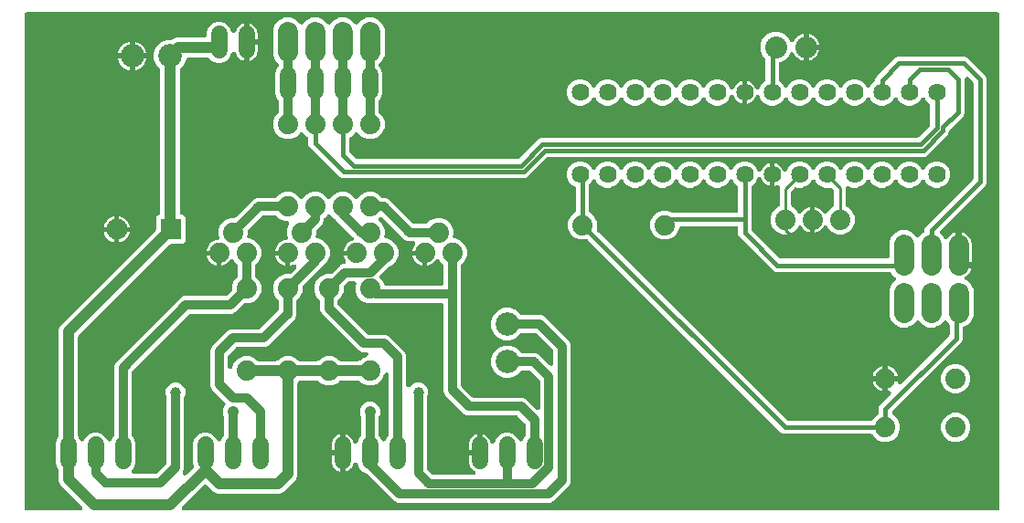
<source format=gbr>
G04 EAGLE Gerber RS-274X export*
G75*
%MOMM*%
%FSLAX34Y34*%
%LPD*%
%INTop Copper*%
%IPPOS*%
%AMOC8*
5,1,8,0,0,1.08239X$1,22.5*%
G01*
%ADD10C,1.930400*%
%ADD11R,1.930400X1.930400*%
%ADD12C,2.184400*%
%ADD13C,1.524000*%
%ADD14C,1.879600*%
%ADD15C,1.879600*%
%ADD16C,1.625600*%
%ADD17C,2.032000*%
%ADD18C,1.016000*%
%ADD19C,0.254000*%
%ADD20C,0.812800*%
%ADD21C,1.056400*%
%ADD22C,1.006400*%
%ADD23C,0.406400*%

G36*
X62012Y10162D02*
X62012Y10162D01*
X62021Y10161D01*
X62214Y10182D01*
X62403Y10201D01*
X62412Y10203D01*
X62421Y10204D01*
X62606Y10263D01*
X62788Y10319D01*
X62796Y10323D01*
X62805Y10326D01*
X62974Y10419D01*
X63142Y10511D01*
X63149Y10516D01*
X63157Y10521D01*
X63304Y10645D01*
X63452Y10768D01*
X63457Y10775D01*
X63464Y10781D01*
X63584Y10933D01*
X63704Y11082D01*
X63708Y11090D01*
X63714Y11097D01*
X63801Y11270D01*
X63889Y11439D01*
X63892Y11448D01*
X63896Y11456D01*
X63948Y11642D01*
X64001Y11826D01*
X64002Y11835D01*
X64004Y11844D01*
X64018Y12037D01*
X64034Y12228D01*
X64033Y12236D01*
X64033Y12245D01*
X64009Y12438D01*
X63987Y12627D01*
X63984Y12636D01*
X63983Y12645D01*
X63922Y12828D01*
X63862Y13010D01*
X63858Y13018D01*
X63855Y13026D01*
X63759Y13193D01*
X63664Y13361D01*
X63658Y13368D01*
X63654Y13375D01*
X63439Y13628D01*
X43047Y34020D01*
X41655Y37381D01*
X41655Y47659D01*
X41653Y47685D01*
X41655Y47712D01*
X41633Y47886D01*
X41615Y48059D01*
X41608Y48085D01*
X41604Y48112D01*
X41549Y48277D01*
X41497Y48444D01*
X41484Y48468D01*
X41476Y48493D01*
X41389Y48644D01*
X41305Y48798D01*
X41288Y48819D01*
X41275Y48842D01*
X41060Y49095D01*
X40894Y49261D01*
X39115Y53556D01*
X39115Y73444D01*
X40894Y77739D01*
X41060Y77905D01*
X41077Y77926D01*
X41098Y77943D01*
X41204Y78081D01*
X41315Y78216D01*
X41328Y78240D01*
X41344Y78261D01*
X41422Y78417D01*
X41504Y78572D01*
X41512Y78598D01*
X41524Y78622D01*
X41569Y78791D01*
X41619Y78958D01*
X41621Y78985D01*
X41628Y79011D01*
X41655Y79341D01*
X41655Y177919D01*
X43047Y181280D01*
X131388Y269621D01*
X131405Y269642D01*
X131426Y269659D01*
X131533Y269797D01*
X131643Y269932D01*
X131656Y269956D01*
X131672Y269977D01*
X131750Y270134D01*
X131832Y270288D01*
X131840Y270314D01*
X131852Y270338D01*
X131897Y270507D01*
X131947Y270674D01*
X131949Y270701D01*
X131956Y270727D01*
X131983Y271057D01*
X131983Y281461D01*
X132602Y282954D01*
X133745Y284098D01*
X134601Y284452D01*
X134621Y284463D01*
X134642Y284470D01*
X134798Y284558D01*
X134956Y284643D01*
X134973Y284657D01*
X134993Y284668D01*
X135129Y284785D01*
X135267Y284899D01*
X135281Y284916D01*
X135298Y284931D01*
X135407Y285072D01*
X135520Y285212D01*
X135531Y285231D01*
X135544Y285249D01*
X135624Y285409D01*
X135707Y285568D01*
X135714Y285589D01*
X135724Y285610D01*
X135770Y285783D01*
X135820Y285955D01*
X135822Y285977D01*
X135828Y285998D01*
X135855Y286329D01*
X135855Y418909D01*
X135853Y418936D01*
X135855Y418962D01*
X135833Y419136D01*
X135815Y419310D01*
X135808Y419335D01*
X135804Y419362D01*
X135748Y419528D01*
X135697Y419694D01*
X135684Y419718D01*
X135676Y419743D01*
X135589Y419895D01*
X135505Y420049D01*
X135488Y420069D01*
X135475Y420092D01*
X135260Y420345D01*
X132295Y423311D01*
X130013Y428819D01*
X130013Y434781D01*
X132295Y440289D01*
X136511Y444505D01*
X142019Y446787D01*
X146213Y446787D01*
X146239Y446789D01*
X146266Y446787D01*
X146440Y446809D01*
X146613Y446827D01*
X146639Y446834D01*
X146665Y446838D01*
X146831Y446893D01*
X146998Y446945D01*
X147022Y446958D01*
X147047Y446966D01*
X147199Y447053D01*
X147352Y447137D01*
X147373Y447154D01*
X147396Y447167D01*
X147475Y447234D01*
X150881Y448645D01*
X176784Y448645D01*
X176802Y448647D01*
X176820Y448645D01*
X177002Y448666D01*
X177185Y448685D01*
X177202Y448690D01*
X177219Y448692D01*
X177394Y448749D01*
X177570Y448803D01*
X177585Y448811D01*
X177602Y448817D01*
X177762Y448907D01*
X177924Y448995D01*
X177937Y449006D01*
X177953Y449015D01*
X178092Y449135D01*
X178233Y449252D01*
X178244Y449266D01*
X178258Y449278D01*
X178370Y449423D01*
X178485Y449566D01*
X178493Y449582D01*
X178504Y449596D01*
X178586Y449761D01*
X178671Y449923D01*
X178676Y449940D01*
X178684Y449956D01*
X178731Y450135D01*
X178782Y450310D01*
X178784Y450328D01*
X178788Y450345D01*
X178815Y450676D01*
X178815Y454444D01*
X180594Y458739D01*
X183881Y462026D01*
X188176Y463805D01*
X192824Y463805D01*
X197119Y462026D01*
X200406Y458739D01*
X202200Y454408D01*
X202242Y454330D01*
X202275Y454247D01*
X202337Y454152D01*
X202390Y454053D01*
X202447Y453984D01*
X202495Y453910D01*
X202575Y453830D01*
X202646Y453742D01*
X202715Y453687D01*
X202778Y453623D01*
X202871Y453560D01*
X202959Y453489D01*
X203038Y453447D01*
X203111Y453398D01*
X203216Y453354D01*
X203316Y453302D01*
X203401Y453277D01*
X203483Y453242D01*
X203594Y453220D01*
X203702Y453189D01*
X203791Y453181D01*
X203878Y453164D01*
X203990Y453164D01*
X204103Y453154D01*
X204191Y453164D01*
X204280Y453164D01*
X204391Y453186D01*
X204503Y453199D01*
X204588Y453226D01*
X204675Y453244D01*
X204779Y453288D01*
X204887Y453322D01*
X204964Y453366D01*
X205046Y453400D01*
X205139Y453463D01*
X205238Y453519D01*
X205305Y453576D01*
X205379Y453626D01*
X205458Y453707D01*
X205544Y453780D01*
X205599Y453850D01*
X205661Y453914D01*
X205722Y454008D01*
X205792Y454097D01*
X205832Y454177D01*
X205880Y454251D01*
X205935Y454382D01*
X205973Y454457D01*
X205985Y454502D01*
X206008Y454557D01*
X206484Y456020D01*
X207210Y457445D01*
X208150Y458739D01*
X209281Y459870D01*
X210575Y460810D01*
X212000Y461536D01*
X213361Y461979D01*
X213361Y445008D01*
X213362Y444990D01*
X213361Y444973D01*
X213382Y444790D01*
X213401Y444608D01*
X213406Y444591D01*
X213408Y444573D01*
X213433Y444495D01*
X213394Y444358D01*
X213392Y444340D01*
X213388Y444323D01*
X213361Y443992D01*
X213361Y427021D01*
X212000Y427464D01*
X210575Y428190D01*
X209281Y429130D01*
X208150Y430261D01*
X207210Y431555D01*
X206484Y432980D01*
X206008Y434443D01*
X205973Y434524D01*
X205946Y434609D01*
X205892Y434708D01*
X205847Y434811D01*
X205796Y434884D01*
X205753Y434962D01*
X205680Y435048D01*
X205615Y435141D01*
X205551Y435202D01*
X205494Y435270D01*
X205406Y435340D01*
X205324Y435418D01*
X205248Y435466D01*
X205179Y435521D01*
X205079Y435573D01*
X204983Y435633D01*
X204900Y435664D01*
X204821Y435705D01*
X204712Y435736D01*
X204606Y435776D01*
X204519Y435790D01*
X204433Y435815D01*
X204321Y435823D01*
X204209Y435842D01*
X204120Y435839D01*
X204032Y435846D01*
X203920Y435832D01*
X203807Y435828D01*
X203720Y435808D01*
X203632Y435797D01*
X203525Y435762D01*
X203415Y435736D01*
X203334Y435698D01*
X203250Y435671D01*
X203152Y435615D01*
X203049Y435567D01*
X202978Y435515D01*
X202900Y435471D01*
X202815Y435397D01*
X202724Y435330D01*
X202664Y435265D01*
X202597Y435207D01*
X202528Y435117D01*
X202452Y435034D01*
X202406Y434958D01*
X202351Y434887D01*
X202287Y434762D01*
X202243Y434689D01*
X202227Y434646D01*
X202200Y434592D01*
X200406Y430261D01*
X197119Y426974D01*
X192824Y425195D01*
X188176Y425195D01*
X183881Y426974D01*
X181095Y429760D01*
X181074Y429777D01*
X181057Y429798D01*
X180919Y429905D01*
X180783Y430015D01*
X180760Y430028D01*
X180739Y430044D01*
X180582Y430122D01*
X180428Y430204D01*
X180402Y430212D01*
X180378Y430224D01*
X180209Y430269D01*
X180042Y430319D01*
X180015Y430321D01*
X179989Y430328D01*
X179659Y430355D01*
X161980Y430355D01*
X161958Y430353D01*
X161936Y430355D01*
X161759Y430333D01*
X161580Y430315D01*
X161558Y430309D01*
X161536Y430306D01*
X161366Y430250D01*
X161195Y430197D01*
X161175Y430187D01*
X161154Y430180D01*
X160998Y430091D01*
X160841Y430005D01*
X160824Y429991D01*
X160804Y429980D01*
X160669Y429862D01*
X160532Y429748D01*
X160518Y429730D01*
X160501Y429716D01*
X160391Y429573D01*
X160279Y429434D01*
X160269Y429414D01*
X160255Y429397D01*
X160104Y429101D01*
X157705Y423311D01*
X154740Y420345D01*
X154723Y420325D01*
X154702Y420307D01*
X154595Y420169D01*
X154485Y420034D01*
X154472Y420010D01*
X154456Y419989D01*
X154378Y419832D01*
X154296Y419678D01*
X154288Y419652D01*
X154276Y419628D01*
X154231Y419459D01*
X154181Y419292D01*
X154179Y419266D01*
X154172Y419240D01*
X154145Y418909D01*
X154145Y286748D01*
X154147Y286730D01*
X154145Y286712D01*
X154166Y286530D01*
X154185Y286347D01*
X154190Y286330D01*
X154192Y286313D01*
X154249Y286138D01*
X154303Y285962D01*
X154311Y285947D01*
X154317Y285930D01*
X154407Y285770D01*
X154495Y285608D01*
X154506Y285595D01*
X154515Y285579D01*
X154635Y285440D01*
X154752Y285299D01*
X154766Y285288D01*
X154778Y285274D01*
X154923Y285162D01*
X155066Y285047D01*
X155082Y285039D01*
X155096Y285028D01*
X155261Y284946D01*
X155423Y284861D01*
X155440Y284856D01*
X155456Y284848D01*
X155635Y284801D01*
X155810Y284750D01*
X155828Y284748D01*
X155845Y284744D01*
X156157Y284718D01*
X157654Y284098D01*
X158798Y282954D01*
X159417Y281461D01*
X159417Y260539D01*
X158798Y259046D01*
X157654Y257902D01*
X156161Y257283D01*
X145757Y257283D01*
X145731Y257281D01*
X145704Y257283D01*
X145530Y257261D01*
X145357Y257243D01*
X145331Y257236D01*
X145305Y257232D01*
X145139Y257177D01*
X144972Y257125D01*
X144948Y257112D01*
X144923Y257104D01*
X144771Y257017D01*
X144618Y256933D01*
X144597Y256916D01*
X144574Y256903D01*
X144321Y256688D01*
X60540Y172907D01*
X60523Y172886D01*
X60502Y172869D01*
X60395Y172731D01*
X60285Y172596D01*
X60272Y172572D01*
X60256Y172551D01*
X60178Y172394D01*
X60096Y172240D01*
X60088Y172214D01*
X60076Y172190D01*
X60031Y172021D01*
X59981Y171854D01*
X59979Y171827D01*
X59972Y171801D01*
X59945Y171471D01*
X59945Y79341D01*
X59947Y79315D01*
X59945Y79288D01*
X59967Y79114D01*
X59985Y78941D01*
X59992Y78915D01*
X59996Y78888D01*
X60051Y78723D01*
X60103Y78556D01*
X60116Y78532D01*
X60124Y78507D01*
X60211Y78356D01*
X60295Y78202D01*
X60312Y78181D01*
X60325Y78158D01*
X60540Y77905D01*
X60706Y77739D01*
X61623Y75524D01*
X61628Y75516D01*
X61630Y75507D01*
X61723Y75337D01*
X61814Y75169D01*
X61819Y75162D01*
X61824Y75154D01*
X61948Y75006D01*
X62070Y74858D01*
X62077Y74853D01*
X62083Y74846D01*
X62233Y74726D01*
X62383Y74605D01*
X62391Y74601D01*
X62398Y74595D01*
X62567Y74508D01*
X62739Y74418D01*
X62748Y74415D01*
X62756Y74411D01*
X62938Y74359D01*
X63126Y74305D01*
X63135Y74304D01*
X63143Y74301D01*
X63334Y74287D01*
X63527Y74270D01*
X63536Y74271D01*
X63544Y74270D01*
X63735Y74294D01*
X63927Y74315D01*
X63935Y74318D01*
X63944Y74319D01*
X64126Y74379D01*
X64310Y74438D01*
X64318Y74443D01*
X64326Y74446D01*
X64494Y74541D01*
X64662Y74635D01*
X64668Y74640D01*
X64676Y74645D01*
X64822Y74772D01*
X64967Y74897D01*
X64973Y74904D01*
X64980Y74909D01*
X65097Y75062D01*
X65216Y75214D01*
X65220Y75222D01*
X65225Y75229D01*
X65377Y75524D01*
X66294Y77739D01*
X69581Y81026D01*
X73876Y82805D01*
X78524Y82805D01*
X82819Y81026D01*
X86106Y77739D01*
X87023Y75524D01*
X87028Y75516D01*
X87030Y75507D01*
X87123Y75337D01*
X87214Y75169D01*
X87219Y75162D01*
X87224Y75154D01*
X87348Y75006D01*
X87470Y74858D01*
X87477Y74853D01*
X87483Y74846D01*
X87633Y74726D01*
X87783Y74605D01*
X87791Y74601D01*
X87798Y74595D01*
X87967Y74508D01*
X88139Y74418D01*
X88148Y74415D01*
X88156Y74411D01*
X88338Y74359D01*
X88526Y74305D01*
X88535Y74304D01*
X88543Y74301D01*
X88734Y74287D01*
X88927Y74270D01*
X88936Y74271D01*
X88944Y74270D01*
X89135Y74294D01*
X89327Y74315D01*
X89335Y74318D01*
X89344Y74319D01*
X89526Y74379D01*
X89710Y74438D01*
X89718Y74443D01*
X89726Y74446D01*
X89894Y74541D01*
X90062Y74635D01*
X90068Y74640D01*
X90076Y74645D01*
X90222Y74772D01*
X90367Y74897D01*
X90373Y74904D01*
X90380Y74909D01*
X90497Y75062D01*
X90616Y75214D01*
X90620Y75222D01*
X90625Y75229D01*
X90777Y75524D01*
X91694Y77739D01*
X92876Y78921D01*
X92893Y78942D01*
X92914Y78959D01*
X93021Y79097D01*
X93131Y79233D01*
X93144Y79256D01*
X93160Y79277D01*
X93238Y79434D01*
X93320Y79588D01*
X93328Y79614D01*
X93340Y79638D01*
X93385Y79807D01*
X93435Y79974D01*
X93437Y80001D01*
X93444Y80027D01*
X93471Y80357D01*
X93471Y144417D01*
X94709Y147405D01*
X155095Y207791D01*
X158083Y209029D01*
X196692Y209029D01*
X196718Y209031D01*
X196745Y209029D01*
X196919Y209051D01*
X197092Y209069D01*
X197118Y209076D01*
X197144Y209080D01*
X197310Y209135D01*
X197477Y209187D01*
X197501Y209200D01*
X197526Y209208D01*
X197678Y209295D01*
X197831Y209379D01*
X197852Y209396D01*
X197875Y209409D01*
X198128Y209624D01*
X201842Y213338D01*
X201859Y213359D01*
X201880Y213376D01*
X201987Y213514D01*
X202097Y213650D01*
X202110Y213673D01*
X202126Y213694D01*
X202204Y213851D01*
X202286Y214005D01*
X202294Y214031D01*
X202306Y214055D01*
X202351Y214224D01*
X202401Y214391D01*
X202403Y214418D01*
X202410Y214444D01*
X202437Y214774D01*
X202437Y218578D01*
X204487Y223526D01*
X207176Y226215D01*
X207193Y226236D01*
X207214Y226254D01*
X207321Y226392D01*
X207431Y226527D01*
X207444Y226551D01*
X207460Y226572D01*
X207538Y226728D01*
X207620Y226883D01*
X207628Y226908D01*
X207640Y226932D01*
X207685Y227101D01*
X207735Y227269D01*
X207737Y227295D01*
X207744Y227321D01*
X207771Y227652D01*
X207771Y237248D01*
X207769Y237275D01*
X207771Y237301D01*
X207749Y237475D01*
X207731Y237649D01*
X207724Y237674D01*
X207720Y237701D01*
X207665Y237867D01*
X207613Y238034D01*
X207600Y238057D01*
X207592Y238083D01*
X207505Y238234D01*
X207421Y238388D01*
X207404Y238408D01*
X207391Y238431D01*
X207176Y238684D01*
X204487Y241374D01*
X204143Y242205D01*
X204061Y242357D01*
X203984Y242511D01*
X203966Y242534D01*
X203953Y242560D01*
X203843Y242693D01*
X203736Y242829D01*
X203714Y242848D01*
X203696Y242870D01*
X203562Y242979D01*
X203431Y243091D01*
X203406Y243106D01*
X203383Y243124D01*
X203231Y243204D01*
X203080Y243289D01*
X203052Y243297D01*
X203027Y243311D01*
X202861Y243359D01*
X202697Y243413D01*
X202668Y243416D01*
X202641Y243424D01*
X202468Y243439D01*
X202297Y243458D01*
X202268Y243456D01*
X202239Y243459D01*
X202068Y243439D01*
X201896Y243425D01*
X201868Y243417D01*
X201839Y243413D01*
X201675Y243361D01*
X201509Y243312D01*
X201484Y243299D01*
X201456Y243290D01*
X201306Y243206D01*
X201152Y243126D01*
X201130Y243108D01*
X201105Y243094D01*
X200974Y242982D01*
X200839Y242873D01*
X200818Y242849D01*
X200799Y242832D01*
X200746Y242765D01*
X200623Y242621D01*
X199606Y241222D01*
X198278Y239894D01*
X196757Y238789D01*
X195083Y237936D01*
X193296Y237355D01*
X192531Y237234D01*
X192531Y249000D01*
X192530Y249017D01*
X192531Y249035D01*
X192510Y249218D01*
X192491Y249400D01*
X192486Y249417D01*
X192484Y249435D01*
X192427Y249610D01*
X192373Y249785D01*
X192365Y249801D01*
X192359Y249818D01*
X192269Y249978D01*
X192182Y250139D01*
X192170Y250153D01*
X192161Y250168D01*
X192041Y250308D01*
X191924Y250448D01*
X191924Y250449D01*
X191923Y250449D01*
X191910Y250460D01*
X191898Y250473D01*
X191898Y250474D01*
X191753Y250586D01*
X191610Y250701D01*
X191594Y250710D01*
X191580Y250720D01*
X191415Y250802D01*
X191252Y250887D01*
X191235Y250892D01*
X191219Y250900D01*
X191041Y250948D01*
X190865Y250998D01*
X190848Y251000D01*
X190830Y251004D01*
X190500Y251031D01*
X178734Y251031D01*
X178855Y251796D01*
X179436Y253583D01*
X180289Y255257D01*
X181394Y256778D01*
X182722Y258106D01*
X184243Y259211D01*
X185917Y260064D01*
X187704Y260645D01*
X188905Y260835D01*
X188959Y260849D01*
X189014Y260855D01*
X189153Y260900D01*
X189294Y260937D01*
X189344Y260961D01*
X189397Y260978D01*
X189525Y261050D01*
X189656Y261114D01*
X189700Y261148D01*
X189749Y261175D01*
X189860Y261270D01*
X189976Y261359D01*
X190012Y261400D01*
X190054Y261437D01*
X190145Y261552D01*
X190241Y261662D01*
X190268Y261710D01*
X190303Y261754D01*
X190368Y261884D01*
X190441Y262011D01*
X190458Y262064D01*
X190483Y262113D01*
X190522Y262254D01*
X190568Y262393D01*
X190575Y262448D01*
X190590Y262502D01*
X190600Y262647D01*
X190618Y262792D01*
X190614Y262848D01*
X190617Y262903D01*
X190598Y263048D01*
X190587Y263194D01*
X190572Y263247D01*
X190565Y263303D01*
X190499Y263507D01*
X190479Y263582D01*
X190470Y263597D01*
X190464Y263618D01*
X189737Y265372D01*
X189737Y270728D01*
X191787Y275676D01*
X195574Y279463D01*
X200522Y281513D01*
X204326Y281513D01*
X204352Y281515D01*
X204379Y281513D01*
X204553Y281535D01*
X204726Y281553D01*
X204752Y281560D01*
X204778Y281564D01*
X204944Y281619D01*
X205111Y281671D01*
X205135Y281684D01*
X205160Y281692D01*
X205312Y281779D01*
X205465Y281863D01*
X205486Y281880D01*
X205509Y281893D01*
X205762Y282108D01*
X222645Y298991D01*
X225633Y300229D01*
X242248Y300229D01*
X242275Y300231D01*
X242302Y300229D01*
X242475Y300251D01*
X242649Y300269D01*
X242674Y300276D01*
X242701Y300280D01*
X242867Y300336D01*
X243034Y300387D01*
X243057Y300400D01*
X243083Y300408D01*
X243234Y300495D01*
X243388Y300579D01*
X243408Y300596D01*
X243432Y300609D01*
X243685Y300824D01*
X246374Y303513D01*
X249601Y304850D01*
X251322Y305563D01*
X256678Y305563D01*
X261626Y303513D01*
X265264Y299875D01*
X265277Y299864D01*
X265289Y299851D01*
X265433Y299737D01*
X265575Y299620D01*
X265591Y299612D01*
X265605Y299601D01*
X265769Y299518D01*
X265931Y299432D01*
X265948Y299427D01*
X265964Y299419D01*
X266141Y299369D01*
X266317Y299317D01*
X266335Y299315D01*
X266352Y299311D01*
X266535Y299297D01*
X266718Y299281D01*
X266736Y299283D01*
X266753Y299281D01*
X266935Y299304D01*
X267118Y299324D01*
X267135Y299329D01*
X267153Y299332D01*
X267326Y299390D01*
X267502Y299446D01*
X267518Y299454D01*
X267534Y299460D01*
X267694Y299552D01*
X267854Y299640D01*
X267868Y299652D01*
X267883Y299661D01*
X268136Y299875D01*
X271774Y303513D01*
X275001Y304850D01*
X276722Y305563D01*
X282078Y305563D01*
X287026Y303513D01*
X290664Y299875D01*
X290678Y299864D01*
X290689Y299851D01*
X290833Y299737D01*
X290975Y299620D01*
X290991Y299612D01*
X291005Y299601D01*
X291169Y299517D01*
X291331Y299432D01*
X291348Y299427D01*
X291364Y299419D01*
X291541Y299369D01*
X291717Y299317D01*
X291735Y299315D01*
X291752Y299311D01*
X291935Y299297D01*
X292118Y299281D01*
X292136Y299283D01*
X292153Y299281D01*
X292335Y299304D01*
X292518Y299324D01*
X292535Y299329D01*
X292553Y299332D01*
X292727Y299390D01*
X292902Y299446D01*
X292918Y299454D01*
X292934Y299460D01*
X293094Y299552D01*
X293254Y299640D01*
X293268Y299652D01*
X293283Y299661D01*
X293536Y299875D01*
X297174Y303513D01*
X300401Y304850D01*
X302122Y305563D01*
X307478Y305563D01*
X312426Y303513D01*
X316064Y299875D01*
X316077Y299864D01*
X316089Y299851D01*
X316233Y299737D01*
X316375Y299620D01*
X316391Y299612D01*
X316405Y299601D01*
X316569Y299518D01*
X316731Y299432D01*
X316748Y299427D01*
X316764Y299419D01*
X316941Y299369D01*
X317117Y299317D01*
X317135Y299315D01*
X317152Y299311D01*
X317335Y299297D01*
X317518Y299281D01*
X317536Y299283D01*
X317553Y299281D01*
X317735Y299304D01*
X317918Y299324D01*
X317935Y299329D01*
X317953Y299332D01*
X318126Y299390D01*
X318302Y299446D01*
X318318Y299454D01*
X318334Y299460D01*
X318494Y299552D01*
X318654Y299640D01*
X318668Y299652D01*
X318683Y299661D01*
X318936Y299875D01*
X322574Y303513D01*
X325801Y304850D01*
X327522Y305563D01*
X332878Y305563D01*
X337826Y303513D01*
X340516Y300824D01*
X340536Y300807D01*
X340554Y300786D01*
X340692Y300679D01*
X340827Y300569D01*
X340851Y300556D01*
X340872Y300540D01*
X341029Y300462D01*
X341183Y300380D01*
X341208Y300372D01*
X341232Y300360D01*
X341402Y300315D01*
X341569Y300265D01*
X341595Y300263D01*
X341621Y300256D01*
X341952Y300229D01*
X344517Y300229D01*
X347505Y298991D01*
X369722Y276774D01*
X369743Y276757D01*
X369760Y276736D01*
X369898Y276629D01*
X370034Y276519D01*
X370057Y276506D01*
X370078Y276490D01*
X370235Y276412D01*
X370389Y276330D01*
X370415Y276322D01*
X370439Y276310D01*
X370608Y276265D01*
X370775Y276215D01*
X370802Y276213D01*
X370828Y276206D01*
X371158Y276179D01*
X381948Y276179D01*
X381975Y276181D01*
X382001Y276179D01*
X382175Y276201D01*
X382349Y276219D01*
X382374Y276226D01*
X382401Y276230D01*
X382567Y276285D01*
X382734Y276337D01*
X382757Y276350D01*
X382783Y276358D01*
X382934Y276445D01*
X383088Y276529D01*
X383108Y276546D01*
X383131Y276559D01*
X383384Y276774D01*
X386074Y279463D01*
X391022Y281513D01*
X396378Y281513D01*
X401326Y279463D01*
X405113Y275676D01*
X407163Y270728D01*
X407163Y265372D01*
X407121Y265271D01*
X407117Y265258D01*
X407111Y265247D01*
X407059Y265066D01*
X407005Y264886D01*
X407003Y264873D01*
X407000Y264860D01*
X406984Y264671D01*
X406966Y264485D01*
X406968Y264472D01*
X406967Y264458D01*
X406989Y264271D01*
X407008Y264085D01*
X407012Y264072D01*
X407014Y264059D01*
X407072Y263880D01*
X407128Y263700D01*
X407134Y263689D01*
X407138Y263676D01*
X407231Y263512D01*
X407321Y263347D01*
X407330Y263337D01*
X407336Y263325D01*
X407459Y263183D01*
X407580Y263039D01*
X407591Y263031D01*
X407599Y263020D01*
X407748Y262905D01*
X407895Y262788D01*
X407907Y262782D01*
X407918Y262774D01*
X408086Y262690D01*
X408253Y262604D01*
X408266Y262600D01*
X408278Y262594D01*
X408460Y262545D01*
X408641Y262494D01*
X408654Y262493D01*
X408667Y262490D01*
X408998Y262463D01*
X409078Y262463D01*
X414026Y260413D01*
X417813Y256626D01*
X419863Y251678D01*
X419863Y246322D01*
X417813Y241374D01*
X415124Y238684D01*
X415107Y238664D01*
X415086Y238646D01*
X414979Y238508D01*
X414869Y238373D01*
X414856Y238349D01*
X414840Y238328D01*
X414762Y238171D01*
X414680Y238017D01*
X414672Y237992D01*
X414660Y237968D01*
X414615Y237798D01*
X414565Y237631D01*
X414563Y237605D01*
X414556Y237579D01*
X414529Y237248D01*
X414529Y126208D01*
X414531Y126182D01*
X414529Y126155D01*
X414551Y125981D01*
X414569Y125808D01*
X414576Y125782D01*
X414580Y125756D01*
X414635Y125590D01*
X414687Y125423D01*
X414700Y125399D01*
X414708Y125374D01*
X414795Y125222D01*
X414879Y125069D01*
X414896Y125048D01*
X414909Y125025D01*
X415124Y124772D01*
X424572Y115324D01*
X424593Y115307D01*
X424610Y115286D01*
X424748Y115179D01*
X424884Y115069D01*
X424907Y115056D01*
X424928Y115040D01*
X425085Y114962D01*
X425239Y114880D01*
X425265Y114872D01*
X425289Y114860D01*
X425458Y114815D01*
X425625Y114765D01*
X425652Y114763D01*
X425678Y114756D01*
X426008Y114729D01*
X471517Y114729D01*
X474505Y113491D01*
X484212Y103784D01*
X484219Y103778D01*
X484224Y103772D01*
X484374Y103651D01*
X484523Y103529D01*
X484531Y103525D01*
X484538Y103519D01*
X484708Y103431D01*
X484879Y103340D01*
X484888Y103338D01*
X484895Y103334D01*
X485080Y103281D01*
X485265Y103226D01*
X485274Y103225D01*
X485282Y103222D01*
X485474Y103207D01*
X485666Y103189D01*
X485675Y103190D01*
X485684Y103189D01*
X485873Y103212D01*
X486066Y103233D01*
X486075Y103235D01*
X486083Y103236D01*
X486265Y103296D01*
X486450Y103354D01*
X486458Y103358D01*
X486466Y103361D01*
X486635Y103456D01*
X486802Y103549D01*
X486809Y103555D01*
X486817Y103559D01*
X486963Y103685D01*
X487109Y103809D01*
X487115Y103816D01*
X487122Y103822D01*
X487239Y103974D01*
X487359Y104125D01*
X487363Y104133D01*
X487368Y104140D01*
X487454Y104312D01*
X487541Y104484D01*
X487544Y104493D01*
X487548Y104501D01*
X487598Y104687D01*
X487649Y104872D01*
X487650Y104881D01*
X487652Y104890D01*
X487679Y105220D01*
X487679Y129984D01*
X487677Y130010D01*
X487679Y130037D01*
X487657Y130211D01*
X487639Y130384D01*
X487632Y130410D01*
X487628Y130436D01*
X487573Y130602D01*
X487521Y130769D01*
X487508Y130793D01*
X487500Y130818D01*
X487413Y130970D01*
X487329Y131123D01*
X487312Y131144D01*
X487299Y131167D01*
X487084Y131420D01*
X479128Y139376D01*
X479107Y139393D01*
X479090Y139414D01*
X478952Y139521D01*
X478816Y139631D01*
X478793Y139644D01*
X478772Y139660D01*
X478615Y139738D01*
X478461Y139820D01*
X478435Y139828D01*
X478411Y139840D01*
X478242Y139885D01*
X478075Y139935D01*
X478048Y139937D01*
X478022Y139944D01*
X477692Y139971D01*
X471107Y139971D01*
X471080Y139969D01*
X471054Y139971D01*
X470880Y139949D01*
X470706Y139931D01*
X470681Y139924D01*
X470654Y139920D01*
X470488Y139864D01*
X470322Y139813D01*
X470298Y139800D01*
X470273Y139792D01*
X470121Y139705D01*
X469967Y139621D01*
X469947Y139604D01*
X469924Y139591D01*
X469671Y139376D01*
X465689Y135395D01*
X460181Y133113D01*
X454219Y133113D01*
X448711Y135395D01*
X444495Y139611D01*
X442213Y145119D01*
X442213Y151081D01*
X444495Y156589D01*
X448711Y160805D01*
X454219Y163087D01*
X460181Y163087D01*
X465689Y160805D01*
X469671Y156824D01*
X469691Y156807D01*
X469709Y156786D01*
X469847Y156679D01*
X469982Y156569D01*
X470006Y156556D01*
X470027Y156540D01*
X470184Y156462D01*
X470338Y156380D01*
X470364Y156372D01*
X470388Y156360D01*
X470557Y156315D01*
X470724Y156265D01*
X470750Y156263D01*
X470776Y156256D01*
X471107Y156229D01*
X483517Y156229D01*
X486505Y154991D01*
X496404Y145092D01*
X496411Y145086D01*
X496416Y145080D01*
X496566Y144959D01*
X496715Y144837D01*
X496723Y144833D01*
X496730Y144827D01*
X496900Y144739D01*
X497071Y144648D01*
X497080Y144646D01*
X497087Y144642D01*
X497272Y144589D01*
X497457Y144534D01*
X497466Y144533D01*
X497474Y144530D01*
X497666Y144515D01*
X497858Y144497D01*
X497867Y144498D01*
X497876Y144497D01*
X498065Y144520D01*
X498258Y144541D01*
X498267Y144543D01*
X498275Y144544D01*
X498457Y144604D01*
X498642Y144662D01*
X498650Y144666D01*
X498658Y144669D01*
X498827Y144764D01*
X498994Y144857D01*
X499001Y144863D01*
X499009Y144867D01*
X499155Y144993D01*
X499301Y145117D01*
X499307Y145124D01*
X499314Y145130D01*
X499431Y145282D01*
X499551Y145433D01*
X499555Y145441D01*
X499560Y145448D01*
X499646Y145620D01*
X499733Y145792D01*
X499736Y145801D01*
X499740Y145809D01*
X499790Y145995D01*
X499841Y146180D01*
X499842Y146189D01*
X499844Y146198D01*
X499871Y146528D01*
X499871Y158192D01*
X499869Y158218D01*
X499871Y158245D01*
X499849Y158419D01*
X499831Y158592D01*
X499824Y158618D01*
X499820Y158644D01*
X499765Y158810D01*
X499713Y158977D01*
X499700Y159001D01*
X499692Y159026D01*
X499605Y159178D01*
X499521Y159331D01*
X499504Y159352D01*
X499491Y159375D01*
X499276Y159628D01*
X484528Y174376D01*
X484507Y174393D01*
X484490Y174414D01*
X484352Y174521D01*
X484216Y174631D01*
X484193Y174644D01*
X484172Y174660D01*
X484015Y174738D01*
X483861Y174820D01*
X483835Y174828D01*
X483811Y174840D01*
X483642Y174885D01*
X483475Y174935D01*
X483448Y174937D01*
X483422Y174944D01*
X483092Y174971D01*
X471107Y174971D01*
X471081Y174969D01*
X471054Y174971D01*
X470880Y174949D01*
X470706Y174931D01*
X470681Y174924D01*
X470654Y174920D01*
X470489Y174865D01*
X470322Y174813D01*
X470298Y174800D01*
X470273Y174792D01*
X470121Y174705D01*
X469968Y174621D01*
X469947Y174604D01*
X469924Y174591D01*
X469671Y174376D01*
X465689Y170395D01*
X460181Y168113D01*
X454219Y168113D01*
X448711Y170395D01*
X444495Y174611D01*
X442213Y180119D01*
X442213Y186081D01*
X444495Y191589D01*
X448711Y195805D01*
X454219Y198087D01*
X460181Y198087D01*
X465689Y195805D01*
X469671Y191824D01*
X469691Y191807D01*
X469709Y191786D01*
X469847Y191679D01*
X469982Y191569D01*
X470006Y191556D01*
X470027Y191540D01*
X470184Y191462D01*
X470338Y191380D01*
X470363Y191372D01*
X470388Y191360D01*
X470557Y191315D01*
X470724Y191265D01*
X470750Y191263D01*
X470776Y191256D01*
X471107Y191229D01*
X488917Y191229D01*
X491905Y189991D01*
X514891Y167005D01*
X516129Y164017D01*
X516129Y36483D01*
X514891Y33495D01*
X499905Y18509D01*
X496917Y17271D01*
X356283Y17271D01*
X353295Y18509D01*
X350723Y21081D01*
X327706Y44098D01*
X327686Y44115D01*
X327669Y44134D01*
X327665Y44137D01*
X327661Y44142D01*
X327526Y44245D01*
X327395Y44353D01*
X327370Y44366D01*
X327351Y44381D01*
X327348Y44383D01*
X327342Y44387D01*
X327047Y44539D01*
X323581Y45974D01*
X320294Y49261D01*
X318500Y53592D01*
X318458Y53670D01*
X318425Y53753D01*
X318363Y53848D01*
X318310Y53947D01*
X318253Y54016D01*
X318205Y54090D01*
X318126Y54170D01*
X318054Y54258D01*
X317985Y54313D01*
X317922Y54377D01*
X317829Y54440D01*
X317741Y54511D01*
X317662Y54552D01*
X317589Y54602D01*
X317484Y54646D01*
X317384Y54698D01*
X317299Y54723D01*
X317217Y54757D01*
X317106Y54780D01*
X316998Y54811D01*
X316909Y54819D01*
X316822Y54836D01*
X316709Y54836D01*
X316597Y54846D01*
X316509Y54836D01*
X316420Y54836D01*
X316309Y54813D01*
X316197Y54801D01*
X316112Y54774D01*
X316025Y54756D01*
X315921Y54712D01*
X315813Y54678D01*
X315736Y54634D01*
X315654Y54600D01*
X315561Y54536D01*
X315462Y54481D01*
X315395Y54424D01*
X315321Y54374D01*
X315242Y54293D01*
X315156Y54220D01*
X315101Y54150D01*
X315039Y54086D01*
X314978Y53992D01*
X314908Y53902D01*
X314868Y53823D01*
X314820Y53749D01*
X314765Y53618D01*
X314727Y53543D01*
X314715Y53498D01*
X314692Y53443D01*
X314216Y51980D01*
X313490Y50555D01*
X312550Y49261D01*
X311419Y48130D01*
X310125Y47190D01*
X308700Y46464D01*
X307339Y46021D01*
X307339Y62992D01*
X307338Y63001D01*
X307339Y63009D01*
X307338Y63016D01*
X307339Y63027D01*
X307318Y63210D01*
X307299Y63392D01*
X307294Y63409D01*
X307292Y63427D01*
X307267Y63505D01*
X307306Y63642D01*
X307308Y63660D01*
X307312Y63677D01*
X307339Y64008D01*
X307339Y80979D01*
X308700Y80536D01*
X310125Y79810D01*
X311419Y78870D01*
X312550Y77739D01*
X313490Y76445D01*
X314216Y75020D01*
X314692Y73557D01*
X314727Y73476D01*
X314754Y73391D01*
X314808Y73292D01*
X314853Y73189D01*
X314904Y73116D01*
X314947Y73038D01*
X315020Y72952D01*
X315085Y72859D01*
X315149Y72798D01*
X315206Y72730D01*
X315294Y72660D01*
X315376Y72582D01*
X315452Y72534D01*
X315521Y72479D01*
X315622Y72427D01*
X315717Y72367D01*
X315800Y72336D01*
X315879Y72295D01*
X315988Y72264D01*
X316094Y72224D01*
X316181Y72210D01*
X316267Y72185D01*
X316379Y72177D01*
X316491Y72158D01*
X316580Y72161D01*
X316668Y72154D01*
X316780Y72168D01*
X316893Y72172D01*
X316980Y72192D01*
X317068Y72203D01*
X317175Y72238D01*
X317285Y72264D01*
X317365Y72302D01*
X317450Y72329D01*
X317548Y72386D01*
X317651Y72433D01*
X317722Y72485D01*
X317800Y72529D01*
X317885Y72603D01*
X317976Y72670D01*
X318036Y72735D01*
X318103Y72793D01*
X318172Y72883D01*
X318248Y72966D01*
X318295Y73042D01*
X318349Y73113D01*
X318413Y73238D01*
X318457Y73311D01*
X318473Y73354D01*
X318500Y73408D01*
X320294Y77739D01*
X321476Y78921D01*
X321493Y78942D01*
X321514Y78959D01*
X321621Y79097D01*
X321731Y79233D01*
X321744Y79256D01*
X321760Y79277D01*
X321838Y79434D01*
X321920Y79588D01*
X321928Y79614D01*
X321940Y79638D01*
X321985Y79807D01*
X322035Y79974D01*
X322037Y80001D01*
X322044Y80027D01*
X322071Y80357D01*
X322071Y96396D01*
X322068Y96427D01*
X322070Y96458D01*
X322048Y96628D01*
X322031Y96797D01*
X322022Y96827D01*
X322018Y96858D01*
X321917Y97174D01*
X320853Y99741D01*
X320853Y103459D01*
X322276Y106894D01*
X324906Y109524D01*
X328341Y110947D01*
X332059Y110947D01*
X335494Y109524D01*
X338124Y106894D01*
X339547Y103459D01*
X339547Y99741D01*
X338483Y97174D01*
X338474Y97144D01*
X338460Y97116D01*
X338416Y96951D01*
X338367Y96788D01*
X338364Y96757D01*
X338356Y96727D01*
X338329Y96396D01*
X338329Y80357D01*
X338331Y80331D01*
X338329Y80304D01*
X338351Y80130D01*
X338369Y79957D01*
X338376Y79931D01*
X338380Y79905D01*
X338435Y79739D01*
X338487Y79572D01*
X338500Y79548D01*
X338508Y79523D01*
X338595Y79371D01*
X338679Y79218D01*
X338696Y79197D01*
X338709Y79174D01*
X338924Y78921D01*
X340106Y77739D01*
X341023Y75524D01*
X341028Y75516D01*
X341030Y75507D01*
X341123Y75337D01*
X341214Y75169D01*
X341219Y75162D01*
X341224Y75154D01*
X341348Y75006D01*
X341470Y74858D01*
X341477Y74853D01*
X341483Y74846D01*
X341633Y74726D01*
X341783Y74605D01*
X341791Y74601D01*
X341798Y74595D01*
X341967Y74508D01*
X342139Y74418D01*
X342148Y74415D01*
X342156Y74411D01*
X342338Y74359D01*
X342526Y74305D01*
X342535Y74304D01*
X342543Y74301D01*
X342734Y74287D01*
X342927Y74270D01*
X342936Y74271D01*
X342944Y74270D01*
X343135Y74294D01*
X343327Y74315D01*
X343335Y74318D01*
X343344Y74319D01*
X343526Y74379D01*
X343710Y74438D01*
X343718Y74443D01*
X343726Y74446D01*
X343894Y74541D01*
X344062Y74635D01*
X344068Y74640D01*
X344076Y74645D01*
X344222Y74772D01*
X344367Y74897D01*
X344373Y74904D01*
X344380Y74909D01*
X344497Y75062D01*
X344616Y75214D01*
X344620Y75222D01*
X344625Y75229D01*
X344777Y75524D01*
X345694Y77739D01*
X346876Y78921D01*
X346893Y78942D01*
X346914Y78959D01*
X347021Y79097D01*
X347131Y79233D01*
X347144Y79256D01*
X347160Y79277D01*
X347238Y79434D01*
X347320Y79588D01*
X347328Y79614D01*
X347340Y79638D01*
X347385Y79807D01*
X347435Y79974D01*
X347437Y80001D01*
X347444Y80027D01*
X347471Y80357D01*
X347471Y136005D01*
X347471Y136009D01*
X347471Y136014D01*
X347451Y136208D01*
X347431Y136406D01*
X347430Y136410D01*
X347430Y136414D01*
X347372Y136600D01*
X347313Y136791D01*
X347311Y136795D01*
X347310Y136799D01*
X347216Y136970D01*
X347121Y137145D01*
X347119Y137148D01*
X347116Y137152D01*
X346991Y137301D01*
X346864Y137454D01*
X346860Y137457D01*
X346857Y137460D01*
X346705Y137581D01*
X346550Y137706D01*
X346546Y137708D01*
X346543Y137711D01*
X346368Y137801D01*
X346193Y137892D01*
X346188Y137893D01*
X346184Y137895D01*
X345997Y137948D01*
X345806Y138003D01*
X345801Y138003D01*
X345797Y138005D01*
X345604Y138020D01*
X345404Y138036D01*
X345400Y138035D01*
X345396Y138036D01*
X345203Y138012D01*
X345005Y137989D01*
X345000Y137988D01*
X344996Y137987D01*
X344813Y137926D01*
X344622Y137864D01*
X344618Y137862D01*
X344614Y137861D01*
X344444Y137764D01*
X344271Y137666D01*
X344268Y137663D01*
X344264Y137661D01*
X344113Y137530D01*
X343967Y137403D01*
X343964Y137400D01*
X343960Y137397D01*
X343840Y137240D01*
X343720Y137085D01*
X343718Y137081D01*
X343715Y137077D01*
X343563Y136782D01*
X341613Y132074D01*
X337826Y128287D01*
X332878Y126237D01*
X327522Y126237D01*
X322574Y128287D01*
X320900Y129960D01*
X320880Y129977D01*
X320862Y129998D01*
X320724Y130105D01*
X320589Y130215D01*
X320565Y130228D01*
X320544Y130244D01*
X320387Y130322D01*
X320233Y130404D01*
X320208Y130412D01*
X320184Y130424D01*
X320014Y130469D01*
X319847Y130519D01*
X319821Y130521D01*
X319795Y130528D01*
X319464Y130555D01*
X302836Y130555D01*
X302809Y130553D01*
X302783Y130555D01*
X302609Y130533D01*
X302435Y130515D01*
X302410Y130508D01*
X302383Y130504D01*
X302217Y130449D01*
X302050Y130397D01*
X302027Y130384D01*
X302001Y130376D01*
X301850Y130289D01*
X301696Y130205D01*
X301676Y130188D01*
X301653Y130175D01*
X301400Y129960D01*
X299726Y128287D01*
X294778Y126237D01*
X289422Y126237D01*
X284474Y128287D01*
X282800Y129960D01*
X282780Y129977D01*
X282762Y129998D01*
X282624Y130105D01*
X282489Y130215D01*
X282465Y130228D01*
X282444Y130244D01*
X282287Y130322D01*
X282133Y130404D01*
X282108Y130412D01*
X282084Y130424D01*
X281914Y130469D01*
X281747Y130519D01*
X281721Y130521D01*
X281695Y130528D01*
X281364Y130555D01*
X265176Y130555D01*
X265158Y130553D01*
X265140Y130555D01*
X264958Y130534D01*
X264775Y130515D01*
X264758Y130510D01*
X264741Y130508D01*
X264566Y130451D01*
X264390Y130397D01*
X264375Y130389D01*
X264358Y130383D01*
X264198Y130293D01*
X264036Y130205D01*
X264023Y130194D01*
X264007Y130185D01*
X263868Y130065D01*
X263727Y129948D01*
X263716Y129934D01*
X263702Y129922D01*
X263590Y129777D01*
X263475Y129634D01*
X263467Y129618D01*
X263456Y129604D01*
X263374Y129439D01*
X263289Y129277D01*
X263284Y129260D01*
X263276Y129244D01*
X263229Y129065D01*
X263178Y128890D01*
X263176Y128872D01*
X263172Y128855D01*
X263145Y128524D01*
X263145Y42181D01*
X261753Y38820D01*
X258895Y35962D01*
X258894Y35962D01*
X253038Y30106D01*
X253038Y30105D01*
X250180Y27247D01*
X247779Y26253D01*
X247778Y26253D01*
X246819Y25855D01*
X189021Y25855D01*
X185660Y27247D01*
X179236Y33671D01*
X179223Y33682D01*
X179211Y33696D01*
X179067Y33810D01*
X178925Y33926D01*
X178909Y33934D01*
X178895Y33946D01*
X178731Y34029D01*
X178569Y34115D01*
X178552Y34120D01*
X178536Y34128D01*
X178359Y34177D01*
X178183Y34230D01*
X178165Y34231D01*
X178148Y34236D01*
X177965Y34249D01*
X177782Y34266D01*
X177764Y34264D01*
X177747Y34265D01*
X177565Y34242D01*
X177382Y34223D01*
X177365Y34217D01*
X177347Y34215D01*
X177174Y34157D01*
X176998Y34101D01*
X176982Y34092D01*
X176966Y34087D01*
X176806Y33995D01*
X176646Y33906D01*
X176632Y33895D01*
X176617Y33886D01*
X176364Y33671D01*
X156321Y13628D01*
X156315Y13621D01*
X156308Y13616D01*
X156188Y13466D01*
X156066Y13317D01*
X156062Y13309D01*
X156056Y13302D01*
X155967Y13131D01*
X155877Y12961D01*
X155875Y12953D01*
X155871Y12945D01*
X155817Y12759D01*
X155762Y12575D01*
X155762Y12566D01*
X155759Y12558D01*
X155743Y12366D01*
X155726Y12174D01*
X155727Y12165D01*
X155726Y12156D01*
X155748Y11967D01*
X155769Y11774D01*
X155772Y11765D01*
X155773Y11757D01*
X155833Y11575D01*
X155891Y11390D01*
X155895Y11382D01*
X155898Y11374D01*
X155993Y11205D01*
X156086Y11038D01*
X156091Y11031D01*
X156096Y11023D01*
X156222Y10877D01*
X156346Y10731D01*
X156353Y10725D01*
X156359Y10718D01*
X156510Y10601D01*
X156662Y10481D01*
X156670Y10477D01*
X156677Y10472D01*
X156849Y10386D01*
X157021Y10299D01*
X157030Y10296D01*
X157038Y10292D01*
X157224Y10242D01*
X157409Y10191D01*
X157418Y10190D01*
X157426Y10188D01*
X157757Y10161D01*
X911108Y10161D01*
X911126Y10163D01*
X911144Y10161D01*
X911326Y10182D01*
X911509Y10201D01*
X911526Y10206D01*
X911543Y10208D01*
X911718Y10265D01*
X911894Y10319D01*
X911909Y10327D01*
X911926Y10333D01*
X912086Y10423D01*
X912248Y10511D01*
X912261Y10522D01*
X912277Y10531D01*
X912416Y10651D01*
X912557Y10768D01*
X912568Y10782D01*
X912582Y10794D01*
X912694Y10939D01*
X912809Y11082D01*
X912817Y11098D01*
X912828Y11112D01*
X912910Y11277D01*
X912995Y11439D01*
X913000Y11456D01*
X913008Y11472D01*
X913055Y11651D01*
X913106Y11826D01*
X913108Y11844D01*
X913112Y11861D01*
X913139Y12192D01*
X913139Y470308D01*
X913137Y470326D01*
X913139Y470344D01*
X913118Y470526D01*
X913099Y470709D01*
X913094Y470726D01*
X913092Y470743D01*
X913035Y470918D01*
X912981Y471094D01*
X912973Y471109D01*
X912967Y471126D01*
X912877Y471286D01*
X912789Y471448D01*
X912778Y471461D01*
X912769Y471477D01*
X912649Y471616D01*
X912532Y471757D01*
X912518Y471768D01*
X912506Y471782D01*
X912361Y471894D01*
X912218Y472009D01*
X912202Y472017D01*
X912188Y472028D01*
X912023Y472110D01*
X911861Y472195D01*
X911844Y472200D01*
X911828Y472208D01*
X911649Y472255D01*
X911474Y472306D01*
X911456Y472308D01*
X911439Y472312D01*
X911108Y472339D01*
X12192Y472339D01*
X12174Y472337D01*
X12156Y472339D01*
X11974Y472318D01*
X11791Y472299D01*
X11774Y472294D01*
X11757Y472292D01*
X11582Y472235D01*
X11406Y472181D01*
X11391Y472173D01*
X11374Y472167D01*
X11214Y472077D01*
X11052Y471989D01*
X11039Y471978D01*
X11023Y471969D01*
X10884Y471849D01*
X10743Y471732D01*
X10732Y471718D01*
X10718Y471706D01*
X10606Y471561D01*
X10491Y471418D01*
X10483Y471402D01*
X10472Y471388D01*
X10390Y471223D01*
X10305Y471061D01*
X10300Y471044D01*
X10292Y471028D01*
X10245Y470849D01*
X10194Y470674D01*
X10192Y470656D01*
X10188Y470639D01*
X10161Y470308D01*
X10161Y12192D01*
X10163Y12174D01*
X10161Y12156D01*
X10182Y11974D01*
X10201Y11791D01*
X10206Y11774D01*
X10208Y11757D01*
X10265Y11582D01*
X10319Y11406D01*
X10327Y11391D01*
X10333Y11374D01*
X10423Y11214D01*
X10511Y11052D01*
X10522Y11039D01*
X10531Y11023D01*
X10651Y10884D01*
X10768Y10743D01*
X10782Y10732D01*
X10794Y10718D01*
X10939Y10606D01*
X11082Y10491D01*
X11098Y10483D01*
X11112Y10472D01*
X11277Y10390D01*
X11439Y10305D01*
X11456Y10300D01*
X11472Y10292D01*
X11651Y10245D01*
X11826Y10194D01*
X11844Y10192D01*
X11861Y10188D01*
X12192Y10161D01*
X62003Y10161D01*
X62012Y10162D01*
G37*
%LPC*%
G36*
X804810Y73931D02*
X804810Y73931D01*
X799862Y75981D01*
X796075Y79768D01*
X795961Y80043D01*
X795950Y80063D01*
X795943Y80084D01*
X795855Y80240D01*
X795771Y80398D01*
X795756Y80415D01*
X795745Y80435D01*
X795628Y80570D01*
X795514Y80709D01*
X795497Y80723D01*
X795482Y80740D01*
X795341Y80849D01*
X795202Y80962D01*
X795182Y80973D01*
X795164Y80986D01*
X795004Y81066D01*
X794845Y81149D01*
X794824Y81156D01*
X794804Y81166D01*
X794630Y81212D01*
X794459Y81262D01*
X794436Y81264D01*
X794415Y81270D01*
X794084Y81297D01*
X713293Y81297D01*
X711052Y82225D01*
X532067Y261211D01*
X532050Y261225D01*
X532035Y261242D01*
X531894Y261353D01*
X531755Y261466D01*
X531736Y261477D01*
X531718Y261490D01*
X531557Y261571D01*
X531400Y261655D01*
X531378Y261661D01*
X531358Y261671D01*
X531185Y261719D01*
X531014Y261769D01*
X530992Y261771D01*
X530970Y261777D01*
X530791Y261790D01*
X530613Y261806D01*
X530591Y261803D01*
X530568Y261805D01*
X530391Y261782D01*
X530213Y261762D01*
X530191Y261756D01*
X530169Y261753D01*
X529853Y261651D01*
X529578Y261537D01*
X524222Y261537D01*
X519274Y263587D01*
X515487Y267374D01*
X513437Y272322D01*
X513437Y277678D01*
X515487Y282626D01*
X519274Y286413D01*
X519549Y286527D01*
X519569Y286538D01*
X519590Y286545D01*
X519746Y286633D01*
X519904Y286717D01*
X519921Y286732D01*
X519941Y286743D01*
X520076Y286860D01*
X520215Y286974D01*
X520229Y286991D01*
X520246Y287006D01*
X520355Y287147D01*
X520468Y287286D01*
X520479Y287306D01*
X520492Y287324D01*
X520572Y287484D01*
X520655Y287643D01*
X520662Y287664D01*
X520672Y287684D01*
X520718Y287857D01*
X520768Y288029D01*
X520770Y288052D01*
X520776Y288073D01*
X520803Y288404D01*
X520803Y309042D01*
X520801Y309065D01*
X520803Y309087D01*
X520781Y309264D01*
X520763Y309443D01*
X520757Y309464D01*
X520754Y309486D01*
X520698Y309656D01*
X520645Y309828D01*
X520635Y309847D01*
X520628Y309869D01*
X520539Y310025D01*
X520453Y310182D01*
X520439Y310199D01*
X520428Y310218D01*
X520310Y310354D01*
X520196Y310491D01*
X520178Y310505D01*
X520164Y310522D01*
X520021Y310631D01*
X519882Y310744D01*
X519862Y310754D01*
X519845Y310767D01*
X519549Y310919D01*
X517993Y311563D01*
X514563Y314993D01*
X512707Y319475D01*
X512707Y324325D01*
X514563Y328807D01*
X517993Y332237D01*
X520531Y333287D01*
X520531Y333288D01*
X522475Y334093D01*
X527325Y334093D01*
X531807Y332237D01*
X535236Y328807D01*
X535723Y327631D01*
X535728Y327623D01*
X535730Y327615D01*
X535822Y327447D01*
X535914Y327276D01*
X535919Y327269D01*
X535924Y327262D01*
X536047Y327114D01*
X536170Y326966D01*
X536177Y326960D01*
X536183Y326953D01*
X536332Y326834D01*
X536483Y326712D01*
X536491Y326708D01*
X536497Y326703D01*
X536668Y326615D01*
X536839Y326525D01*
X536848Y326523D01*
X536856Y326519D01*
X537039Y326467D01*
X537225Y326412D01*
X537235Y326411D01*
X537243Y326409D01*
X537434Y326394D01*
X537627Y326377D01*
X537636Y326378D01*
X537644Y326378D01*
X537834Y326401D01*
X538027Y326423D01*
X538035Y326425D01*
X538044Y326426D01*
X538227Y326487D01*
X538410Y326546D01*
X538418Y326550D01*
X538426Y326553D01*
X538594Y326649D01*
X538761Y326742D01*
X538768Y326748D01*
X538776Y326752D01*
X538920Y326878D01*
X539067Y327004D01*
X539073Y327011D01*
X539080Y327017D01*
X539197Y327170D01*
X539316Y327321D01*
X539320Y327329D01*
X539325Y327336D01*
X539477Y327631D01*
X539963Y328807D01*
X543393Y332237D01*
X545931Y333287D01*
X545931Y333288D01*
X547875Y334093D01*
X552725Y334093D01*
X557207Y332237D01*
X560636Y328807D01*
X561123Y327631D01*
X561128Y327623D01*
X561130Y327615D01*
X561222Y327447D01*
X561314Y327276D01*
X561319Y327269D01*
X561324Y327262D01*
X561447Y327114D01*
X561570Y326966D01*
X561577Y326960D01*
X561583Y326953D01*
X561732Y326834D01*
X561883Y326712D01*
X561891Y326708D01*
X561897Y326703D01*
X562068Y326615D01*
X562239Y326525D01*
X562248Y326523D01*
X562256Y326519D01*
X562439Y326467D01*
X562625Y326412D01*
X562635Y326411D01*
X562643Y326409D01*
X562834Y326394D01*
X563027Y326377D01*
X563036Y326378D01*
X563044Y326378D01*
X563234Y326401D01*
X563427Y326423D01*
X563435Y326425D01*
X563444Y326426D01*
X563627Y326487D01*
X563810Y326546D01*
X563818Y326550D01*
X563826Y326553D01*
X563994Y326649D01*
X564161Y326742D01*
X564168Y326748D01*
X564176Y326752D01*
X564320Y326878D01*
X564467Y327004D01*
X564473Y327011D01*
X564480Y327017D01*
X564597Y327170D01*
X564716Y327321D01*
X564720Y327329D01*
X564725Y327336D01*
X564877Y327631D01*
X565363Y328807D01*
X568793Y332237D01*
X571331Y333287D01*
X571331Y333288D01*
X573275Y334093D01*
X578125Y334093D01*
X582607Y332237D01*
X586036Y328807D01*
X586523Y327631D01*
X586528Y327623D01*
X586530Y327615D01*
X586622Y327447D01*
X586714Y327276D01*
X586719Y327269D01*
X586724Y327262D01*
X586847Y327114D01*
X586970Y326966D01*
X586977Y326960D01*
X586983Y326953D01*
X587132Y326834D01*
X587283Y326712D01*
X587291Y326708D01*
X587297Y326703D01*
X587468Y326615D01*
X587639Y326525D01*
X587648Y326523D01*
X587656Y326519D01*
X587839Y326467D01*
X588025Y326412D01*
X588035Y326411D01*
X588043Y326409D01*
X588234Y326394D01*
X588427Y326377D01*
X588436Y326378D01*
X588444Y326378D01*
X588634Y326401D01*
X588827Y326423D01*
X588835Y326425D01*
X588844Y326426D01*
X589027Y326487D01*
X589210Y326546D01*
X589218Y326550D01*
X589226Y326553D01*
X589394Y326649D01*
X589561Y326742D01*
X589568Y326748D01*
X589576Y326752D01*
X589720Y326878D01*
X589867Y327004D01*
X589873Y327011D01*
X589880Y327017D01*
X589997Y327170D01*
X590116Y327321D01*
X590120Y327329D01*
X590125Y327336D01*
X590277Y327631D01*
X590763Y328807D01*
X594193Y332237D01*
X596731Y333287D01*
X596731Y333288D01*
X598675Y334093D01*
X603525Y334093D01*
X608007Y332237D01*
X611436Y328807D01*
X611923Y327631D01*
X611928Y327623D01*
X611930Y327615D01*
X612022Y327447D01*
X612114Y327276D01*
X612119Y327269D01*
X612124Y327262D01*
X612247Y327114D01*
X612370Y326966D01*
X612377Y326960D01*
X612383Y326953D01*
X612532Y326834D01*
X612683Y326712D01*
X612691Y326708D01*
X612697Y326703D01*
X612868Y326615D01*
X613039Y326525D01*
X613048Y326523D01*
X613056Y326519D01*
X613239Y326467D01*
X613425Y326412D01*
X613435Y326411D01*
X613443Y326409D01*
X613634Y326394D01*
X613827Y326377D01*
X613836Y326378D01*
X613844Y326378D01*
X614034Y326401D01*
X614227Y326423D01*
X614235Y326425D01*
X614244Y326426D01*
X614427Y326487D01*
X614610Y326546D01*
X614618Y326550D01*
X614626Y326553D01*
X614794Y326649D01*
X614961Y326742D01*
X614968Y326748D01*
X614976Y326752D01*
X615120Y326878D01*
X615267Y327004D01*
X615273Y327011D01*
X615280Y327017D01*
X615397Y327170D01*
X615516Y327321D01*
X615520Y327329D01*
X615525Y327336D01*
X615677Y327631D01*
X616163Y328807D01*
X619593Y332237D01*
X622131Y333287D01*
X622131Y333288D01*
X624075Y334093D01*
X628925Y334093D01*
X633407Y332237D01*
X636836Y328807D01*
X637323Y327631D01*
X637328Y327623D01*
X637330Y327615D01*
X637422Y327447D01*
X637514Y327276D01*
X637519Y327269D01*
X637524Y327262D01*
X637647Y327114D01*
X637770Y326966D01*
X637777Y326960D01*
X637783Y326953D01*
X637932Y326834D01*
X638083Y326712D01*
X638091Y326708D01*
X638097Y326703D01*
X638268Y326615D01*
X638439Y326525D01*
X638448Y326523D01*
X638456Y326519D01*
X638639Y326467D01*
X638825Y326412D01*
X638835Y326411D01*
X638843Y326409D01*
X639034Y326394D01*
X639227Y326377D01*
X639236Y326378D01*
X639244Y326378D01*
X639434Y326401D01*
X639627Y326423D01*
X639635Y326425D01*
X639644Y326426D01*
X639827Y326487D01*
X640010Y326546D01*
X640018Y326550D01*
X640026Y326553D01*
X640194Y326649D01*
X640361Y326742D01*
X640368Y326748D01*
X640376Y326752D01*
X640520Y326878D01*
X640667Y327004D01*
X640673Y327011D01*
X640680Y327017D01*
X640797Y327170D01*
X640916Y327321D01*
X640920Y327329D01*
X640925Y327336D01*
X641077Y327631D01*
X641563Y328807D01*
X644993Y332237D01*
X647531Y333287D01*
X647531Y333288D01*
X649475Y334093D01*
X654325Y334093D01*
X658807Y332237D01*
X662236Y328807D01*
X662723Y327631D01*
X662728Y327623D01*
X662730Y327615D01*
X662822Y327447D01*
X662914Y327276D01*
X662919Y327269D01*
X662924Y327262D01*
X663047Y327114D01*
X663170Y326966D01*
X663177Y326960D01*
X663183Y326953D01*
X663332Y326834D01*
X663483Y326712D01*
X663491Y326708D01*
X663497Y326703D01*
X663668Y326615D01*
X663839Y326525D01*
X663848Y326523D01*
X663856Y326519D01*
X664039Y326467D01*
X664225Y326412D01*
X664235Y326411D01*
X664243Y326409D01*
X664434Y326394D01*
X664627Y326377D01*
X664636Y326378D01*
X664644Y326378D01*
X664834Y326401D01*
X665027Y326423D01*
X665035Y326425D01*
X665044Y326426D01*
X665227Y326487D01*
X665410Y326546D01*
X665418Y326550D01*
X665426Y326553D01*
X665594Y326649D01*
X665761Y326742D01*
X665768Y326748D01*
X665776Y326752D01*
X665920Y326878D01*
X666067Y327004D01*
X666073Y327011D01*
X666080Y327017D01*
X666197Y327170D01*
X666316Y327321D01*
X666320Y327329D01*
X666325Y327336D01*
X666477Y327631D01*
X666963Y328807D01*
X670393Y332237D01*
X672931Y333287D01*
X672931Y333288D01*
X674875Y334093D01*
X679725Y334093D01*
X684207Y332237D01*
X687637Y328807D01*
X688942Y325654D01*
X688984Y325576D01*
X689017Y325494D01*
X689079Y325399D01*
X689132Y325299D01*
X689189Y325231D01*
X689238Y325157D01*
X689317Y325076D01*
X689389Y324989D01*
X689458Y324933D01*
X689520Y324870D01*
X689614Y324806D01*
X689701Y324735D01*
X689780Y324694D01*
X689854Y324644D01*
X689958Y324601D01*
X690058Y324548D01*
X690143Y324523D01*
X690225Y324489D01*
X690336Y324467D01*
X690444Y324435D01*
X690533Y324428D01*
X690620Y324410D01*
X690733Y324410D01*
X690846Y324401D01*
X690934Y324410D01*
X691023Y324411D01*
X691133Y324433D01*
X691246Y324446D01*
X691330Y324473D01*
X691417Y324490D01*
X691521Y324534D01*
X691629Y324569D01*
X691706Y324612D01*
X691788Y324647D01*
X691882Y324710D01*
X691980Y324765D01*
X692048Y324823D01*
X692121Y324873D01*
X692200Y324954D01*
X692286Y325027D01*
X692341Y325097D01*
X692403Y325160D01*
X692465Y325255D01*
X692534Y325344D01*
X692574Y325423D01*
X692623Y325498D01*
X692677Y325628D01*
X692715Y325704D01*
X692727Y325748D01*
X692751Y325804D01*
X692813Y325995D01*
X693575Y327492D01*
X694562Y328850D01*
X695750Y330038D01*
X697108Y331025D01*
X698605Y331787D01*
X700202Y332306D01*
X700669Y332380D01*
X700669Y321900D01*
X700669Y311420D01*
X700202Y311494D01*
X698605Y312013D01*
X697108Y312775D01*
X695750Y313762D01*
X694562Y314950D01*
X693575Y316308D01*
X692813Y317805D01*
X692751Y317996D01*
X692715Y318077D01*
X692689Y318162D01*
X692634Y318261D01*
X692589Y318365D01*
X692538Y318437D01*
X692495Y318515D01*
X692423Y318602D01*
X692358Y318694D01*
X692293Y318755D01*
X692236Y318823D01*
X692148Y318894D01*
X692066Y318972D01*
X691991Y319019D01*
X691921Y319074D01*
X691821Y319126D01*
X691725Y319186D01*
X691642Y319218D01*
X691563Y319258D01*
X691455Y319289D01*
X691349Y319329D01*
X691261Y319344D01*
X691176Y319368D01*
X691063Y319377D01*
X690952Y319395D01*
X690863Y319392D01*
X690774Y319399D01*
X690662Y319385D01*
X690549Y319382D01*
X690463Y319361D01*
X690375Y319350D01*
X690268Y319315D01*
X690158Y319289D01*
X690077Y319252D01*
X689993Y319224D01*
X689894Y319168D01*
X689792Y319121D01*
X689720Y319069D01*
X689643Y319025D01*
X689558Y318950D01*
X689466Y318884D01*
X689406Y318818D01*
X689339Y318760D01*
X689270Y318670D01*
X689194Y318587D01*
X689148Y318511D01*
X689094Y318441D01*
X689029Y318315D01*
X688985Y318243D01*
X688970Y318199D01*
X688942Y318146D01*
X687637Y314993D01*
X683992Y311349D01*
X683975Y311328D01*
X683954Y311310D01*
X683847Y311172D01*
X683737Y311037D01*
X683724Y311013D01*
X683708Y310992D01*
X683630Y310835D01*
X683548Y310681D01*
X683540Y310656D01*
X683528Y310632D01*
X683483Y310462D01*
X683433Y310295D01*
X683431Y310269D01*
X683424Y310243D01*
X683397Y309912D01*
X683397Y271067D01*
X683399Y271040D01*
X683397Y271013D01*
X683419Y270840D01*
X683437Y270666D01*
X683444Y270641D01*
X683448Y270614D01*
X683503Y270448D01*
X683555Y270281D01*
X683568Y270258D01*
X683576Y270232D01*
X683663Y270081D01*
X683747Y269927D01*
X683764Y269907D01*
X683777Y269883D01*
X683992Y269630D01*
X709230Y244392D01*
X709251Y244375D01*
X709269Y244354D01*
X709407Y244247D01*
X709542Y244137D01*
X709566Y244124D01*
X709587Y244108D01*
X709744Y244030D01*
X709898Y243948D01*
X709923Y243940D01*
X709947Y243928D01*
X710117Y243883D01*
X710284Y243833D01*
X710310Y243831D01*
X710336Y243824D01*
X710667Y243797D01*
X809106Y243797D01*
X809124Y243799D01*
X809142Y243797D01*
X809324Y243818D01*
X809507Y243837D01*
X809524Y243842D01*
X809541Y243844D01*
X809716Y243901D01*
X809892Y243955D01*
X809907Y243963D01*
X809924Y243969D01*
X810084Y244059D01*
X810246Y244147D01*
X810259Y244158D01*
X810275Y244167D01*
X810414Y244287D01*
X810555Y244404D01*
X810566Y244418D01*
X810580Y244430D01*
X810692Y244575D01*
X810807Y244718D01*
X810815Y244734D01*
X810826Y244748D01*
X810908Y244913D01*
X810993Y245075D01*
X810998Y245092D01*
X811006Y245108D01*
X811053Y245287D01*
X811104Y245462D01*
X811106Y245480D01*
X811110Y245497D01*
X811137Y245828D01*
X811137Y259174D01*
X813187Y264122D01*
X816974Y267909D01*
X817887Y268287D01*
X817887Y268288D01*
X821922Y269959D01*
X827278Y269959D01*
X832226Y267909D01*
X835864Y264271D01*
X835877Y264260D01*
X835889Y264247D01*
X836033Y264133D01*
X836175Y264016D01*
X836191Y264008D01*
X836205Y263997D01*
X836369Y263914D01*
X836531Y263828D01*
X836548Y263823D01*
X836564Y263815D01*
X836741Y263765D01*
X836917Y263713D01*
X836935Y263711D01*
X836952Y263707D01*
X837135Y263693D01*
X837318Y263677D01*
X837336Y263679D01*
X837353Y263677D01*
X837535Y263700D01*
X837718Y263720D01*
X837735Y263725D01*
X837753Y263728D01*
X837926Y263786D01*
X838102Y263842D01*
X838118Y263850D01*
X838134Y263856D01*
X838294Y263948D01*
X838454Y264036D01*
X838468Y264048D01*
X838483Y264057D01*
X838736Y264271D01*
X842374Y267909D01*
X842649Y268023D01*
X842669Y268034D01*
X842690Y268041D01*
X842846Y268129D01*
X843004Y268213D01*
X843021Y268228D01*
X843041Y268239D01*
X843176Y268356D01*
X843315Y268470D01*
X843329Y268487D01*
X843346Y268502D01*
X843455Y268643D01*
X843568Y268782D01*
X843579Y268802D01*
X843592Y268820D01*
X843672Y268980D01*
X843755Y269139D01*
X843762Y269160D01*
X843772Y269180D01*
X843818Y269353D01*
X843868Y269525D01*
X843870Y269548D01*
X843876Y269569D01*
X843903Y269900D01*
X843903Y271213D01*
X844831Y273454D01*
X888308Y316930D01*
X888325Y316951D01*
X888346Y316969D01*
X888453Y317107D01*
X888563Y317242D01*
X888576Y317266D01*
X888592Y317287D01*
X888670Y317444D01*
X888752Y317598D01*
X888760Y317623D01*
X888772Y317647D01*
X888817Y317817D01*
X888867Y317984D01*
X888869Y318010D01*
X888876Y318036D01*
X888903Y318367D01*
X888903Y406633D01*
X888901Y406660D01*
X888903Y406687D01*
X888881Y406860D01*
X888863Y407034D01*
X888856Y407059D01*
X888852Y407086D01*
X888797Y407252D01*
X888745Y407419D01*
X888732Y407442D01*
X888724Y407468D01*
X888637Y407619D01*
X888553Y407773D01*
X888536Y407793D01*
X888523Y407817D01*
X888308Y408070D01*
X884564Y411814D01*
X884557Y411819D01*
X884552Y411826D01*
X884402Y411946D01*
X884253Y412069D01*
X884245Y412073D01*
X884238Y412078D01*
X884068Y412167D01*
X883897Y412257D01*
X883888Y412260D01*
X883881Y412264D01*
X883696Y412317D01*
X883511Y412372D01*
X883502Y412373D01*
X883494Y412375D01*
X883303Y412391D01*
X883110Y412409D01*
X883101Y412408D01*
X883092Y412408D01*
X882903Y412386D01*
X882710Y412365D01*
X882701Y412362D01*
X882693Y412361D01*
X882511Y412302D01*
X882326Y412244D01*
X882318Y412239D01*
X882310Y412237D01*
X882141Y412141D01*
X881974Y412049D01*
X881967Y412043D01*
X881959Y412039D01*
X881813Y411913D01*
X881667Y411788D01*
X881661Y411781D01*
X881654Y411775D01*
X881537Y411624D01*
X881417Y411472D01*
X881413Y411464D01*
X881408Y411457D01*
X881322Y411285D01*
X881235Y411113D01*
X881232Y411105D01*
X881228Y411097D01*
X881178Y410908D01*
X881127Y410726D01*
X881126Y410717D01*
X881124Y410708D01*
X881097Y410377D01*
X881097Y378787D01*
X880169Y376546D01*
X867380Y363758D01*
X867363Y363737D01*
X867342Y363719D01*
X867235Y363581D01*
X867125Y363446D01*
X867112Y363422D01*
X867096Y363401D01*
X867018Y363244D01*
X866936Y363090D01*
X866928Y363065D01*
X866916Y363041D01*
X866871Y362871D01*
X866821Y362704D01*
X866819Y362678D01*
X866812Y362652D01*
X866785Y362321D01*
X866785Y361573D01*
X865857Y359332D01*
X847769Y341244D01*
X845768Y339243D01*
X843527Y338315D01*
X495681Y338315D01*
X495655Y338313D01*
X495628Y338315D01*
X495454Y338293D01*
X495281Y338275D01*
X495255Y338268D01*
X495229Y338264D01*
X495063Y338209D01*
X494896Y338157D01*
X494872Y338144D01*
X494847Y338136D01*
X494695Y338049D01*
X494542Y337965D01*
X494521Y337948D01*
X494498Y337935D01*
X494245Y337720D01*
X475768Y319243D01*
X473527Y318315D01*
X304375Y318315D01*
X302134Y319243D01*
X274231Y347146D01*
X273303Y349387D01*
X273303Y354896D01*
X273301Y354918D01*
X273303Y354941D01*
X273281Y355118D01*
X273263Y355297D01*
X273257Y355318D01*
X273254Y355340D01*
X273198Y355510D01*
X273145Y355682D01*
X273135Y355701D01*
X273128Y355723D01*
X273039Y355879D01*
X272953Y356036D01*
X272939Y356053D01*
X272928Y356072D01*
X272810Y356208D01*
X272696Y356345D01*
X272678Y356359D01*
X272664Y356376D01*
X272522Y356485D01*
X272382Y356597D01*
X272362Y356608D01*
X272344Y356621D01*
X272049Y356773D01*
X271774Y356887D01*
X268136Y360525D01*
X268122Y360536D01*
X268111Y360549D01*
X267967Y360663D01*
X267825Y360780D01*
X267809Y360788D01*
X267795Y360799D01*
X267631Y360883D01*
X267469Y360968D01*
X267452Y360973D01*
X267436Y360981D01*
X267259Y361031D01*
X267083Y361083D01*
X267065Y361085D01*
X267048Y361089D01*
X266865Y361103D01*
X266682Y361119D01*
X266664Y361117D01*
X266647Y361119D01*
X266465Y361096D01*
X266282Y361076D01*
X266265Y361071D01*
X266247Y361068D01*
X266073Y361010D01*
X265898Y360954D01*
X265882Y360946D01*
X265866Y360940D01*
X265706Y360848D01*
X265546Y360760D01*
X265532Y360748D01*
X265517Y360739D01*
X265264Y360525D01*
X261626Y356887D01*
X257832Y355315D01*
X256678Y354837D01*
X251322Y354837D01*
X246374Y356887D01*
X242587Y360674D01*
X240537Y365622D01*
X240537Y370978D01*
X242587Y375926D01*
X245276Y378615D01*
X245293Y378636D01*
X245314Y378654D01*
X245421Y378792D01*
X245531Y378927D01*
X245544Y378951D01*
X245560Y378972D01*
X245638Y379128D01*
X245720Y379283D01*
X245728Y379308D01*
X245740Y379332D01*
X245785Y379501D01*
X245835Y379669D01*
X245837Y379695D01*
X245844Y379721D01*
X245871Y380052D01*
X245871Y389543D01*
X245869Y389569D01*
X245871Y389596D01*
X245849Y389770D01*
X245831Y389943D01*
X245824Y389969D01*
X245820Y389995D01*
X245764Y390161D01*
X245713Y390328D01*
X245700Y390352D01*
X245692Y390377D01*
X245605Y390528D01*
X245521Y390682D01*
X245504Y390703D01*
X245491Y390726D01*
X245276Y390979D01*
X244094Y392161D01*
X242315Y396456D01*
X242315Y416344D01*
X244094Y420639D01*
X245276Y421821D01*
X245293Y421842D01*
X245314Y421859D01*
X245421Y421997D01*
X245531Y422133D01*
X245544Y422156D01*
X245560Y422177D01*
X245638Y422334D01*
X245720Y422488D01*
X245728Y422514D01*
X245740Y422538D01*
X245785Y422707D01*
X245835Y422874D01*
X245837Y422901D01*
X245844Y422927D01*
X245871Y423257D01*
X245871Y423350D01*
X245869Y423377D01*
X245871Y423403D01*
X245849Y423577D01*
X245831Y423751D01*
X245824Y423776D01*
X245820Y423803D01*
X245765Y423968D01*
X245713Y424136D01*
X245700Y424159D01*
X245692Y424185D01*
X245605Y424336D01*
X245521Y424490D01*
X245504Y424510D01*
X245491Y424533D01*
X245276Y424786D01*
X242587Y427476D01*
X240537Y432424D01*
X240537Y456576D01*
X242587Y461524D01*
X246374Y465311D01*
X246392Y465319D01*
X251296Y467350D01*
X251322Y467361D01*
X256678Y467361D01*
X261626Y465311D01*
X265264Y461673D01*
X265275Y461664D01*
X265282Y461656D01*
X265284Y461655D01*
X265289Y461649D01*
X265433Y461535D01*
X265575Y461418D01*
X265591Y461410D01*
X265605Y461399D01*
X265769Y461315D01*
X265931Y461230D01*
X265948Y461225D01*
X265964Y461217D01*
X266141Y461167D01*
X266317Y461115D01*
X266335Y461113D01*
X266352Y461109D01*
X266535Y461095D01*
X266718Y461079D01*
X266736Y461081D01*
X266753Y461079D01*
X266935Y461102D01*
X267118Y461122D01*
X267135Y461127D01*
X267153Y461130D01*
X267327Y461188D01*
X267502Y461244D01*
X267518Y461252D01*
X267534Y461258D01*
X267694Y461350D01*
X267854Y461438D01*
X267868Y461450D01*
X267883Y461459D01*
X268136Y461673D01*
X271774Y465311D01*
X271792Y465319D01*
X276696Y467350D01*
X276722Y467361D01*
X282078Y467361D01*
X287026Y465311D01*
X290664Y461673D01*
X290675Y461664D01*
X290682Y461656D01*
X290684Y461655D01*
X290689Y461649D01*
X290833Y461535D01*
X290975Y461418D01*
X290991Y461410D01*
X291005Y461399D01*
X291169Y461315D01*
X291331Y461230D01*
X291348Y461225D01*
X291364Y461217D01*
X291541Y461167D01*
X291717Y461115D01*
X291735Y461113D01*
X291752Y461109D01*
X291935Y461095D01*
X292118Y461079D01*
X292136Y461081D01*
X292153Y461079D01*
X292335Y461102D01*
X292518Y461122D01*
X292535Y461127D01*
X292553Y461130D01*
X292727Y461188D01*
X292902Y461244D01*
X292918Y461252D01*
X292934Y461258D01*
X293094Y461350D01*
X293254Y461438D01*
X293268Y461450D01*
X293283Y461459D01*
X293536Y461673D01*
X297174Y465311D01*
X297192Y465319D01*
X302096Y467350D01*
X302122Y467361D01*
X307478Y467361D01*
X312426Y465311D01*
X316064Y461673D01*
X316075Y461664D01*
X316082Y461656D01*
X316084Y461655D01*
X316089Y461649D01*
X316233Y461535D01*
X316375Y461418D01*
X316391Y461410D01*
X316405Y461399D01*
X316569Y461315D01*
X316731Y461230D01*
X316748Y461225D01*
X316764Y461217D01*
X316941Y461167D01*
X317117Y461115D01*
X317135Y461113D01*
X317152Y461109D01*
X317335Y461095D01*
X317518Y461079D01*
X317536Y461081D01*
X317553Y461079D01*
X317735Y461102D01*
X317918Y461122D01*
X317935Y461127D01*
X317953Y461130D01*
X318127Y461188D01*
X318302Y461244D01*
X318318Y461252D01*
X318334Y461258D01*
X318494Y461350D01*
X318654Y461438D01*
X318668Y461450D01*
X318683Y461459D01*
X318936Y461673D01*
X322574Y465311D01*
X322592Y465319D01*
X327496Y467350D01*
X327522Y467361D01*
X332878Y467361D01*
X337826Y465311D01*
X341613Y461524D01*
X343663Y456576D01*
X343663Y432424D01*
X341613Y427476D01*
X338924Y424787D01*
X338907Y424766D01*
X338886Y424748D01*
X338779Y424610D01*
X338669Y424475D01*
X338656Y424451D01*
X338640Y424430D01*
X338562Y424274D01*
X338480Y424119D01*
X338472Y424094D01*
X338460Y424070D01*
X338415Y423901D01*
X338365Y423733D01*
X338363Y423707D01*
X338356Y423681D01*
X338329Y423350D01*
X338329Y423257D01*
X338331Y423231D01*
X338329Y423204D01*
X338351Y423030D01*
X338369Y422857D01*
X338376Y422831D01*
X338380Y422805D01*
X338436Y422639D01*
X338487Y422472D01*
X338500Y422448D01*
X338508Y422423D01*
X338595Y422272D01*
X338679Y422118D01*
X338696Y422097D01*
X338709Y422074D01*
X338924Y421821D01*
X340106Y420639D01*
X341885Y416344D01*
X341885Y396456D01*
X340106Y392161D01*
X338924Y390979D01*
X338907Y390958D01*
X338886Y390941D01*
X338779Y390803D01*
X338669Y390667D01*
X338656Y390644D01*
X338640Y390623D01*
X338562Y390466D01*
X338480Y390312D01*
X338472Y390286D01*
X338460Y390262D01*
X338415Y390093D01*
X338365Y389926D01*
X338363Y389899D01*
X338356Y389873D01*
X338329Y389543D01*
X338329Y380052D01*
X338331Y380025D01*
X338329Y379999D01*
X338351Y379825D01*
X338369Y379651D01*
X338376Y379626D01*
X338380Y379599D01*
X338435Y379433D01*
X338487Y379266D01*
X338500Y379243D01*
X338508Y379217D01*
X338595Y379066D01*
X338679Y378912D01*
X338696Y378892D01*
X338709Y378869D01*
X338924Y378616D01*
X341613Y375926D01*
X343663Y370978D01*
X343663Y365622D01*
X341613Y360674D01*
X337826Y356887D01*
X334032Y355315D01*
X332878Y354837D01*
X327522Y354837D01*
X322574Y356887D01*
X318936Y360525D01*
X318922Y360536D01*
X318911Y360549D01*
X318767Y360663D01*
X318625Y360780D01*
X318609Y360788D01*
X318595Y360799D01*
X318431Y360883D01*
X318269Y360968D01*
X318252Y360973D01*
X318236Y360981D01*
X318059Y361031D01*
X317883Y361083D01*
X317865Y361085D01*
X317848Y361089D01*
X317665Y361103D01*
X317482Y361119D01*
X317464Y361117D01*
X317447Y361119D01*
X317265Y361096D01*
X317082Y361076D01*
X317065Y361071D01*
X317047Y361068D01*
X316873Y361010D01*
X316698Y360954D01*
X316682Y360946D01*
X316666Y360940D01*
X316506Y360848D01*
X316346Y360760D01*
X316332Y360748D01*
X316317Y360739D01*
X316064Y360525D01*
X312426Y356887D01*
X312351Y356856D01*
X312331Y356845D01*
X312310Y356838D01*
X312153Y356750D01*
X311996Y356666D01*
X311979Y356651D01*
X311959Y356640D01*
X311823Y356523D01*
X311685Y356409D01*
X311671Y356392D01*
X311654Y356377D01*
X311545Y356236D01*
X311432Y356096D01*
X311421Y356077D01*
X311408Y356059D01*
X311328Y355899D01*
X311245Y355740D01*
X311238Y355719D01*
X311228Y355699D01*
X311182Y355525D01*
X311132Y355354D01*
X311130Y355331D01*
X311124Y355310D01*
X311097Y354979D01*
X311097Y343367D01*
X311099Y343340D01*
X311097Y343313D01*
X311119Y343140D01*
X311137Y342966D01*
X311144Y342941D01*
X311148Y342914D01*
X311203Y342748D01*
X311255Y342581D01*
X311268Y342558D01*
X311276Y342532D01*
X311363Y342381D01*
X311447Y342227D01*
X311464Y342207D01*
X311477Y342183D01*
X311692Y341930D01*
X316930Y336692D01*
X316951Y336675D01*
X316969Y336654D01*
X317107Y336547D01*
X317242Y336437D01*
X317266Y336424D01*
X317287Y336408D01*
X317444Y336330D01*
X317598Y336248D01*
X317623Y336240D01*
X317647Y336228D01*
X317817Y336183D01*
X317984Y336133D01*
X318010Y336131D01*
X318036Y336124D01*
X318367Y336097D01*
X466633Y336097D01*
X466660Y336099D01*
X466687Y336097D01*
X466861Y336119D01*
X467034Y336137D01*
X467059Y336144D01*
X467086Y336148D01*
X467252Y336203D01*
X467419Y336255D01*
X467442Y336268D01*
X467468Y336276D01*
X467619Y336363D01*
X467773Y336447D01*
X467793Y336464D01*
X467817Y336477D01*
X468070Y336692D01*
X484546Y353168D01*
X486546Y355169D01*
X488787Y356097D01*
X836633Y356097D01*
X836660Y356099D01*
X836687Y356097D01*
X836860Y356119D01*
X837034Y356137D01*
X837059Y356144D01*
X837086Y356148D01*
X837252Y356203D01*
X837419Y356255D01*
X837442Y356268D01*
X837468Y356276D01*
X837619Y356363D01*
X837773Y356447D01*
X837793Y356464D01*
X837817Y356477D01*
X838070Y356692D01*
X848408Y367030D01*
X848425Y367051D01*
X848446Y367069D01*
X848553Y367207D01*
X848663Y367342D01*
X848676Y367366D01*
X848692Y367387D01*
X848770Y367544D01*
X848852Y367698D01*
X848860Y367723D01*
X848872Y367747D01*
X848917Y367917D01*
X848967Y368084D01*
X848969Y368110D01*
X848976Y368136D01*
X849003Y368467D01*
X849003Y386112D01*
X849001Y386139D01*
X849003Y386166D01*
X848981Y386340D01*
X848963Y386513D01*
X848956Y386538D01*
X848952Y386565D01*
X848896Y386731D01*
X848845Y386898D01*
X848832Y386921D01*
X848824Y386947D01*
X848737Y387098D01*
X848653Y387252D01*
X848636Y387272D01*
X848623Y387296D01*
X848408Y387549D01*
X844764Y391193D01*
X844277Y392369D01*
X844272Y392377D01*
X844270Y392385D01*
X844178Y392553D01*
X844086Y392724D01*
X844081Y392731D01*
X844076Y392738D01*
X843953Y392886D01*
X843830Y393034D01*
X843823Y393040D01*
X843817Y393047D01*
X843668Y393166D01*
X843517Y393288D01*
X843509Y393292D01*
X843503Y393297D01*
X843332Y393385D01*
X843161Y393475D01*
X843152Y393477D01*
X843144Y393481D01*
X842961Y393533D01*
X842775Y393588D01*
X842765Y393589D01*
X842757Y393591D01*
X842566Y393606D01*
X842373Y393623D01*
X842364Y393622D01*
X842356Y393622D01*
X842166Y393599D01*
X841973Y393577D01*
X841965Y393575D01*
X841956Y393574D01*
X841773Y393513D01*
X841590Y393454D01*
X841582Y393450D01*
X841574Y393447D01*
X841406Y393351D01*
X841239Y393258D01*
X841232Y393252D01*
X841224Y393248D01*
X841079Y393121D01*
X840933Y392996D01*
X840927Y392989D01*
X840920Y392983D01*
X840803Y392830D01*
X840684Y392679D01*
X840680Y392671D01*
X840675Y392664D01*
X840523Y392369D01*
X840037Y391193D01*
X836607Y387763D01*
X832125Y385907D01*
X827275Y385907D01*
X822793Y387763D01*
X819364Y391193D01*
X818877Y392369D01*
X818872Y392377D01*
X818870Y392385D01*
X818778Y392553D01*
X818686Y392724D01*
X818681Y392731D01*
X818676Y392738D01*
X818553Y392886D01*
X818430Y393034D01*
X818423Y393040D01*
X818417Y393047D01*
X818268Y393166D01*
X818117Y393288D01*
X818109Y393292D01*
X818103Y393297D01*
X817932Y393385D01*
X817761Y393475D01*
X817752Y393477D01*
X817744Y393481D01*
X817561Y393533D01*
X817375Y393588D01*
X817365Y393589D01*
X817357Y393591D01*
X817166Y393606D01*
X816973Y393623D01*
X816964Y393622D01*
X816956Y393622D01*
X816766Y393599D01*
X816573Y393577D01*
X816565Y393575D01*
X816556Y393574D01*
X816373Y393513D01*
X816190Y393454D01*
X816182Y393450D01*
X816174Y393447D01*
X816006Y393351D01*
X815839Y393258D01*
X815832Y393252D01*
X815824Y393248D01*
X815679Y393121D01*
X815533Y392996D01*
X815527Y392989D01*
X815520Y392983D01*
X815403Y392830D01*
X815284Y392679D01*
X815280Y392671D01*
X815275Y392664D01*
X815123Y392369D01*
X814637Y391193D01*
X811207Y387763D01*
X806725Y385907D01*
X801875Y385907D01*
X797393Y387763D01*
X793964Y391193D01*
X793477Y392369D01*
X793472Y392377D01*
X793470Y392385D01*
X793378Y392553D01*
X793286Y392724D01*
X793281Y392731D01*
X793276Y392738D01*
X793153Y392886D01*
X793030Y393034D01*
X793023Y393040D01*
X793017Y393047D01*
X792868Y393166D01*
X792717Y393288D01*
X792709Y393292D01*
X792703Y393297D01*
X792532Y393385D01*
X792361Y393475D01*
X792352Y393477D01*
X792344Y393481D01*
X792161Y393533D01*
X791975Y393588D01*
X791965Y393589D01*
X791957Y393591D01*
X791766Y393606D01*
X791573Y393623D01*
X791564Y393622D01*
X791556Y393622D01*
X791366Y393599D01*
X791173Y393577D01*
X791165Y393575D01*
X791156Y393574D01*
X790973Y393513D01*
X790790Y393454D01*
X790782Y393450D01*
X790774Y393447D01*
X790606Y393351D01*
X790439Y393258D01*
X790432Y393252D01*
X790424Y393248D01*
X790279Y393121D01*
X790133Y392996D01*
X790127Y392989D01*
X790120Y392983D01*
X790003Y392830D01*
X789884Y392679D01*
X789880Y392671D01*
X789875Y392664D01*
X789723Y392369D01*
X789237Y391193D01*
X785807Y387763D01*
X781325Y385907D01*
X776475Y385907D01*
X771993Y387763D01*
X768564Y391193D01*
X768077Y392369D01*
X768072Y392377D01*
X768070Y392385D01*
X767978Y392553D01*
X767886Y392724D01*
X767881Y392731D01*
X767876Y392738D01*
X767753Y392886D01*
X767630Y393034D01*
X767623Y393040D01*
X767617Y393047D01*
X767468Y393166D01*
X767317Y393288D01*
X767309Y393292D01*
X767303Y393297D01*
X767132Y393385D01*
X766961Y393475D01*
X766952Y393477D01*
X766944Y393481D01*
X766761Y393533D01*
X766575Y393588D01*
X766565Y393589D01*
X766557Y393591D01*
X766366Y393606D01*
X766173Y393623D01*
X766164Y393622D01*
X766156Y393622D01*
X765966Y393599D01*
X765773Y393577D01*
X765765Y393575D01*
X765756Y393574D01*
X765573Y393513D01*
X765390Y393454D01*
X765382Y393450D01*
X765374Y393447D01*
X765206Y393351D01*
X765039Y393258D01*
X765032Y393252D01*
X765024Y393248D01*
X764879Y393121D01*
X764733Y392996D01*
X764727Y392989D01*
X764720Y392983D01*
X764603Y392830D01*
X764484Y392679D01*
X764480Y392671D01*
X764475Y392664D01*
X764323Y392369D01*
X763837Y391193D01*
X760407Y387763D01*
X755925Y385907D01*
X751075Y385907D01*
X746593Y387763D01*
X743164Y391193D01*
X742677Y392369D01*
X742672Y392377D01*
X742670Y392385D01*
X742578Y392553D01*
X742486Y392724D01*
X742481Y392731D01*
X742476Y392738D01*
X742353Y392886D01*
X742230Y393034D01*
X742223Y393040D01*
X742217Y393047D01*
X742068Y393166D01*
X741917Y393288D01*
X741909Y393292D01*
X741903Y393297D01*
X741732Y393385D01*
X741561Y393475D01*
X741552Y393477D01*
X741544Y393481D01*
X741361Y393533D01*
X741175Y393588D01*
X741165Y393589D01*
X741157Y393591D01*
X740966Y393606D01*
X740773Y393623D01*
X740764Y393622D01*
X740756Y393622D01*
X740566Y393599D01*
X740373Y393577D01*
X740365Y393575D01*
X740356Y393574D01*
X740173Y393513D01*
X739990Y393454D01*
X739982Y393450D01*
X739974Y393447D01*
X739806Y393351D01*
X739639Y393258D01*
X739632Y393252D01*
X739624Y393248D01*
X739479Y393121D01*
X739333Y392996D01*
X739327Y392989D01*
X739320Y392983D01*
X739203Y392830D01*
X739084Y392679D01*
X739080Y392671D01*
X739075Y392664D01*
X738923Y392369D01*
X738437Y391193D01*
X735007Y387763D01*
X730525Y385907D01*
X725675Y385907D01*
X721193Y387763D01*
X717764Y391193D01*
X717277Y392369D01*
X717272Y392377D01*
X717270Y392385D01*
X717178Y392553D01*
X717086Y392724D01*
X717081Y392731D01*
X717076Y392738D01*
X716953Y392886D01*
X716830Y393034D01*
X716823Y393040D01*
X716817Y393047D01*
X716668Y393166D01*
X716517Y393288D01*
X716509Y393292D01*
X716503Y393297D01*
X716332Y393385D01*
X716161Y393475D01*
X716152Y393477D01*
X716144Y393481D01*
X715961Y393533D01*
X715775Y393588D01*
X715765Y393589D01*
X715757Y393591D01*
X715566Y393606D01*
X715373Y393623D01*
X715364Y393622D01*
X715356Y393622D01*
X715166Y393599D01*
X714973Y393577D01*
X714965Y393575D01*
X714956Y393574D01*
X714773Y393513D01*
X714590Y393454D01*
X714582Y393450D01*
X714574Y393447D01*
X714406Y393351D01*
X714239Y393258D01*
X714232Y393252D01*
X714224Y393248D01*
X714079Y393121D01*
X713933Y392996D01*
X713927Y392989D01*
X713920Y392983D01*
X713803Y392830D01*
X713684Y392679D01*
X713680Y392671D01*
X713675Y392664D01*
X713523Y392369D01*
X713037Y391193D01*
X709607Y387763D01*
X705125Y385907D01*
X700275Y385907D01*
X695793Y387763D01*
X692363Y391193D01*
X691058Y394346D01*
X691016Y394424D01*
X690983Y394506D01*
X690921Y394601D01*
X690868Y394701D01*
X690811Y394769D01*
X690762Y394843D01*
X690683Y394924D01*
X690611Y395011D01*
X690542Y395067D01*
X690480Y395130D01*
X690386Y395194D01*
X690299Y395265D01*
X690220Y395306D01*
X690146Y395356D01*
X690042Y395399D01*
X689942Y395452D01*
X689857Y395477D01*
X689775Y395511D01*
X689664Y395533D01*
X689556Y395565D01*
X689467Y395572D01*
X689380Y395590D01*
X689267Y395590D01*
X689154Y395599D01*
X689066Y395590D01*
X688977Y395589D01*
X688867Y395567D01*
X688754Y395554D01*
X688670Y395527D01*
X688583Y395510D01*
X688479Y395466D01*
X688371Y395431D01*
X688294Y395388D01*
X688212Y395353D01*
X688118Y395290D01*
X688020Y395235D01*
X687952Y395177D01*
X687879Y395127D01*
X687800Y395046D01*
X687714Y394973D01*
X687659Y394903D01*
X687597Y394840D01*
X687535Y394745D01*
X687466Y394656D01*
X687426Y394577D01*
X687377Y394502D01*
X687323Y394372D01*
X687285Y394296D01*
X687273Y394252D01*
X687249Y394196D01*
X687187Y394005D01*
X686425Y392508D01*
X685438Y391150D01*
X684250Y389962D01*
X682892Y388975D01*
X681395Y388213D01*
X679798Y387694D01*
X679331Y387620D01*
X679331Y398100D01*
X679331Y408580D01*
X679798Y408506D01*
X681395Y407987D01*
X682892Y407225D01*
X684250Y406238D01*
X685438Y405050D01*
X686425Y403692D01*
X687187Y402195D01*
X687249Y402004D01*
X687285Y401923D01*
X687311Y401838D01*
X687366Y401739D01*
X687411Y401635D01*
X687462Y401563D01*
X687505Y401485D01*
X687577Y401398D01*
X687642Y401306D01*
X687707Y401245D01*
X687764Y401177D01*
X687852Y401106D01*
X687934Y401028D01*
X688009Y400981D01*
X688079Y400926D01*
X688179Y400874D01*
X688275Y400814D01*
X688358Y400782D01*
X688437Y400742D01*
X688545Y400711D01*
X688651Y400671D01*
X688739Y400656D01*
X688824Y400632D01*
X688937Y400623D01*
X689048Y400605D01*
X689137Y400608D01*
X689226Y400601D01*
X689338Y400615D01*
X689451Y400618D01*
X689537Y400639D01*
X689625Y400650D01*
X689732Y400685D01*
X689842Y400711D01*
X689923Y400748D01*
X690007Y400776D01*
X690106Y400832D01*
X690208Y400879D01*
X690280Y400931D01*
X690357Y400975D01*
X690442Y401050D01*
X690534Y401116D01*
X690594Y401182D01*
X690661Y401240D01*
X690730Y401330D01*
X690806Y401413D01*
X690852Y401489D01*
X690906Y401559D01*
X690971Y401685D01*
X691015Y401757D01*
X691030Y401801D01*
X691058Y401854D01*
X692363Y405007D01*
X696008Y408651D01*
X696025Y408672D01*
X696046Y408690D01*
X696152Y408827D01*
X696263Y408963D01*
X696276Y408987D01*
X696292Y409008D01*
X696370Y409164D01*
X696452Y409319D01*
X696460Y409344D01*
X696472Y409368D01*
X696517Y409537D01*
X696567Y409705D01*
X696569Y409731D01*
X696576Y409757D01*
X696603Y410088D01*
X696603Y428469D01*
X696601Y428495D01*
X696603Y428522D01*
X696581Y428696D01*
X696563Y428869D01*
X696556Y428895D01*
X696552Y428921D01*
X696496Y429087D01*
X696445Y429254D01*
X696432Y429278D01*
X696424Y429303D01*
X696337Y429454D01*
X696253Y429608D01*
X696236Y429629D01*
X696223Y429652D01*
X696008Y429905D01*
X693971Y431942D01*
X691805Y437170D01*
X691805Y442830D01*
X693971Y448058D01*
X697972Y452059D01*
X703200Y454225D01*
X708860Y454225D01*
X714088Y452059D01*
X718089Y448058D01*
X718973Y445923D01*
X719035Y445808D01*
X719089Y445689D01*
X719130Y445631D01*
X719163Y445568D01*
X719247Y445467D01*
X719323Y445361D01*
X719375Y445313D01*
X719420Y445258D01*
X719522Y445175D01*
X719617Y445086D01*
X719677Y445049D01*
X719733Y445004D01*
X719848Y444943D01*
X719960Y444875D01*
X720026Y444850D01*
X720089Y444817D01*
X720215Y444780D01*
X720337Y444735D01*
X720407Y444724D01*
X720475Y444704D01*
X720606Y444693D01*
X720735Y444672D01*
X720806Y444675D01*
X720877Y444669D01*
X721006Y444684D01*
X721137Y444690D01*
X721206Y444707D01*
X721277Y444715D01*
X721401Y444754D01*
X721528Y444786D01*
X721592Y444816D01*
X721660Y444838D01*
X721774Y444901D01*
X721892Y444957D01*
X721950Y444999D01*
X722011Y445034D01*
X722111Y445119D01*
X722216Y445197D01*
X722263Y445250D01*
X722317Y445296D01*
X722398Y445399D01*
X722486Y445496D01*
X722529Y445566D01*
X722566Y445613D01*
X722600Y445681D01*
X722660Y445778D01*
X723107Y446657D01*
X724282Y448274D01*
X725696Y449688D01*
X727313Y450863D01*
X729095Y451770D01*
X730996Y452388D01*
X731431Y452457D01*
X731431Y440508D01*
X731432Y440490D01*
X731431Y440473D01*
X731452Y440290D01*
X731471Y440108D01*
X731476Y440091D01*
X731478Y440073D01*
X731503Y439995D01*
X731464Y439858D01*
X731462Y439840D01*
X731458Y439823D01*
X731431Y439492D01*
X731431Y427543D01*
X730996Y427612D01*
X729095Y428230D01*
X727313Y429137D01*
X725696Y430312D01*
X724282Y431726D01*
X723107Y433343D01*
X722660Y434222D01*
X722589Y434332D01*
X722526Y434446D01*
X722481Y434501D01*
X722442Y434561D01*
X722351Y434655D01*
X722267Y434755D01*
X722212Y434799D01*
X722162Y434850D01*
X722055Y434924D01*
X721952Y435006D01*
X721889Y435038D01*
X721831Y435078D01*
X721710Y435130D01*
X721594Y435190D01*
X721526Y435209D01*
X721461Y435237D01*
X721333Y435264D01*
X721207Y435299D01*
X721136Y435305D01*
X721067Y435319D01*
X720936Y435320D01*
X720806Y435330D01*
X720735Y435322D01*
X720664Y435322D01*
X720536Y435297D01*
X720406Y435282D01*
X720338Y435259D01*
X720269Y435246D01*
X720148Y435196D01*
X720024Y435155D01*
X719962Y435120D01*
X719896Y435093D01*
X719787Y435020D01*
X719674Y434956D01*
X719620Y434909D01*
X719561Y434870D01*
X719469Y434777D01*
X719370Y434691D01*
X719327Y434635D01*
X719277Y434585D01*
X719205Y434476D01*
X719125Y434372D01*
X719088Y434299D01*
X719054Y434249D01*
X719025Y434178D01*
X718973Y434077D01*
X718089Y431942D01*
X714088Y427941D01*
X710389Y426409D01*
X710051Y426269D01*
X710031Y426258D01*
X710010Y426251D01*
X709854Y426163D01*
X709696Y426079D01*
X709679Y426064D01*
X709659Y426053D01*
X709524Y425936D01*
X709385Y425822D01*
X709371Y425805D01*
X709354Y425790D01*
X709245Y425649D01*
X709132Y425509D01*
X709121Y425490D01*
X709108Y425472D01*
X709028Y425311D01*
X708945Y425153D01*
X708938Y425132D01*
X708928Y425112D01*
X708882Y424937D01*
X708832Y424767D01*
X708830Y424744D01*
X708824Y424723D01*
X708797Y424392D01*
X708797Y410088D01*
X708799Y410061D01*
X708797Y410034D01*
X708819Y409860D01*
X708837Y409687D01*
X708844Y409662D01*
X708848Y409635D01*
X708904Y409469D01*
X708955Y409302D01*
X708968Y409279D01*
X708976Y409253D01*
X709063Y409102D01*
X709147Y408948D01*
X709164Y408928D01*
X709177Y408904D01*
X709392Y408651D01*
X713037Y405007D01*
X713523Y403831D01*
X713528Y403823D01*
X713530Y403815D01*
X713624Y403644D01*
X713714Y403476D01*
X713719Y403470D01*
X713724Y403462D01*
X713848Y403313D01*
X713970Y403166D01*
X713977Y403160D01*
X713983Y403153D01*
X714133Y403034D01*
X714283Y402912D01*
X714291Y402908D01*
X714298Y402902D01*
X714469Y402814D01*
X714639Y402725D01*
X714648Y402723D01*
X714656Y402719D01*
X714841Y402666D01*
X715026Y402612D01*
X715034Y402611D01*
X715043Y402609D01*
X715236Y402594D01*
X715427Y402577D01*
X715436Y402578D01*
X715444Y402578D01*
X715636Y402601D01*
X715827Y402623D01*
X715835Y402625D01*
X715844Y402626D01*
X716026Y402687D01*
X716210Y402746D01*
X716218Y402750D01*
X716226Y402753D01*
X716393Y402848D01*
X716562Y402942D01*
X716568Y402948D01*
X716576Y402952D01*
X716721Y403079D01*
X716867Y403204D01*
X716873Y403211D01*
X716880Y403217D01*
X716998Y403370D01*
X717116Y403521D01*
X717120Y403529D01*
X717125Y403536D01*
X717277Y403831D01*
X717764Y405007D01*
X721193Y408437D01*
X725675Y410293D01*
X730525Y410293D01*
X735007Y408437D01*
X738437Y405007D01*
X738923Y403831D01*
X738928Y403823D01*
X738930Y403815D01*
X739024Y403644D01*
X739114Y403476D01*
X739119Y403470D01*
X739124Y403462D01*
X739248Y403313D01*
X739370Y403166D01*
X739377Y403160D01*
X739383Y403153D01*
X739533Y403034D01*
X739683Y402912D01*
X739691Y402908D01*
X739698Y402902D01*
X739869Y402814D01*
X740039Y402725D01*
X740048Y402723D01*
X740056Y402719D01*
X740241Y402666D01*
X740426Y402612D01*
X740434Y402611D01*
X740443Y402609D01*
X740636Y402594D01*
X740827Y402577D01*
X740836Y402578D01*
X740844Y402578D01*
X741036Y402601D01*
X741227Y402623D01*
X741235Y402625D01*
X741244Y402626D01*
X741426Y402687D01*
X741610Y402746D01*
X741618Y402750D01*
X741626Y402753D01*
X741793Y402848D01*
X741962Y402942D01*
X741968Y402948D01*
X741976Y402952D01*
X742121Y403079D01*
X742267Y403204D01*
X742273Y403211D01*
X742280Y403217D01*
X742398Y403370D01*
X742516Y403521D01*
X742520Y403529D01*
X742525Y403536D01*
X742677Y403831D01*
X743164Y405007D01*
X746593Y408437D01*
X751075Y410293D01*
X755925Y410293D01*
X760407Y408437D01*
X763837Y405007D01*
X764323Y403831D01*
X764328Y403823D01*
X764330Y403815D01*
X764424Y403644D01*
X764514Y403476D01*
X764519Y403470D01*
X764524Y403462D01*
X764648Y403313D01*
X764770Y403166D01*
X764777Y403160D01*
X764783Y403153D01*
X764933Y403034D01*
X765083Y402912D01*
X765091Y402908D01*
X765098Y402902D01*
X765269Y402814D01*
X765439Y402725D01*
X765448Y402723D01*
X765456Y402719D01*
X765641Y402666D01*
X765826Y402612D01*
X765834Y402611D01*
X765843Y402609D01*
X766036Y402594D01*
X766227Y402577D01*
X766236Y402578D01*
X766244Y402578D01*
X766436Y402601D01*
X766627Y402623D01*
X766635Y402625D01*
X766644Y402626D01*
X766826Y402687D01*
X767010Y402746D01*
X767018Y402750D01*
X767026Y402753D01*
X767193Y402848D01*
X767362Y402942D01*
X767368Y402948D01*
X767376Y402952D01*
X767521Y403079D01*
X767667Y403204D01*
X767673Y403211D01*
X767680Y403217D01*
X767798Y403370D01*
X767916Y403521D01*
X767920Y403529D01*
X767925Y403536D01*
X768077Y403831D01*
X768564Y405007D01*
X771993Y408437D01*
X776475Y410293D01*
X781325Y410293D01*
X785807Y408437D01*
X789237Y405007D01*
X789723Y403831D01*
X789728Y403823D01*
X789730Y403815D01*
X789824Y403644D01*
X789914Y403476D01*
X789919Y403470D01*
X789924Y403462D01*
X790048Y403313D01*
X790170Y403166D01*
X790177Y403160D01*
X790183Y403153D01*
X790333Y403034D01*
X790483Y402912D01*
X790491Y402908D01*
X790498Y402902D01*
X790669Y402814D01*
X790839Y402725D01*
X790848Y402723D01*
X790856Y402719D01*
X791041Y402666D01*
X791226Y402612D01*
X791234Y402611D01*
X791243Y402609D01*
X791436Y402594D01*
X791627Y402577D01*
X791636Y402578D01*
X791644Y402578D01*
X791836Y402601D01*
X792027Y402623D01*
X792035Y402625D01*
X792044Y402626D01*
X792226Y402687D01*
X792410Y402746D01*
X792418Y402750D01*
X792426Y402753D01*
X792593Y402848D01*
X792762Y402942D01*
X792768Y402948D01*
X792776Y402952D01*
X792921Y403079D01*
X793067Y403204D01*
X793073Y403211D01*
X793080Y403217D01*
X793198Y403370D01*
X793316Y403521D01*
X793320Y403529D01*
X793325Y403536D01*
X793477Y403831D01*
X793964Y405007D01*
X797608Y408651D01*
X797625Y408672D01*
X797646Y408690D01*
X797752Y408827D01*
X797863Y408963D01*
X797876Y408987D01*
X797892Y409008D01*
X797970Y409164D01*
X798052Y409319D01*
X798060Y409344D01*
X798072Y409368D01*
X798117Y409537D01*
X798167Y409705D01*
X798169Y409731D01*
X798176Y409757D01*
X798203Y410088D01*
X798203Y410513D01*
X799131Y412754D01*
X816546Y430169D01*
X818787Y431097D01*
X881213Y431097D01*
X883454Y430169D01*
X900169Y413454D01*
X901097Y411213D01*
X901097Y313787D01*
X900169Y311546D01*
X858515Y269893D01*
X858504Y269879D01*
X858490Y269867D01*
X858376Y269724D01*
X858260Y269581D01*
X858252Y269566D01*
X858240Y269552D01*
X858157Y269387D01*
X858071Y269226D01*
X858066Y269209D01*
X858058Y269193D01*
X858008Y269014D01*
X857956Y268840D01*
X857955Y268822D01*
X857950Y268805D01*
X857937Y268622D01*
X857920Y268439D01*
X857922Y268421D01*
X857921Y268403D01*
X857944Y268221D01*
X857963Y268039D01*
X857969Y268021D01*
X857971Y268004D01*
X858029Y267830D01*
X858085Y267655D01*
X858094Y267639D01*
X858099Y267622D01*
X858191Y267463D01*
X858280Y267302D01*
X858291Y267289D01*
X858300Y267273D01*
X858515Y267020D01*
X861413Y264122D01*
X861757Y263291D01*
X861839Y263139D01*
X861916Y262985D01*
X861934Y262962D01*
X861947Y262936D01*
X862057Y262803D01*
X862164Y262667D01*
X862186Y262648D01*
X862204Y262626D01*
X862338Y262517D01*
X862469Y262405D01*
X862494Y262390D01*
X862517Y262372D01*
X862669Y262292D01*
X862820Y262207D01*
X862848Y262199D01*
X862873Y262185D01*
X863039Y262137D01*
X863203Y262083D01*
X863232Y262080D01*
X863259Y262072D01*
X863432Y262057D01*
X863603Y262038D01*
X863632Y262040D01*
X863661Y262037D01*
X863832Y262057D01*
X864004Y262071D01*
X864032Y262079D01*
X864061Y262083D01*
X864225Y262135D01*
X864391Y262184D01*
X864416Y262197D01*
X864444Y262206D01*
X864594Y262290D01*
X864748Y262370D01*
X864770Y262388D01*
X864795Y262402D01*
X864926Y262514D01*
X865061Y262623D01*
X865082Y262647D01*
X865101Y262664D01*
X865154Y262731D01*
X865277Y262875D01*
X866294Y264274D01*
X867622Y265602D01*
X869143Y266707D01*
X870817Y267560D01*
X872604Y268141D01*
X872607Y268141D01*
X872607Y238462D01*
X872608Y238444D01*
X872607Y238427D01*
X872628Y238244D01*
X872647Y238062D01*
X872652Y238045D01*
X872654Y238027D01*
X872711Y237852D01*
X872765Y237677D01*
X872773Y237661D01*
X872779Y237644D01*
X872869Y237484D01*
X872956Y237323D01*
X872968Y237309D01*
X872977Y237293D01*
X873097Y237154D01*
X873214Y237013D01*
X873228Y237002D01*
X873240Y236989D01*
X873385Y236876D01*
X873528Y236761D01*
X873544Y236753D01*
X873558Y236742D01*
X873723Y236660D01*
X873885Y236576D01*
X873902Y236571D01*
X873918Y236563D01*
X874097Y236515D01*
X874182Y236490D01*
X874235Y236328D01*
X874289Y236152D01*
X874297Y236137D01*
X874303Y236120D01*
X874393Y235960D01*
X874481Y235798D01*
X874492Y235785D01*
X874501Y235769D01*
X874621Y235630D01*
X874739Y235489D01*
X874752Y235478D01*
X874764Y235464D01*
X874909Y235352D01*
X875052Y235237D01*
X875068Y235229D01*
X875082Y235218D01*
X875247Y235136D01*
X875410Y235051D01*
X875427Y235046D01*
X875443Y235038D01*
X875621Y234990D01*
X875796Y234940D01*
X875814Y234938D01*
X875831Y234934D01*
X876162Y234907D01*
X887045Y234907D01*
X887045Y234904D01*
X886464Y233117D01*
X885611Y231443D01*
X884506Y229922D01*
X883178Y228594D01*
X881779Y227577D01*
X881650Y227463D01*
X881517Y227351D01*
X881499Y227329D01*
X881478Y227309D01*
X881374Y227172D01*
X881266Y227036D01*
X881253Y227011D01*
X881236Y226988D01*
X881161Y226832D01*
X881083Y226678D01*
X881075Y226650D01*
X881062Y226624D01*
X881020Y226457D01*
X880973Y226291D01*
X880971Y226262D01*
X880964Y226234D01*
X880955Y226061D01*
X880942Y225889D01*
X880945Y225861D01*
X880944Y225832D01*
X880970Y225661D01*
X880990Y225490D01*
X880999Y225463D01*
X881004Y225434D01*
X881063Y225271D01*
X881117Y225108D01*
X881131Y225083D01*
X881141Y225055D01*
X881231Y224908D01*
X881316Y224758D01*
X881335Y224736D01*
X881350Y224711D01*
X881468Y224584D01*
X881581Y224454D01*
X881604Y224437D01*
X881623Y224415D01*
X881763Y224314D01*
X881900Y224209D01*
X881929Y224194D01*
X881949Y224179D01*
X882026Y224144D01*
X882195Y224057D01*
X883026Y223713D01*
X886813Y219926D01*
X888863Y214978D01*
X888863Y190826D01*
X886813Y185878D01*
X883026Y182091D01*
X880305Y180964D01*
X880285Y180953D01*
X880264Y180946D01*
X880107Y180858D01*
X879950Y180773D01*
X879933Y180759D01*
X879913Y180748D01*
X879777Y180631D01*
X879639Y180517D01*
X879625Y180500D01*
X879608Y180485D01*
X879499Y180344D01*
X879386Y180204D01*
X879375Y180185D01*
X879362Y180167D01*
X879282Y180006D01*
X879199Y179848D01*
X879192Y179827D01*
X879182Y179806D01*
X879136Y179633D01*
X879086Y179461D01*
X879084Y179439D01*
X879078Y179418D01*
X879051Y179087D01*
X879051Y168539D01*
X878123Y166299D01*
X814180Y102356D01*
X814163Y102335D01*
X814142Y102318D01*
X814035Y102180D01*
X813925Y102044D01*
X813912Y102021D01*
X813896Y102000D01*
X813818Y101843D01*
X813736Y101689D01*
X813728Y101663D01*
X813716Y101639D01*
X813671Y101470D01*
X813621Y101303D01*
X813619Y101276D01*
X813612Y101250D01*
X813585Y100920D01*
X813585Y100798D01*
X813587Y100776D01*
X813585Y100753D01*
X813607Y100576D01*
X813625Y100397D01*
X813631Y100376D01*
X813634Y100354D01*
X813690Y100183D01*
X813743Y100012D01*
X813753Y99993D01*
X813760Y99972D01*
X813849Y99816D01*
X813935Y99658D01*
X813949Y99641D01*
X813960Y99622D01*
X814078Y99487D01*
X814192Y99349D01*
X814210Y99335D01*
X814224Y99318D01*
X814366Y99209D01*
X814506Y99097D01*
X814526Y99086D01*
X814543Y99073D01*
X814839Y98921D01*
X815114Y98807D01*
X818901Y95020D01*
X820951Y90072D01*
X820951Y84716D01*
X818901Y79768D01*
X815114Y75981D01*
X810166Y73931D01*
X804810Y73931D01*
G37*
%LPD*%
G36*
X794106Y93493D02*
X794106Y93493D01*
X794129Y93491D01*
X794306Y93513D01*
X794485Y93531D01*
X794506Y93537D01*
X794528Y93540D01*
X794699Y93596D01*
X794870Y93649D01*
X794889Y93659D01*
X794910Y93666D01*
X795066Y93755D01*
X795224Y93841D01*
X795241Y93855D01*
X795260Y93866D01*
X795395Y93984D01*
X795533Y94098D01*
X795547Y94116D01*
X795564Y94130D01*
X795673Y94272D01*
X795785Y94412D01*
X795796Y94432D01*
X795809Y94449D01*
X795961Y94745D01*
X796075Y95020D01*
X799862Y98807D01*
X800137Y98921D01*
X800157Y98932D01*
X800178Y98939D01*
X800334Y99027D01*
X800492Y99111D01*
X800509Y99126D01*
X800529Y99137D01*
X800664Y99254D01*
X800803Y99368D01*
X800817Y99385D01*
X800834Y99400D01*
X800943Y99541D01*
X801056Y99680D01*
X801067Y99700D01*
X801080Y99718D01*
X801160Y99878D01*
X801243Y100037D01*
X801250Y100058D01*
X801260Y100078D01*
X801306Y100252D01*
X801356Y100423D01*
X801358Y100446D01*
X801364Y100467D01*
X801391Y100798D01*
X801391Y105499D01*
X802319Y107740D01*
X812110Y117530D01*
X812216Y117660D01*
X812327Y117787D01*
X812344Y117816D01*
X812365Y117842D01*
X812444Y117990D01*
X812527Y118136D01*
X812538Y118168D01*
X812553Y118197D01*
X812601Y118358D01*
X812655Y118518D01*
X812659Y118551D01*
X812668Y118583D01*
X812684Y118751D01*
X812704Y118918D01*
X812702Y118951D01*
X812705Y118984D01*
X812686Y119152D01*
X812674Y119319D01*
X812665Y119351D01*
X812661Y119384D01*
X812611Y119544D01*
X812565Y119707D01*
X812550Y119737D01*
X812540Y119768D01*
X812458Y119915D01*
X812382Y120065D01*
X812361Y120092D01*
X812345Y120121D01*
X812236Y120249D01*
X812131Y120381D01*
X812106Y120402D01*
X812084Y120428D01*
X811952Y120532D01*
X811824Y120641D01*
X811795Y120657D01*
X811769Y120677D01*
X811618Y120754D01*
X811471Y120835D01*
X811439Y120844D01*
X811410Y120860D01*
X811247Y120905D01*
X811087Y120955D01*
X811054Y120959D01*
X811022Y120968D01*
X810854Y120980D01*
X810687Y120998D01*
X810649Y120995D01*
X810620Y120997D01*
X810534Y120986D01*
X810356Y120973D01*
X810027Y120921D01*
X810027Y130067D01*
X819173Y130067D01*
X819121Y129738D01*
X819112Y129570D01*
X819096Y129403D01*
X819100Y129369D01*
X819098Y129336D01*
X819122Y129170D01*
X819140Y129002D01*
X819150Y128971D01*
X819155Y128938D01*
X819210Y128779D01*
X819261Y128619D01*
X819277Y128589D01*
X819289Y128558D01*
X819375Y128413D01*
X819456Y128266D01*
X819478Y128241D01*
X819495Y128212D01*
X819608Y128088D01*
X819717Y127959D01*
X819743Y127939D01*
X819765Y127914D01*
X819900Y127814D01*
X820033Y127710D01*
X820062Y127695D01*
X820089Y127675D01*
X820242Y127604D01*
X820391Y127527D01*
X820424Y127518D01*
X820454Y127504D01*
X820617Y127464D01*
X820779Y127419D01*
X820813Y127417D01*
X820845Y127409D01*
X821013Y127402D01*
X821181Y127390D01*
X821214Y127394D01*
X821247Y127393D01*
X821413Y127419D01*
X821580Y127440D01*
X821612Y127451D01*
X821645Y127456D01*
X821803Y127515D01*
X821962Y127569D01*
X821991Y127585D01*
X822022Y127597D01*
X822165Y127685D01*
X822311Y127770D01*
X822339Y127794D01*
X822364Y127809D01*
X822427Y127868D01*
X822564Y127984D01*
X866262Y171683D01*
X866279Y171703D01*
X866300Y171721D01*
X866407Y171859D01*
X866517Y171994D01*
X866530Y172018D01*
X866546Y172039D01*
X866624Y172196D01*
X866706Y172350D01*
X866714Y172375D01*
X866726Y172399D01*
X866771Y172569D01*
X866821Y172736D01*
X866823Y172762D01*
X866830Y172788D01*
X866857Y173119D01*
X866857Y182166D01*
X866855Y182193D01*
X866857Y182220D01*
X866835Y182394D01*
X866817Y182567D01*
X866810Y182592D01*
X866806Y182619D01*
X866750Y182785D01*
X866699Y182952D01*
X866686Y182975D01*
X866678Y183001D01*
X866591Y183152D01*
X866507Y183306D01*
X866490Y183326D01*
X866477Y183350D01*
X866262Y183603D01*
X864136Y185729D01*
X864122Y185740D01*
X864111Y185753D01*
X863967Y185867D01*
X863825Y185984D01*
X863809Y185992D01*
X863795Y186003D01*
X863632Y186086D01*
X863469Y186172D01*
X863452Y186177D01*
X863436Y186185D01*
X863259Y186235D01*
X863083Y186287D01*
X863065Y186289D01*
X863048Y186293D01*
X862865Y186307D01*
X862682Y186323D01*
X862664Y186321D01*
X862647Y186323D01*
X862464Y186300D01*
X862282Y186280D01*
X862265Y186275D01*
X862247Y186272D01*
X862072Y186214D01*
X861898Y186158D01*
X861882Y186150D01*
X861866Y186144D01*
X861706Y186052D01*
X861546Y185964D01*
X861532Y185952D01*
X861517Y185943D01*
X861264Y185729D01*
X857626Y182091D01*
X854094Y180628D01*
X852678Y180041D01*
X847322Y180041D01*
X842374Y182091D01*
X838736Y185729D01*
X838722Y185740D01*
X838711Y185753D01*
X838567Y185867D01*
X838425Y185984D01*
X838409Y185992D01*
X838395Y186003D01*
X838231Y186087D01*
X838069Y186172D01*
X838052Y186177D01*
X838036Y186185D01*
X837859Y186235D01*
X837683Y186287D01*
X837665Y186289D01*
X837648Y186293D01*
X837465Y186307D01*
X837282Y186323D01*
X837264Y186321D01*
X837247Y186323D01*
X837065Y186300D01*
X836882Y186280D01*
X836865Y186275D01*
X836847Y186272D01*
X836673Y186214D01*
X836498Y186158D01*
X836482Y186150D01*
X836466Y186144D01*
X836306Y186052D01*
X836146Y185964D01*
X836132Y185952D01*
X836117Y185943D01*
X835864Y185729D01*
X832226Y182091D01*
X828694Y180628D01*
X827278Y180041D01*
X821922Y180041D01*
X816974Y182091D01*
X813187Y185878D01*
X811137Y190826D01*
X811137Y214978D01*
X813187Y219926D01*
X816825Y223564D01*
X816836Y223577D01*
X816849Y223589D01*
X816963Y223733D01*
X817080Y223875D01*
X817088Y223891D01*
X817099Y223905D01*
X817182Y224069D01*
X817268Y224231D01*
X817273Y224248D01*
X817281Y224264D01*
X817331Y224441D01*
X817383Y224617D01*
X817385Y224635D01*
X817389Y224652D01*
X817403Y224835D01*
X817419Y225018D01*
X817417Y225036D01*
X817419Y225053D01*
X817396Y225235D01*
X817376Y225418D01*
X817371Y225435D01*
X817368Y225453D01*
X817310Y225626D01*
X817254Y225802D01*
X817246Y225818D01*
X817240Y225834D01*
X817148Y225994D01*
X817060Y226154D01*
X817048Y226168D01*
X817039Y226183D01*
X816825Y226436D01*
X813187Y230074D01*
X813073Y230349D01*
X813070Y230354D01*
X813070Y230355D01*
X813062Y230369D01*
X813055Y230390D01*
X812967Y230546D01*
X812883Y230704D01*
X812868Y230721D01*
X812857Y230741D01*
X812740Y230876D01*
X812626Y231015D01*
X812609Y231029D01*
X812594Y231046D01*
X812453Y231155D01*
X812314Y231268D01*
X812294Y231279D01*
X812276Y231292D01*
X812116Y231372D01*
X811957Y231455D01*
X811936Y231462D01*
X811916Y231472D01*
X811743Y231518D01*
X811571Y231568D01*
X811548Y231570D01*
X811527Y231576D01*
X811196Y231603D01*
X706087Y231603D01*
X703846Y232531D01*
X672131Y264246D01*
X671203Y266487D01*
X671203Y272088D01*
X671201Y272106D01*
X671203Y272124D01*
X671182Y272306D01*
X671163Y272489D01*
X671158Y272506D01*
X671156Y272523D01*
X671099Y272698D01*
X671045Y272874D01*
X671037Y272889D01*
X671031Y272906D01*
X670941Y273066D01*
X670853Y273228D01*
X670842Y273241D01*
X670833Y273257D01*
X670713Y273396D01*
X670596Y273537D01*
X670582Y273548D01*
X670570Y273562D01*
X670425Y273674D01*
X670282Y273789D01*
X670266Y273797D01*
X670252Y273808D01*
X670087Y273890D01*
X669925Y273975D01*
X669908Y273980D01*
X669892Y273988D01*
X669713Y274035D01*
X669538Y274086D01*
X669520Y274088D01*
X669503Y274092D01*
X669172Y274119D01*
X618594Y274119D01*
X618576Y274117D01*
X618558Y274119D01*
X618376Y274098D01*
X618193Y274079D01*
X618176Y274074D01*
X618159Y274072D01*
X617984Y274015D01*
X617808Y273961D01*
X617793Y273953D01*
X617776Y273947D01*
X617616Y273857D01*
X617454Y273769D01*
X617441Y273758D01*
X617425Y273749D01*
X617286Y273629D01*
X617145Y273512D01*
X617134Y273498D01*
X617120Y273486D01*
X617008Y273341D01*
X616893Y273198D01*
X616885Y273182D01*
X616874Y273168D01*
X616792Y273003D01*
X616707Y272841D01*
X616702Y272824D01*
X616694Y272808D01*
X616647Y272629D01*
X616596Y272454D01*
X616594Y272436D01*
X616590Y272419D01*
X616587Y272380D01*
X614513Y267374D01*
X610726Y263587D01*
X605778Y261537D01*
X600422Y261537D01*
X595474Y263587D01*
X591687Y267374D01*
X589637Y272322D01*
X589637Y277678D01*
X591687Y282626D01*
X595474Y286413D01*
X600422Y288463D01*
X605778Y288463D01*
X610595Y286467D01*
X610625Y286458D01*
X610653Y286444D01*
X610818Y286400D01*
X610981Y286351D01*
X611012Y286348D01*
X611042Y286340D01*
X611373Y286313D01*
X669172Y286313D01*
X669190Y286315D01*
X669208Y286313D01*
X669390Y286334D01*
X669573Y286353D01*
X669590Y286358D01*
X669607Y286360D01*
X669782Y286417D01*
X669958Y286471D01*
X669973Y286479D01*
X669990Y286485D01*
X670150Y286575D01*
X670312Y286663D01*
X670325Y286674D01*
X670341Y286683D01*
X670480Y286803D01*
X670621Y286920D01*
X670632Y286934D01*
X670646Y286946D01*
X670758Y287091D01*
X670873Y287234D01*
X670881Y287250D01*
X670892Y287264D01*
X670974Y287429D01*
X671059Y287591D01*
X671064Y287608D01*
X671072Y287624D01*
X671119Y287803D01*
X671170Y287978D01*
X671172Y287996D01*
X671176Y288013D01*
X671203Y288344D01*
X671203Y309912D01*
X671201Y309939D01*
X671203Y309966D01*
X671181Y310139D01*
X671163Y310313D01*
X671156Y310338D01*
X671152Y310365D01*
X671097Y310531D01*
X671045Y310698D01*
X671032Y310721D01*
X671024Y310747D01*
X670937Y310898D01*
X670853Y311052D01*
X670836Y311072D01*
X670823Y311096D01*
X670608Y311349D01*
X666963Y314993D01*
X666477Y316169D01*
X666472Y316177D01*
X666470Y316185D01*
X666376Y316356D01*
X666286Y316524D01*
X666281Y316530D01*
X666276Y316538D01*
X666152Y316687D01*
X666030Y316834D01*
X666023Y316840D01*
X666017Y316847D01*
X665867Y316966D01*
X665717Y317088D01*
X665709Y317092D01*
X665702Y317098D01*
X665531Y317186D01*
X665361Y317275D01*
X665352Y317277D01*
X665344Y317281D01*
X665159Y317334D01*
X664974Y317388D01*
X664966Y317389D01*
X664957Y317391D01*
X664764Y317406D01*
X664573Y317423D01*
X664564Y317422D01*
X664556Y317422D01*
X664364Y317399D01*
X664173Y317377D01*
X664165Y317375D01*
X664156Y317374D01*
X663974Y317313D01*
X663790Y317254D01*
X663782Y317250D01*
X663774Y317247D01*
X663607Y317152D01*
X663438Y317058D01*
X663432Y317052D01*
X663424Y317048D01*
X663279Y316921D01*
X663133Y316796D01*
X663127Y316789D01*
X663120Y316783D01*
X663002Y316630D01*
X662884Y316479D01*
X662880Y316471D01*
X662875Y316464D01*
X662723Y316169D01*
X662236Y314993D01*
X658807Y311563D01*
X656548Y310628D01*
X656547Y310628D01*
X654325Y309707D01*
X649475Y309707D01*
X644993Y311563D01*
X641563Y314993D01*
X641077Y316169D01*
X641072Y316177D01*
X641070Y316185D01*
X640976Y316356D01*
X640886Y316524D01*
X640881Y316530D01*
X640876Y316538D01*
X640752Y316687D01*
X640630Y316834D01*
X640623Y316840D01*
X640617Y316847D01*
X640467Y316966D01*
X640317Y317088D01*
X640309Y317092D01*
X640302Y317098D01*
X640131Y317186D01*
X639961Y317275D01*
X639952Y317277D01*
X639944Y317281D01*
X639759Y317334D01*
X639574Y317388D01*
X639566Y317389D01*
X639557Y317391D01*
X639364Y317406D01*
X639173Y317423D01*
X639164Y317422D01*
X639156Y317422D01*
X638964Y317399D01*
X638773Y317377D01*
X638765Y317375D01*
X638756Y317374D01*
X638574Y317313D01*
X638390Y317254D01*
X638382Y317250D01*
X638374Y317247D01*
X638207Y317152D01*
X638038Y317058D01*
X638032Y317052D01*
X638024Y317048D01*
X637879Y316921D01*
X637733Y316796D01*
X637727Y316789D01*
X637720Y316783D01*
X637602Y316630D01*
X637484Y316479D01*
X637480Y316471D01*
X637475Y316464D01*
X637323Y316169D01*
X636836Y314993D01*
X633407Y311563D01*
X631148Y310628D01*
X631147Y310628D01*
X628925Y309707D01*
X624075Y309707D01*
X619593Y311563D01*
X616163Y314993D01*
X615677Y316169D01*
X615672Y316177D01*
X615670Y316185D01*
X615576Y316356D01*
X615486Y316524D01*
X615481Y316530D01*
X615476Y316538D01*
X615352Y316687D01*
X615230Y316834D01*
X615223Y316840D01*
X615217Y316847D01*
X615067Y316966D01*
X614917Y317088D01*
X614909Y317092D01*
X614902Y317098D01*
X614731Y317186D01*
X614561Y317275D01*
X614552Y317277D01*
X614544Y317281D01*
X614359Y317334D01*
X614174Y317388D01*
X614166Y317389D01*
X614157Y317391D01*
X613964Y317406D01*
X613773Y317423D01*
X613764Y317422D01*
X613756Y317422D01*
X613564Y317399D01*
X613373Y317377D01*
X613365Y317375D01*
X613356Y317374D01*
X613174Y317313D01*
X612990Y317254D01*
X612982Y317250D01*
X612974Y317247D01*
X612807Y317152D01*
X612638Y317058D01*
X612632Y317052D01*
X612624Y317048D01*
X612479Y316921D01*
X612333Y316796D01*
X612327Y316789D01*
X612320Y316783D01*
X612202Y316630D01*
X612084Y316479D01*
X612080Y316471D01*
X612075Y316464D01*
X611923Y316169D01*
X611436Y314993D01*
X608007Y311563D01*
X605748Y310628D01*
X605747Y310628D01*
X603525Y309707D01*
X598675Y309707D01*
X594193Y311563D01*
X590763Y314993D01*
X590277Y316169D01*
X590272Y316177D01*
X590270Y316185D01*
X590176Y316356D01*
X590086Y316524D01*
X590081Y316530D01*
X590076Y316538D01*
X589952Y316687D01*
X589830Y316834D01*
X589823Y316840D01*
X589817Y316847D01*
X589667Y316966D01*
X589517Y317088D01*
X589509Y317092D01*
X589502Y317098D01*
X589331Y317186D01*
X589161Y317275D01*
X589152Y317277D01*
X589144Y317281D01*
X588959Y317334D01*
X588774Y317388D01*
X588766Y317389D01*
X588757Y317391D01*
X588564Y317406D01*
X588373Y317423D01*
X588364Y317422D01*
X588356Y317422D01*
X588164Y317399D01*
X587973Y317377D01*
X587965Y317375D01*
X587956Y317374D01*
X587774Y317313D01*
X587590Y317254D01*
X587582Y317250D01*
X587574Y317247D01*
X587407Y317152D01*
X587238Y317058D01*
X587232Y317052D01*
X587224Y317048D01*
X587079Y316921D01*
X586933Y316796D01*
X586927Y316789D01*
X586920Y316783D01*
X586802Y316630D01*
X586684Y316479D01*
X586680Y316471D01*
X586675Y316464D01*
X586523Y316169D01*
X586036Y314993D01*
X582607Y311563D01*
X580348Y310628D01*
X580347Y310628D01*
X578125Y309707D01*
X573275Y309707D01*
X568793Y311563D01*
X565363Y314993D01*
X564877Y316169D01*
X564872Y316177D01*
X564870Y316185D01*
X564776Y316356D01*
X564686Y316524D01*
X564681Y316530D01*
X564676Y316538D01*
X564552Y316687D01*
X564430Y316834D01*
X564423Y316840D01*
X564417Y316847D01*
X564267Y316966D01*
X564117Y317088D01*
X564109Y317092D01*
X564102Y317098D01*
X563931Y317186D01*
X563761Y317275D01*
X563752Y317277D01*
X563744Y317281D01*
X563559Y317334D01*
X563374Y317388D01*
X563366Y317389D01*
X563357Y317391D01*
X563164Y317406D01*
X562973Y317423D01*
X562964Y317422D01*
X562956Y317422D01*
X562764Y317399D01*
X562573Y317377D01*
X562565Y317375D01*
X562556Y317374D01*
X562374Y317313D01*
X562190Y317254D01*
X562182Y317250D01*
X562174Y317247D01*
X562007Y317152D01*
X561838Y317058D01*
X561832Y317052D01*
X561824Y317048D01*
X561679Y316921D01*
X561533Y316796D01*
X561527Y316789D01*
X561520Y316783D01*
X561402Y316630D01*
X561284Y316479D01*
X561280Y316471D01*
X561275Y316464D01*
X561123Y316169D01*
X560636Y314993D01*
X557207Y311563D01*
X554948Y310628D01*
X554947Y310628D01*
X552725Y309707D01*
X547875Y309707D01*
X543393Y311563D01*
X539963Y314993D01*
X539477Y316169D01*
X539472Y316177D01*
X539470Y316185D01*
X539376Y316356D01*
X539286Y316524D01*
X539281Y316530D01*
X539276Y316538D01*
X539152Y316687D01*
X539030Y316834D01*
X539023Y316840D01*
X539017Y316847D01*
X538867Y316966D01*
X538717Y317088D01*
X538709Y317092D01*
X538702Y317098D01*
X538531Y317186D01*
X538361Y317275D01*
X538352Y317277D01*
X538344Y317281D01*
X538159Y317334D01*
X537974Y317388D01*
X537966Y317389D01*
X537957Y317391D01*
X537764Y317406D01*
X537573Y317423D01*
X537564Y317422D01*
X537556Y317422D01*
X537364Y317399D01*
X537173Y317377D01*
X537165Y317375D01*
X537156Y317374D01*
X536974Y317313D01*
X536790Y317254D01*
X536782Y317250D01*
X536774Y317247D01*
X536607Y317152D01*
X536438Y317058D01*
X536432Y317052D01*
X536424Y317048D01*
X536279Y316921D01*
X536133Y316796D01*
X536127Y316789D01*
X536120Y316783D01*
X536002Y316630D01*
X535884Y316479D01*
X535880Y316471D01*
X535875Y316464D01*
X535723Y316169D01*
X535236Y314993D01*
X533592Y313349D01*
X533575Y313328D01*
X533554Y313310D01*
X533447Y313172D01*
X533337Y313037D01*
X533324Y313013D01*
X533308Y312992D01*
X533230Y312835D01*
X533148Y312681D01*
X533140Y312656D01*
X533128Y312632D01*
X533083Y312462D01*
X533033Y312295D01*
X533031Y312269D01*
X533024Y312243D01*
X532997Y311912D01*
X532997Y288404D01*
X532999Y288382D01*
X532997Y288359D01*
X533019Y288182D01*
X533037Y288003D01*
X533043Y287982D01*
X533046Y287960D01*
X533102Y287790D01*
X533155Y287618D01*
X533165Y287599D01*
X533172Y287577D01*
X533261Y287421D01*
X533347Y287264D01*
X533361Y287247D01*
X533372Y287228D01*
X533490Y287092D01*
X533604Y286955D01*
X533622Y286941D01*
X533636Y286924D01*
X533778Y286815D01*
X533918Y286703D01*
X533938Y286692D01*
X533956Y286679D01*
X534251Y286527D01*
X534526Y286413D01*
X538313Y282626D01*
X540363Y277678D01*
X540363Y272322D01*
X540249Y272047D01*
X540242Y272025D01*
X540232Y272005D01*
X540184Y271833D01*
X540132Y271661D01*
X540130Y271639D01*
X540124Y271618D01*
X540111Y271438D01*
X540094Y271261D01*
X540096Y271238D01*
X540095Y271216D01*
X540117Y271038D01*
X540136Y270860D01*
X540142Y270839D01*
X540145Y270817D01*
X540202Y270647D01*
X540256Y270476D01*
X540266Y270456D01*
X540273Y270435D01*
X540363Y270280D01*
X540449Y270122D01*
X540463Y270105D01*
X540474Y270086D01*
X540689Y269833D01*
X716436Y94086D01*
X716457Y94069D01*
X716475Y94048D01*
X716613Y93941D01*
X716748Y93831D01*
X716772Y93818D01*
X716793Y93802D01*
X716950Y93724D01*
X717104Y93642D01*
X717129Y93634D01*
X717153Y93622D01*
X717323Y93577D01*
X717490Y93527D01*
X717516Y93525D01*
X717542Y93518D01*
X717873Y93491D01*
X794084Y93491D01*
X794106Y93493D01*
G37*
G36*
X158954Y42921D02*
X158954Y42921D01*
X158959Y42920D01*
X159160Y42946D01*
X159350Y42969D01*
X159354Y42970D01*
X159358Y42971D01*
X159546Y43034D01*
X159732Y43095D01*
X159736Y43098D01*
X159740Y43099D01*
X159911Y43197D01*
X160082Y43295D01*
X160085Y43298D01*
X160089Y43300D01*
X160342Y43515D01*
X166406Y49578D01*
X166420Y49595D01*
X166437Y49610D01*
X166547Y49751D01*
X166661Y49890D01*
X166671Y49909D01*
X166685Y49927D01*
X166766Y50088D01*
X166849Y50245D01*
X166856Y50267D01*
X166866Y50287D01*
X166913Y50460D01*
X166964Y50631D01*
X166966Y50654D01*
X166972Y50675D01*
X166984Y50854D01*
X167000Y51032D01*
X166998Y51054D01*
X167000Y51077D01*
X166976Y51255D01*
X166957Y51433D01*
X166950Y51454D01*
X166947Y51476D01*
X166846Y51792D01*
X166115Y53556D01*
X166115Y73444D01*
X167894Y77739D01*
X171181Y81026D01*
X175476Y82805D01*
X180124Y82805D01*
X184419Y81026D01*
X187706Y77739D01*
X188623Y75524D01*
X188628Y75516D01*
X188630Y75507D01*
X188723Y75337D01*
X188814Y75169D01*
X188819Y75162D01*
X188824Y75154D01*
X188948Y75006D01*
X189070Y74858D01*
X189077Y74853D01*
X189083Y74846D01*
X189233Y74726D01*
X189383Y74605D01*
X189391Y74601D01*
X189398Y74595D01*
X189567Y74508D01*
X189739Y74418D01*
X189748Y74415D01*
X189756Y74411D01*
X189938Y74359D01*
X190126Y74305D01*
X190135Y74304D01*
X190143Y74301D01*
X190334Y74287D01*
X190527Y74270D01*
X190536Y74271D01*
X190544Y74270D01*
X190735Y74294D01*
X190927Y74315D01*
X190935Y74318D01*
X190944Y74319D01*
X191126Y74379D01*
X191310Y74438D01*
X191318Y74443D01*
X191326Y74446D01*
X191494Y74541D01*
X191662Y74635D01*
X191668Y74640D01*
X191676Y74645D01*
X191822Y74772D01*
X191967Y74897D01*
X191973Y74904D01*
X191980Y74909D01*
X192097Y75062D01*
X192216Y75214D01*
X192220Y75222D01*
X192225Y75229D01*
X192377Y75524D01*
X193294Y77739D01*
X194476Y78921D01*
X194493Y78942D01*
X194514Y78959D01*
X194621Y79097D01*
X194731Y79233D01*
X194744Y79256D01*
X194760Y79277D01*
X194838Y79434D01*
X194920Y79588D01*
X194928Y79614D01*
X194940Y79638D01*
X194985Y79807D01*
X195035Y79974D01*
X195037Y80001D01*
X195044Y80027D01*
X195071Y80357D01*
X195071Y96396D01*
X195068Y96427D01*
X195070Y96458D01*
X195048Y96628D01*
X195031Y96797D01*
X195022Y96827D01*
X195018Y96858D01*
X194917Y97174D01*
X193853Y99741D01*
X193853Y103459D01*
X195276Y106894D01*
X195757Y107375D01*
X195768Y107389D01*
X195782Y107400D01*
X195895Y107544D01*
X196012Y107686D01*
X196020Y107702D01*
X196031Y107716D01*
X196114Y107880D01*
X196200Y108042D01*
X196205Y108059D01*
X196214Y108075D01*
X196263Y108252D01*
X196315Y108428D01*
X196317Y108446D01*
X196322Y108463D01*
X196335Y108646D01*
X196352Y108829D01*
X196350Y108847D01*
X196351Y108865D01*
X196328Y109047D01*
X196308Y109229D01*
X196303Y109246D01*
X196301Y109264D01*
X196242Y109438D01*
X196187Y109613D01*
X196178Y109629D01*
X196172Y109646D01*
X196080Y109805D01*
X195992Y109965D01*
X195980Y109979D01*
X195971Y109995D01*
X195757Y110248D01*
X183609Y122395D01*
X182371Y125383D01*
X182371Y159017D01*
X183609Y162005D01*
X198595Y176991D01*
X201583Y178229D01*
X227092Y178229D01*
X227118Y178231D01*
X227145Y178229D01*
X227319Y178251D01*
X227492Y178269D01*
X227518Y178276D01*
X227544Y178280D01*
X227710Y178335D01*
X227877Y178387D01*
X227901Y178400D01*
X227926Y178408D01*
X228078Y178495D01*
X228231Y178579D01*
X228252Y178596D01*
X228275Y178609D01*
X228528Y178824D01*
X245276Y195572D01*
X245293Y195593D01*
X245314Y195610D01*
X245421Y195748D01*
X245531Y195884D01*
X245544Y195907D01*
X245560Y195928D01*
X245638Y196085D01*
X245720Y196239D01*
X245728Y196265D01*
X245740Y196289D01*
X245785Y196458D01*
X245835Y196625D01*
X245837Y196652D01*
X245844Y196678D01*
X245871Y197008D01*
X245871Y204148D01*
X245869Y204175D01*
X245871Y204202D01*
X245849Y204375D01*
X245831Y204549D01*
X245824Y204574D01*
X245820Y204601D01*
X245764Y204767D01*
X245713Y204934D01*
X245700Y204957D01*
X245692Y204983D01*
X245605Y205134D01*
X245521Y205288D01*
X245504Y205308D01*
X245491Y205332D01*
X245276Y205585D01*
X242587Y208274D01*
X240537Y213222D01*
X240537Y218578D01*
X242587Y223526D01*
X246374Y227313D01*
X251322Y229363D01*
X255126Y229363D01*
X255152Y229365D01*
X255179Y229363D01*
X255353Y229385D01*
X255526Y229403D01*
X255552Y229410D01*
X255578Y229414D01*
X255744Y229469D01*
X255911Y229521D01*
X255935Y229534D01*
X255960Y229542D01*
X256111Y229629D01*
X256265Y229713D01*
X256286Y229730D01*
X256309Y229743D01*
X256562Y229958D01*
X261660Y235056D01*
X261714Y235121D01*
X261774Y235180D01*
X261841Y235277D01*
X261915Y235368D01*
X261955Y235442D01*
X262003Y235512D01*
X262049Y235620D01*
X262104Y235723D01*
X262128Y235804D01*
X262161Y235882D01*
X262185Y235997D01*
X262219Y236109D01*
X262226Y236193D01*
X262244Y236276D01*
X262245Y236393D01*
X262255Y236510D01*
X262246Y236594D01*
X262247Y236678D01*
X262225Y236794D01*
X262212Y236910D01*
X262186Y236991D01*
X262170Y237074D01*
X262126Y237182D01*
X262090Y237294D01*
X262049Y237368D01*
X262018Y237446D01*
X261952Y237544D01*
X261896Y237647D01*
X261841Y237711D01*
X261794Y237781D01*
X261711Y237864D01*
X261635Y237954D01*
X261569Y238006D01*
X261509Y238066D01*
X261411Y238130D01*
X261319Y238203D01*
X261244Y238241D01*
X261174Y238288D01*
X261065Y238332D01*
X260960Y238386D01*
X260879Y238408D01*
X260801Y238440D01*
X260685Y238462D01*
X260572Y238494D01*
X260488Y238500D01*
X260405Y238516D01*
X260288Y238514D01*
X260171Y238523D01*
X260087Y238512D01*
X260003Y238512D01*
X259888Y238487D01*
X259771Y238473D01*
X259691Y238446D01*
X259609Y238428D01*
X259471Y238372D01*
X259390Y238344D01*
X259353Y238323D01*
X259302Y238302D01*
X258583Y237936D01*
X256796Y237355D01*
X256031Y237234D01*
X256031Y249000D01*
X256030Y249017D01*
X256031Y249035D01*
X256010Y249218D01*
X255991Y249400D01*
X255986Y249417D01*
X255984Y249435D01*
X255927Y249610D01*
X255873Y249785D01*
X255865Y249801D01*
X255859Y249818D01*
X255769Y249978D01*
X255682Y250139D01*
X255670Y250153D01*
X255661Y250168D01*
X255541Y250308D01*
X255424Y250448D01*
X255424Y250449D01*
X255423Y250449D01*
X255410Y250460D01*
X255398Y250473D01*
X255398Y250474D01*
X255253Y250586D01*
X255110Y250701D01*
X255094Y250710D01*
X255080Y250720D01*
X254915Y250802D01*
X254752Y250887D01*
X254735Y250892D01*
X254719Y250900D01*
X254541Y250948D01*
X254365Y250998D01*
X254348Y251000D01*
X254330Y251004D01*
X254000Y251031D01*
X242234Y251031D01*
X242355Y251796D01*
X242936Y253583D01*
X243789Y255257D01*
X244894Y256778D01*
X246222Y258106D01*
X247743Y259211D01*
X249417Y260064D01*
X251204Y260645D01*
X252405Y260835D01*
X252459Y260849D01*
X252514Y260855D01*
X252653Y260900D01*
X252794Y260937D01*
X252844Y260961D01*
X252897Y260978D01*
X253025Y261050D01*
X253156Y261114D01*
X253200Y261148D01*
X253249Y261175D01*
X253359Y261270D01*
X253476Y261359D01*
X253512Y261400D01*
X253554Y261437D01*
X253644Y261552D01*
X253741Y261662D01*
X253768Y261710D01*
X253803Y261754D01*
X253868Y261884D01*
X253941Y262011D01*
X253958Y262064D01*
X253983Y262113D01*
X254022Y262254D01*
X254068Y262393D01*
X254075Y262448D01*
X254090Y262502D01*
X254100Y262648D01*
X254118Y262792D01*
X254114Y262848D01*
X254117Y262903D01*
X254098Y263048D01*
X254087Y263194D01*
X254072Y263247D01*
X254065Y263303D01*
X253999Y263507D01*
X253979Y263582D01*
X253970Y263597D01*
X253964Y263618D01*
X253237Y265372D01*
X253237Y270728D01*
X255350Y275829D01*
X255354Y275842D01*
X255360Y275853D01*
X255412Y276034D01*
X255467Y276214D01*
X255468Y276227D01*
X255472Y276240D01*
X255487Y276428D01*
X255505Y276615D01*
X255503Y276628D01*
X255504Y276642D01*
X255482Y276829D01*
X255463Y277015D01*
X255459Y277028D01*
X255457Y277041D01*
X255399Y277221D01*
X255343Y277400D01*
X255337Y277411D01*
X255333Y277424D01*
X255240Y277589D01*
X255150Y277753D01*
X255141Y277763D01*
X255135Y277775D01*
X255012Y277917D01*
X254891Y278061D01*
X254880Y278069D01*
X254872Y278080D01*
X254723Y278195D01*
X254576Y278312D01*
X254564Y278318D01*
X254553Y278326D01*
X254385Y278410D01*
X254218Y278496D01*
X254205Y278500D01*
X254193Y278506D01*
X254010Y278555D01*
X253830Y278606D01*
X253817Y278607D01*
X253804Y278610D01*
X253473Y278637D01*
X251322Y278637D01*
X246374Y280687D01*
X243685Y283376D01*
X243664Y283393D01*
X243646Y283414D01*
X243508Y283520D01*
X243373Y283631D01*
X243349Y283644D01*
X243328Y283660D01*
X243172Y283738D01*
X243017Y283820D01*
X242992Y283828D01*
X242968Y283840D01*
X242799Y283885D01*
X242631Y283935D01*
X242605Y283937D01*
X242579Y283944D01*
X242248Y283971D01*
X231458Y283971D01*
X231432Y283969D01*
X231405Y283971D01*
X231231Y283949D01*
X231058Y283931D01*
X231032Y283924D01*
X231006Y283920D01*
X230840Y283865D01*
X230673Y283813D01*
X230649Y283800D01*
X230624Y283792D01*
X230472Y283705D01*
X230319Y283621D01*
X230298Y283604D01*
X230275Y283591D01*
X230022Y283376D01*
X217258Y270612D01*
X217241Y270591D01*
X217220Y270574D01*
X217113Y270436D01*
X217003Y270300D01*
X216990Y270277D01*
X216974Y270256D01*
X216896Y270099D01*
X216814Y269945D01*
X216806Y269919D01*
X216794Y269895D01*
X216749Y269726D01*
X216699Y269559D01*
X216697Y269532D01*
X216690Y269506D01*
X216663Y269176D01*
X216663Y265372D01*
X216621Y265271D01*
X216617Y265258D01*
X216611Y265247D01*
X216559Y265066D01*
X216505Y264886D01*
X216503Y264873D01*
X216500Y264860D01*
X216484Y264671D01*
X216466Y264485D01*
X216468Y264472D01*
X216467Y264458D01*
X216489Y264271D01*
X216508Y264085D01*
X216512Y264072D01*
X216514Y264059D01*
X216572Y263880D01*
X216628Y263700D01*
X216634Y263689D01*
X216638Y263676D01*
X216731Y263512D01*
X216821Y263347D01*
X216830Y263337D01*
X216836Y263325D01*
X216959Y263183D01*
X217080Y263039D01*
X217091Y263031D01*
X217099Y263020D01*
X217248Y262905D01*
X217395Y262788D01*
X217407Y262782D01*
X217418Y262774D01*
X217586Y262690D01*
X217753Y262604D01*
X217766Y262600D01*
X217778Y262594D01*
X217960Y262545D01*
X218141Y262494D01*
X218154Y262493D01*
X218167Y262490D01*
X218498Y262463D01*
X218578Y262463D01*
X223526Y260413D01*
X227313Y256626D01*
X229363Y251678D01*
X229363Y246322D01*
X227313Y241374D01*
X224624Y238684D01*
X224607Y238664D01*
X224586Y238646D01*
X224479Y238508D01*
X224369Y238373D01*
X224356Y238349D01*
X224340Y238328D01*
X224262Y238171D01*
X224180Y238017D01*
X224172Y237992D01*
X224160Y237968D01*
X224115Y237798D01*
X224065Y237631D01*
X224063Y237605D01*
X224056Y237579D01*
X224029Y237248D01*
X224029Y227652D01*
X224031Y227625D01*
X224029Y227598D01*
X224051Y227425D01*
X224069Y227251D01*
X224076Y227226D01*
X224080Y227199D01*
X224136Y227032D01*
X224187Y226866D01*
X224200Y226843D01*
X224208Y226817D01*
X224295Y226666D01*
X224379Y226512D01*
X224396Y226492D01*
X224409Y226468D01*
X224624Y226215D01*
X227313Y223526D01*
X229363Y218578D01*
X229363Y213222D01*
X227313Y208274D01*
X223526Y204487D01*
X218578Y202437D01*
X214774Y202437D01*
X214748Y202435D01*
X214721Y202437D01*
X214547Y202415D01*
X214374Y202397D01*
X214348Y202390D01*
X214322Y202386D01*
X214156Y202331D01*
X213989Y202279D01*
X213965Y202266D01*
X213940Y202258D01*
X213788Y202171D01*
X213635Y202087D01*
X213614Y202070D01*
X213591Y202057D01*
X213338Y201842D01*
X205505Y194009D01*
X202517Y192771D01*
X163908Y192771D01*
X163882Y192769D01*
X163855Y192771D01*
X163681Y192749D01*
X163508Y192731D01*
X163482Y192724D01*
X163456Y192720D01*
X163290Y192665D01*
X163123Y192613D01*
X163099Y192600D01*
X163074Y192592D01*
X162922Y192505D01*
X162769Y192421D01*
X162748Y192404D01*
X162725Y192391D01*
X162472Y192176D01*
X110324Y140028D01*
X110307Y140007D01*
X110286Y139990D01*
X110179Y139852D01*
X110069Y139716D01*
X110056Y139693D01*
X110040Y139672D01*
X109962Y139515D01*
X109880Y139361D01*
X109872Y139335D01*
X109860Y139311D01*
X109815Y139142D01*
X109765Y138975D01*
X109763Y138948D01*
X109756Y138922D01*
X109729Y138592D01*
X109729Y80357D01*
X109731Y80331D01*
X109729Y80304D01*
X109751Y80130D01*
X109769Y79957D01*
X109776Y79931D01*
X109780Y79905D01*
X109835Y79739D01*
X109887Y79572D01*
X109900Y79548D01*
X109908Y79523D01*
X109995Y79371D01*
X110079Y79218D01*
X110096Y79197D01*
X110109Y79174D01*
X110324Y78921D01*
X111506Y77739D01*
X113285Y73444D01*
X113285Y53556D01*
X111506Y49261D01*
X109909Y47664D01*
X109903Y47657D01*
X109896Y47652D01*
X109776Y47502D01*
X109654Y47353D01*
X109650Y47345D01*
X109644Y47338D01*
X109556Y47168D01*
X109465Y46997D01*
X109463Y46988D01*
X109459Y46981D01*
X109406Y46796D01*
X109351Y46611D01*
X109350Y46602D01*
X109347Y46594D01*
X109332Y46403D01*
X109314Y46210D01*
X109315Y46201D01*
X109314Y46192D01*
X109337Y46003D01*
X109358Y45810D01*
X109360Y45801D01*
X109361Y45793D01*
X109421Y45611D01*
X109479Y45426D01*
X109483Y45418D01*
X109486Y45410D01*
X109580Y45243D01*
X109674Y45074D01*
X109680Y45067D01*
X109684Y45059D01*
X109809Y44914D01*
X109934Y44767D01*
X109941Y44761D01*
X109947Y44754D01*
X110098Y44638D01*
X110250Y44517D01*
X110258Y44513D01*
X110265Y44508D01*
X110437Y44422D01*
X110609Y44335D01*
X110618Y44332D01*
X110626Y44328D01*
X110812Y44278D01*
X110997Y44227D01*
X111006Y44226D01*
X111015Y44224D01*
X111345Y44197D01*
X131860Y44197D01*
X131886Y44199D01*
X131913Y44197D01*
X132087Y44219D01*
X132260Y44237D01*
X132286Y44244D01*
X132312Y44248D01*
X132478Y44303D01*
X132645Y44355D01*
X132669Y44368D01*
X132694Y44376D01*
X132846Y44463D01*
X132999Y44547D01*
X133020Y44564D01*
X133043Y44577D01*
X133296Y44792D01*
X141276Y52772D01*
X141293Y52793D01*
X141314Y52810D01*
X141421Y52948D01*
X141531Y53084D01*
X141544Y53107D01*
X141560Y53128D01*
X141638Y53285D01*
X141720Y53439D01*
X141728Y53465D01*
X141740Y53489D01*
X141785Y53658D01*
X141835Y53825D01*
X141837Y53852D01*
X141844Y53878D01*
X141871Y54208D01*
X141871Y115450D01*
X141868Y115480D01*
X141870Y115512D01*
X141848Y115681D01*
X141831Y115850D01*
X141822Y115880D01*
X141818Y115911D01*
X141717Y116227D01*
X140903Y118190D01*
X140903Y121810D01*
X142288Y125153D01*
X144847Y127712D01*
X148190Y129097D01*
X151810Y129097D01*
X155153Y127712D01*
X157712Y125153D01*
X159097Y121810D01*
X159097Y118190D01*
X158283Y116227D01*
X158274Y116197D01*
X158260Y116169D01*
X158216Y116004D01*
X158167Y115841D01*
X158164Y115810D01*
X158156Y115780D01*
X158129Y115450D01*
X158129Y48383D01*
X157029Y45728D01*
X157028Y45724D01*
X157026Y45720D01*
X156970Y45533D01*
X156913Y45343D01*
X156912Y45338D01*
X156911Y45334D01*
X156893Y45136D01*
X156874Y44942D01*
X156875Y44938D01*
X156875Y44933D01*
X156896Y44735D01*
X156916Y44542D01*
X156917Y44537D01*
X156918Y44533D01*
X156978Y44342D01*
X157036Y44157D01*
X157038Y44153D01*
X157039Y44149D01*
X157135Y43976D01*
X157229Y43804D01*
X157232Y43801D01*
X157234Y43797D01*
X157361Y43647D01*
X157488Y43496D01*
X157492Y43493D01*
X157495Y43490D01*
X157648Y43368D01*
X157803Y43245D01*
X157807Y43243D01*
X157811Y43240D01*
X157988Y43150D01*
X158161Y43061D01*
X158166Y43060D01*
X158170Y43058D01*
X158363Y43004D01*
X158549Y42951D01*
X158553Y42951D01*
X158557Y42950D01*
X158759Y42935D01*
X158950Y42920D01*
X158954Y42921D01*
G37*
G36*
X426008Y43193D02*
X426008Y43193D01*
X426134Y43196D01*
X426208Y43213D01*
X426283Y43221D01*
X426403Y43258D01*
X426527Y43286D01*
X426595Y43317D01*
X426668Y43339D01*
X426779Y43399D01*
X426894Y43451D01*
X426955Y43495D01*
X427022Y43531D01*
X427119Y43611D01*
X427221Y43685D01*
X427273Y43740D01*
X427331Y43788D01*
X427410Y43887D01*
X427496Y43979D01*
X427536Y44043D01*
X427583Y44102D01*
X427641Y44214D01*
X427708Y44322D01*
X427734Y44393D01*
X427769Y44459D01*
X427804Y44581D01*
X427848Y44699D01*
X427859Y44774D01*
X427880Y44846D01*
X427890Y44972D01*
X427910Y45097D01*
X427907Y45172D01*
X427913Y45248D01*
X427898Y45373D01*
X427893Y45499D01*
X427875Y45573D01*
X427866Y45647D01*
X427827Y45767D01*
X427797Y45890D01*
X427765Y45958D01*
X427741Y46030D01*
X427679Y46140D01*
X427625Y46255D01*
X427580Y46315D01*
X427543Y46381D01*
X427461Y46476D01*
X427385Y46578D01*
X427329Y46628D01*
X427280Y46685D01*
X427180Y46763D01*
X427087Y46848D01*
X427012Y46894D01*
X426962Y46932D01*
X426896Y46965D01*
X426804Y47022D01*
X426475Y47190D01*
X425181Y48130D01*
X424050Y49261D01*
X423110Y50555D01*
X422384Y51980D01*
X421889Y53501D01*
X421639Y55080D01*
X421639Y60961D01*
X431292Y60961D01*
X431310Y60962D01*
X431327Y60961D01*
X431510Y60982D01*
X431692Y61001D01*
X431709Y61006D01*
X431727Y61008D01*
X431902Y61065D01*
X432077Y61119D01*
X432093Y61127D01*
X432110Y61133D01*
X432270Y61223D01*
X432431Y61310D01*
X432445Y61322D01*
X432461Y61331D01*
X432600Y61451D01*
X432741Y61568D01*
X432752Y61582D01*
X432765Y61594D01*
X432878Y61739D01*
X432993Y61882D01*
X433001Y61898D01*
X433012Y61912D01*
X433094Y62077D01*
X433134Y62153D01*
X433286Y62239D01*
X433448Y62327D01*
X433461Y62338D01*
X433477Y62347D01*
X433616Y62467D01*
X433757Y62585D01*
X433768Y62598D01*
X433782Y62610D01*
X433894Y62755D01*
X434009Y62898D01*
X434017Y62914D01*
X434028Y62928D01*
X434110Y63093D01*
X434195Y63256D01*
X434200Y63273D01*
X434208Y63289D01*
X434255Y63467D01*
X434306Y63642D01*
X434308Y63660D01*
X434312Y63677D01*
X434339Y64008D01*
X434339Y80979D01*
X435700Y80536D01*
X437125Y79810D01*
X438419Y78870D01*
X439550Y77739D01*
X440490Y76445D01*
X441216Y75020D01*
X441692Y73557D01*
X441727Y73476D01*
X441754Y73391D01*
X441808Y73292D01*
X441853Y73189D01*
X441904Y73116D01*
X441947Y73038D01*
X442020Y72952D01*
X442085Y72859D01*
X442149Y72798D01*
X442206Y72730D01*
X442294Y72660D01*
X442376Y72582D01*
X442452Y72534D01*
X442521Y72479D01*
X442622Y72427D01*
X442717Y72367D01*
X442800Y72336D01*
X442879Y72295D01*
X442988Y72264D01*
X443094Y72224D01*
X443181Y72210D01*
X443267Y72185D01*
X443379Y72177D01*
X443491Y72158D01*
X443580Y72161D01*
X443668Y72154D01*
X443780Y72168D01*
X443893Y72172D01*
X443980Y72192D01*
X444068Y72203D01*
X444175Y72238D01*
X444285Y72264D01*
X444365Y72302D01*
X444450Y72329D01*
X444548Y72386D01*
X444651Y72433D01*
X444722Y72485D01*
X444800Y72529D01*
X444885Y72603D01*
X444976Y72670D01*
X445036Y72735D01*
X445103Y72793D01*
X445172Y72883D01*
X445248Y72966D01*
X445295Y73042D01*
X445349Y73113D01*
X445413Y73238D01*
X445457Y73311D01*
X445473Y73354D01*
X445500Y73408D01*
X447294Y77739D01*
X450581Y81026D01*
X454876Y82805D01*
X459524Y82805D01*
X463819Y81026D01*
X467106Y77739D01*
X468023Y75524D01*
X468028Y75516D01*
X468030Y75507D01*
X468123Y75337D01*
X468214Y75169D01*
X468219Y75162D01*
X468224Y75154D01*
X468348Y75006D01*
X468470Y74858D01*
X468477Y74853D01*
X468483Y74846D01*
X468633Y74726D01*
X468783Y74605D01*
X468791Y74601D01*
X468798Y74595D01*
X468967Y74508D01*
X469139Y74418D01*
X469148Y74415D01*
X469156Y74411D01*
X469338Y74359D01*
X469526Y74305D01*
X469535Y74304D01*
X469543Y74301D01*
X469734Y74287D01*
X469927Y74270D01*
X469936Y74271D01*
X469944Y74270D01*
X470135Y74294D01*
X470327Y74315D01*
X470335Y74318D01*
X470344Y74319D01*
X470526Y74379D01*
X470710Y74438D01*
X470718Y74443D01*
X470726Y74446D01*
X470894Y74541D01*
X471062Y74635D01*
X471068Y74640D01*
X471076Y74645D01*
X471222Y74772D01*
X471367Y74897D01*
X471373Y74904D01*
X471380Y74909D01*
X471497Y75062D01*
X471616Y75214D01*
X471620Y75222D01*
X471625Y75229D01*
X471777Y75524D01*
X472694Y77739D01*
X473876Y78921D01*
X473893Y78942D01*
X473914Y78959D01*
X474021Y79097D01*
X474131Y79233D01*
X474144Y79256D01*
X474160Y79277D01*
X474238Y79434D01*
X474320Y79588D01*
X474328Y79614D01*
X474340Y79638D01*
X474385Y79807D01*
X474435Y79974D01*
X474437Y80001D01*
X474444Y80027D01*
X474471Y80357D01*
X474471Y89692D01*
X474469Y89718D01*
X474471Y89745D01*
X474449Y89919D01*
X474431Y90092D01*
X474424Y90118D01*
X474420Y90144D01*
X474365Y90310D01*
X474313Y90477D01*
X474300Y90501D01*
X474292Y90526D01*
X474205Y90678D01*
X474121Y90831D01*
X474104Y90852D01*
X474091Y90875D01*
X473876Y91128D01*
X467128Y97876D01*
X467107Y97893D01*
X467090Y97914D01*
X466952Y98021D01*
X466816Y98131D01*
X466793Y98144D01*
X466772Y98160D01*
X466615Y98238D01*
X466461Y98320D01*
X466435Y98328D01*
X466411Y98340D01*
X466242Y98385D01*
X466075Y98435D01*
X466048Y98437D01*
X466022Y98444D01*
X465692Y98471D01*
X420183Y98471D01*
X417195Y99709D01*
X399509Y117395D01*
X398271Y120383D01*
X398271Y200740D01*
X398269Y200758D01*
X398271Y200776D01*
X398250Y200958D01*
X398231Y201141D01*
X398226Y201158D01*
X398224Y201175D01*
X398167Y201350D01*
X398113Y201526D01*
X398105Y201541D01*
X398099Y201558D01*
X398009Y201718D01*
X397921Y201880D01*
X397910Y201893D01*
X397901Y201909D01*
X397781Y202048D01*
X397664Y202189D01*
X397650Y202200D01*
X397638Y202214D01*
X397493Y202326D01*
X397350Y202441D01*
X397334Y202449D01*
X397320Y202460D01*
X397155Y202542D01*
X396993Y202627D01*
X396976Y202632D01*
X396960Y202640D01*
X396781Y202687D01*
X396606Y202738D01*
X396588Y202740D01*
X396571Y202744D01*
X396240Y202771D01*
X334088Y202771D01*
X334057Y202768D01*
X334026Y202770D01*
X333857Y202748D01*
X333688Y202731D01*
X333658Y202722D01*
X333627Y202718D01*
X333311Y202617D01*
X332878Y202437D01*
X327522Y202437D01*
X322574Y204487D01*
X318787Y208274D01*
X316737Y213222D01*
X316737Y218578D01*
X317305Y219949D01*
X317309Y219962D01*
X317315Y219973D01*
X317367Y220154D01*
X317422Y220334D01*
X317423Y220347D01*
X317427Y220360D01*
X317442Y220548D01*
X317460Y220735D01*
X317458Y220748D01*
X317459Y220762D01*
X317438Y220948D01*
X317418Y221135D01*
X317414Y221148D01*
X317412Y221161D01*
X317354Y221339D01*
X317298Y221520D01*
X317292Y221531D01*
X317288Y221544D01*
X317195Y221708D01*
X317105Y221873D01*
X317096Y221883D01*
X317090Y221895D01*
X316967Y222037D01*
X316846Y222181D01*
X316835Y222189D01*
X316827Y222200D01*
X316679Y222314D01*
X316531Y222432D01*
X316519Y222438D01*
X316508Y222446D01*
X316340Y222530D01*
X316173Y222616D01*
X316160Y222620D01*
X316148Y222626D01*
X315965Y222675D01*
X315785Y222726D01*
X315772Y222727D01*
X315759Y222730D01*
X315428Y222757D01*
X311294Y222757D01*
X311268Y222755D01*
X311241Y222757D01*
X311067Y222735D01*
X310894Y222717D01*
X310868Y222710D01*
X310842Y222706D01*
X310676Y222651D01*
X310509Y222599D01*
X310485Y222586D01*
X310460Y222578D01*
X310309Y222491D01*
X310155Y222407D01*
X310134Y222390D01*
X310111Y222377D01*
X309858Y222162D01*
X306158Y218462D01*
X306141Y218441D01*
X306120Y218424D01*
X306013Y218286D01*
X305903Y218150D01*
X305890Y218127D01*
X305874Y218106D01*
X305796Y217949D01*
X305714Y217795D01*
X305706Y217769D01*
X305694Y217745D01*
X305649Y217576D01*
X305599Y217409D01*
X305597Y217382D01*
X305590Y217356D01*
X305563Y217026D01*
X305563Y213222D01*
X303513Y208274D01*
X300824Y205584D01*
X300807Y205564D01*
X300786Y205546D01*
X300679Y205408D01*
X300569Y205273D01*
X300556Y205249D01*
X300540Y205228D01*
X300462Y205071D01*
X300380Y204917D01*
X300372Y204892D01*
X300360Y204868D01*
X300315Y204698D01*
X300265Y204531D01*
X300263Y204505D01*
X300256Y204479D01*
X300229Y204148D01*
X300229Y202008D01*
X300231Y201982D01*
X300229Y201955D01*
X300251Y201781D01*
X300269Y201608D01*
X300276Y201582D01*
X300280Y201556D01*
X300335Y201390D01*
X300387Y201223D01*
X300400Y201199D01*
X300408Y201174D01*
X300495Y201022D01*
X300579Y200869D01*
X300596Y200848D01*
X300609Y200825D01*
X300824Y200572D01*
X327572Y173824D01*
X327593Y173807D01*
X327610Y173786D01*
X327748Y173679D01*
X327884Y173569D01*
X327907Y173556D01*
X327928Y173540D01*
X328085Y173462D01*
X328239Y173380D01*
X328265Y173372D01*
X328289Y173360D01*
X328458Y173315D01*
X328625Y173265D01*
X328652Y173263D01*
X328678Y173256D01*
X329008Y173229D01*
X344517Y173229D01*
X347505Y171991D01*
X350077Y169419D01*
X362491Y157005D01*
X363729Y154017D01*
X363729Y126497D01*
X363730Y126489D01*
X363729Y126480D01*
X363750Y126288D01*
X363769Y126097D01*
X363771Y126088D01*
X363772Y126079D01*
X363830Y125897D01*
X363887Y125712D01*
X363891Y125704D01*
X363894Y125695D01*
X363987Y125526D01*
X364079Y125358D01*
X364084Y125351D01*
X364089Y125343D01*
X364213Y125196D01*
X364336Y125049D01*
X364343Y125043D01*
X364349Y125036D01*
X364500Y124917D01*
X364650Y124796D01*
X364658Y124792D01*
X364665Y124787D01*
X364838Y124699D01*
X365007Y124611D01*
X365016Y124608D01*
X365024Y124604D01*
X365210Y124552D01*
X365394Y124499D01*
X365403Y124499D01*
X365412Y124496D01*
X365605Y124482D01*
X365796Y124466D01*
X365804Y124467D01*
X365813Y124467D01*
X366006Y124491D01*
X366195Y124513D01*
X366204Y124516D01*
X366213Y124517D01*
X366395Y124578D01*
X366578Y124638D01*
X366586Y124643D01*
X366594Y124645D01*
X366760Y124741D01*
X366929Y124836D01*
X366936Y124842D01*
X366943Y124846D01*
X367196Y125061D01*
X369847Y127712D01*
X373190Y129097D01*
X376810Y129097D01*
X380153Y127712D01*
X382712Y125153D01*
X384097Y121810D01*
X384097Y118190D01*
X383283Y116227D01*
X383274Y116197D01*
X383260Y116169D01*
X383216Y116004D01*
X383167Y115841D01*
X383164Y115810D01*
X383156Y115780D01*
X383129Y115450D01*
X383129Y49260D01*
X383131Y49234D01*
X383129Y49207D01*
X383151Y49032D01*
X383169Y48860D01*
X383176Y48834D01*
X383180Y48808D01*
X383235Y48642D01*
X383287Y48475D01*
X383300Y48451D01*
X383308Y48426D01*
X383395Y48274D01*
X383479Y48121D01*
X383496Y48100D01*
X383509Y48077D01*
X383724Y47824D01*
X387772Y43776D01*
X387793Y43759D01*
X387810Y43738D01*
X387948Y43631D01*
X388084Y43521D01*
X388107Y43508D01*
X388128Y43492D01*
X388285Y43414D01*
X388439Y43332D01*
X388465Y43324D01*
X388489Y43312D01*
X388658Y43267D01*
X388825Y43217D01*
X388852Y43215D01*
X388878Y43208D01*
X389208Y43181D01*
X425882Y43181D01*
X426008Y43193D01*
G37*
%LPC*%
G36*
X711922Y266537D02*
X711922Y266537D01*
X706974Y268587D01*
X703187Y272374D01*
X701137Y277322D01*
X701137Y282678D01*
X703187Y287626D01*
X706974Y291413D01*
X708411Y292009D01*
X708431Y292019D01*
X708452Y292026D01*
X708609Y292114D01*
X708766Y292199D01*
X708783Y292213D01*
X708803Y292224D01*
X708939Y292341D01*
X709077Y292455D01*
X709091Y292472D01*
X709108Y292487D01*
X709217Y292628D01*
X709330Y292768D01*
X709341Y292788D01*
X709354Y292805D01*
X709434Y292965D01*
X709517Y293124D01*
X709524Y293146D01*
X709534Y293166D01*
X709580Y293339D01*
X709630Y293511D01*
X709632Y293533D01*
X709638Y293554D01*
X709665Y293885D01*
X709665Y310160D01*
X709656Y310253D01*
X709657Y310347D01*
X709636Y310453D01*
X709625Y310561D01*
X709598Y310650D01*
X709580Y310742D01*
X709539Y310842D01*
X709507Y310946D01*
X709463Y311028D01*
X709427Y311115D01*
X709367Y311205D01*
X709315Y311300D01*
X709256Y311372D01*
X709204Y311450D01*
X709127Y311526D01*
X709058Y311609D01*
X708985Y311668D01*
X708919Y311734D01*
X708828Y311794D01*
X708744Y311862D01*
X708661Y311905D01*
X708583Y311956D01*
X708483Y311997D01*
X708387Y312047D01*
X708297Y312073D01*
X708210Y312108D01*
X708104Y312129D01*
X708000Y312159D01*
X707907Y312166D01*
X707815Y312184D01*
X707707Y312183D01*
X707598Y312191D01*
X707506Y312181D01*
X707412Y312180D01*
X707306Y312157D01*
X707199Y312145D01*
X707110Y312116D01*
X707018Y312096D01*
X706894Y312045D01*
X706816Y312020D01*
X706815Y312019D01*
X705198Y311494D01*
X704731Y311420D01*
X704731Y321900D01*
X704731Y332380D01*
X705198Y332306D01*
X706795Y331787D01*
X708292Y331025D01*
X709650Y330038D01*
X710838Y328850D01*
X711825Y327492D01*
X712587Y325995D01*
X712649Y325804D01*
X712685Y325723D01*
X712711Y325638D01*
X712766Y325539D01*
X712811Y325435D01*
X712862Y325363D01*
X712905Y325285D01*
X712977Y325198D01*
X713042Y325106D01*
X713107Y325045D01*
X713164Y324977D01*
X713252Y324906D01*
X713334Y324828D01*
X713409Y324781D01*
X713479Y324726D01*
X713579Y324674D01*
X713675Y324614D01*
X713758Y324582D01*
X713837Y324542D01*
X713945Y324511D01*
X714051Y324471D01*
X714139Y324456D01*
X714224Y324432D01*
X714337Y324423D01*
X714448Y324405D01*
X714537Y324408D01*
X714626Y324401D01*
X714738Y324415D01*
X714851Y324418D01*
X714937Y324439D01*
X715025Y324450D01*
X715132Y324485D01*
X715243Y324511D01*
X715323Y324548D01*
X715407Y324576D01*
X715506Y324632D01*
X715608Y324679D01*
X715680Y324732D01*
X715757Y324775D01*
X715842Y324850D01*
X715934Y324916D01*
X715994Y324982D01*
X716061Y325040D01*
X716130Y325130D01*
X716206Y325213D01*
X716252Y325289D01*
X716306Y325359D01*
X716371Y325485D01*
X716415Y325557D01*
X716430Y325601D01*
X716458Y325654D01*
X717763Y328807D01*
X721193Y332237D01*
X723731Y333287D01*
X723731Y333288D01*
X725675Y334093D01*
X730525Y334093D01*
X735007Y332237D01*
X738437Y328807D01*
X738923Y327631D01*
X738928Y327623D01*
X738930Y327615D01*
X739024Y327444D01*
X739114Y327276D01*
X739119Y327270D01*
X739124Y327262D01*
X739248Y327113D01*
X739370Y326966D01*
X739377Y326960D01*
X739383Y326953D01*
X739533Y326834D01*
X739683Y326712D01*
X739691Y326708D01*
X739698Y326702D01*
X739869Y326614D01*
X740039Y326525D01*
X740048Y326523D01*
X740056Y326519D01*
X740241Y326466D01*
X740426Y326412D01*
X740434Y326411D01*
X740443Y326409D01*
X740636Y326394D01*
X740827Y326377D01*
X740836Y326378D01*
X740844Y326378D01*
X741036Y326401D01*
X741227Y326423D01*
X741235Y326425D01*
X741244Y326426D01*
X741426Y326487D01*
X741610Y326546D01*
X741618Y326550D01*
X741626Y326553D01*
X741793Y326648D01*
X741962Y326742D01*
X741968Y326748D01*
X741976Y326752D01*
X742120Y326878D01*
X742267Y327004D01*
X742273Y327011D01*
X742280Y327017D01*
X742398Y327170D01*
X742516Y327321D01*
X742520Y327329D01*
X742525Y327336D01*
X742677Y327631D01*
X743164Y328807D01*
X746593Y332237D01*
X749131Y333287D01*
X749131Y333288D01*
X751075Y334093D01*
X755925Y334093D01*
X760407Y332237D01*
X763836Y328807D01*
X764323Y327631D01*
X764328Y327623D01*
X764330Y327615D01*
X764422Y327447D01*
X764514Y327276D01*
X764519Y327269D01*
X764524Y327262D01*
X764647Y327114D01*
X764770Y326966D01*
X764777Y326960D01*
X764783Y326953D01*
X764932Y326834D01*
X765083Y326712D01*
X765091Y326708D01*
X765097Y326703D01*
X765268Y326615D01*
X765439Y326525D01*
X765448Y326523D01*
X765456Y326519D01*
X765639Y326467D01*
X765825Y326412D01*
X765835Y326411D01*
X765843Y326409D01*
X766034Y326394D01*
X766227Y326377D01*
X766236Y326378D01*
X766244Y326378D01*
X766434Y326401D01*
X766627Y326423D01*
X766635Y326425D01*
X766644Y326426D01*
X766827Y326487D01*
X767010Y326546D01*
X767018Y326550D01*
X767026Y326553D01*
X767194Y326649D01*
X767361Y326742D01*
X767368Y326748D01*
X767376Y326752D01*
X767520Y326878D01*
X767667Y327004D01*
X767673Y327011D01*
X767680Y327017D01*
X767797Y327170D01*
X767916Y327321D01*
X767920Y327329D01*
X767925Y327336D01*
X768077Y327631D01*
X768563Y328807D01*
X771993Y332237D01*
X774531Y333287D01*
X774531Y333288D01*
X776475Y334093D01*
X781325Y334093D01*
X785807Y332237D01*
X789236Y328807D01*
X789723Y327631D01*
X789728Y327623D01*
X789730Y327615D01*
X789822Y327447D01*
X789914Y327276D01*
X789919Y327269D01*
X789924Y327262D01*
X790047Y327114D01*
X790170Y326966D01*
X790177Y326960D01*
X790183Y326953D01*
X790332Y326834D01*
X790483Y326712D01*
X790491Y326708D01*
X790497Y326703D01*
X790668Y326615D01*
X790839Y326525D01*
X790848Y326523D01*
X790856Y326519D01*
X791039Y326467D01*
X791225Y326412D01*
X791235Y326411D01*
X791243Y326409D01*
X791434Y326394D01*
X791627Y326377D01*
X791636Y326378D01*
X791644Y326378D01*
X791834Y326401D01*
X792027Y326423D01*
X792035Y326425D01*
X792044Y326426D01*
X792227Y326487D01*
X792410Y326546D01*
X792418Y326550D01*
X792426Y326553D01*
X792594Y326649D01*
X792761Y326742D01*
X792768Y326748D01*
X792776Y326752D01*
X792920Y326878D01*
X793067Y327004D01*
X793073Y327011D01*
X793080Y327017D01*
X793197Y327170D01*
X793316Y327321D01*
X793320Y327329D01*
X793325Y327336D01*
X793477Y327631D01*
X793963Y328807D01*
X797393Y332237D01*
X799931Y333287D01*
X799931Y333288D01*
X801875Y334093D01*
X806725Y334093D01*
X811207Y332237D01*
X814636Y328807D01*
X815123Y327631D01*
X815128Y327623D01*
X815130Y327615D01*
X815222Y327447D01*
X815314Y327276D01*
X815319Y327269D01*
X815324Y327262D01*
X815447Y327114D01*
X815570Y326966D01*
X815577Y326960D01*
X815583Y326953D01*
X815732Y326834D01*
X815883Y326712D01*
X815891Y326708D01*
X815897Y326703D01*
X816068Y326615D01*
X816239Y326525D01*
X816248Y326523D01*
X816256Y326519D01*
X816439Y326467D01*
X816625Y326412D01*
X816635Y326411D01*
X816643Y326409D01*
X816834Y326394D01*
X817027Y326377D01*
X817036Y326378D01*
X817044Y326378D01*
X817234Y326401D01*
X817427Y326423D01*
X817435Y326425D01*
X817444Y326426D01*
X817627Y326487D01*
X817810Y326546D01*
X817818Y326550D01*
X817826Y326553D01*
X817994Y326649D01*
X818161Y326742D01*
X818168Y326748D01*
X818176Y326752D01*
X818320Y326878D01*
X818467Y327004D01*
X818473Y327011D01*
X818480Y327017D01*
X818597Y327170D01*
X818716Y327321D01*
X818720Y327329D01*
X818725Y327336D01*
X818877Y327631D01*
X819363Y328807D01*
X822793Y332237D01*
X825331Y333287D01*
X825331Y333288D01*
X827275Y334093D01*
X832125Y334093D01*
X836607Y332237D01*
X840036Y328807D01*
X840523Y327631D01*
X840528Y327623D01*
X840530Y327615D01*
X840622Y327447D01*
X840714Y327276D01*
X840719Y327269D01*
X840724Y327262D01*
X840847Y327114D01*
X840970Y326966D01*
X840977Y326960D01*
X840983Y326953D01*
X841132Y326834D01*
X841283Y326712D01*
X841291Y326708D01*
X841297Y326703D01*
X841468Y326615D01*
X841639Y326525D01*
X841648Y326523D01*
X841656Y326519D01*
X841839Y326467D01*
X842025Y326412D01*
X842035Y326411D01*
X842043Y326409D01*
X842234Y326394D01*
X842427Y326377D01*
X842436Y326378D01*
X842444Y326378D01*
X842634Y326401D01*
X842827Y326423D01*
X842835Y326425D01*
X842844Y326426D01*
X843027Y326487D01*
X843210Y326546D01*
X843218Y326550D01*
X843226Y326553D01*
X843394Y326649D01*
X843561Y326742D01*
X843568Y326748D01*
X843576Y326752D01*
X843720Y326878D01*
X843867Y327004D01*
X843873Y327011D01*
X843880Y327017D01*
X843997Y327170D01*
X844116Y327321D01*
X844120Y327329D01*
X844125Y327336D01*
X844277Y327631D01*
X844763Y328807D01*
X848193Y332237D01*
X850731Y333287D01*
X850731Y333288D01*
X852675Y334093D01*
X857525Y334093D01*
X862007Y332237D01*
X865437Y328807D01*
X867293Y324325D01*
X867293Y319475D01*
X865437Y314993D01*
X862007Y311563D01*
X859748Y310628D01*
X859747Y310628D01*
X857525Y309707D01*
X852675Y309707D01*
X848193Y311563D01*
X844763Y314993D01*
X844277Y316169D01*
X844272Y316177D01*
X844270Y316185D01*
X844176Y316356D01*
X844086Y316524D01*
X844081Y316530D01*
X844076Y316538D01*
X843952Y316687D01*
X843830Y316834D01*
X843823Y316840D01*
X843817Y316847D01*
X843667Y316966D01*
X843517Y317088D01*
X843509Y317092D01*
X843502Y317098D01*
X843331Y317186D01*
X843161Y317275D01*
X843152Y317277D01*
X843144Y317281D01*
X842959Y317334D01*
X842774Y317388D01*
X842766Y317389D01*
X842757Y317391D01*
X842564Y317406D01*
X842373Y317423D01*
X842364Y317422D01*
X842356Y317422D01*
X842164Y317399D01*
X841973Y317377D01*
X841965Y317375D01*
X841956Y317374D01*
X841774Y317313D01*
X841590Y317254D01*
X841582Y317250D01*
X841574Y317247D01*
X841407Y317152D01*
X841238Y317058D01*
X841232Y317052D01*
X841224Y317048D01*
X841079Y316921D01*
X840933Y316796D01*
X840927Y316789D01*
X840920Y316783D01*
X840802Y316630D01*
X840684Y316479D01*
X840680Y316471D01*
X840675Y316464D01*
X840523Y316169D01*
X840036Y314993D01*
X836607Y311563D01*
X834348Y310628D01*
X834347Y310628D01*
X832125Y309707D01*
X827275Y309707D01*
X822793Y311563D01*
X819363Y314993D01*
X818877Y316169D01*
X818872Y316177D01*
X818870Y316185D01*
X818776Y316356D01*
X818686Y316524D01*
X818681Y316530D01*
X818676Y316538D01*
X818552Y316687D01*
X818430Y316834D01*
X818423Y316840D01*
X818417Y316847D01*
X818267Y316966D01*
X818117Y317088D01*
X818109Y317092D01*
X818102Y317098D01*
X817931Y317186D01*
X817761Y317275D01*
X817752Y317277D01*
X817744Y317281D01*
X817559Y317334D01*
X817374Y317388D01*
X817366Y317389D01*
X817357Y317391D01*
X817164Y317406D01*
X816973Y317423D01*
X816964Y317422D01*
X816956Y317422D01*
X816764Y317399D01*
X816573Y317377D01*
X816565Y317375D01*
X816556Y317374D01*
X816374Y317313D01*
X816190Y317254D01*
X816182Y317250D01*
X816174Y317247D01*
X816007Y317152D01*
X815838Y317058D01*
X815832Y317052D01*
X815824Y317048D01*
X815679Y316921D01*
X815533Y316796D01*
X815527Y316789D01*
X815520Y316783D01*
X815402Y316630D01*
X815284Y316479D01*
X815280Y316471D01*
X815275Y316464D01*
X815123Y316169D01*
X814636Y314993D01*
X811207Y311563D01*
X808948Y310628D01*
X808947Y310628D01*
X806725Y309707D01*
X801875Y309707D01*
X797393Y311563D01*
X793963Y314993D01*
X793477Y316169D01*
X793472Y316177D01*
X793470Y316185D01*
X793376Y316356D01*
X793286Y316524D01*
X793281Y316530D01*
X793276Y316538D01*
X793152Y316687D01*
X793030Y316834D01*
X793023Y316840D01*
X793017Y316847D01*
X792867Y316966D01*
X792717Y317088D01*
X792709Y317092D01*
X792702Y317098D01*
X792531Y317186D01*
X792361Y317275D01*
X792352Y317277D01*
X792344Y317281D01*
X792159Y317334D01*
X791974Y317388D01*
X791966Y317389D01*
X791957Y317391D01*
X791764Y317406D01*
X791573Y317423D01*
X791564Y317422D01*
X791556Y317422D01*
X791364Y317399D01*
X791173Y317377D01*
X791165Y317375D01*
X791156Y317374D01*
X790974Y317313D01*
X790790Y317254D01*
X790782Y317250D01*
X790774Y317247D01*
X790607Y317152D01*
X790438Y317058D01*
X790432Y317052D01*
X790424Y317048D01*
X790279Y316921D01*
X790133Y316796D01*
X790127Y316789D01*
X790120Y316783D01*
X790002Y316630D01*
X789884Y316479D01*
X789880Y316471D01*
X789875Y316464D01*
X789723Y316169D01*
X789236Y314993D01*
X785807Y311563D01*
X783548Y310628D01*
X783547Y310628D01*
X781325Y309707D01*
X776475Y309707D01*
X773543Y310922D01*
X773530Y310925D01*
X773519Y310932D01*
X773339Y310983D01*
X773158Y311038D01*
X773145Y311039D01*
X773132Y311043D01*
X772944Y311058D01*
X772757Y311076D01*
X772744Y311075D01*
X772730Y311076D01*
X772544Y311054D01*
X772357Y311034D01*
X772344Y311030D01*
X772331Y311029D01*
X772151Y310970D01*
X771972Y310915D01*
X771961Y310908D01*
X771948Y310904D01*
X771784Y310812D01*
X771619Y310721D01*
X771609Y310713D01*
X771597Y310706D01*
X771455Y310584D01*
X771311Y310462D01*
X771303Y310452D01*
X771292Y310443D01*
X771178Y310295D01*
X771060Y310147D01*
X771054Y310135D01*
X771046Y310125D01*
X770961Y309955D01*
X770876Y309789D01*
X770872Y309776D01*
X770866Y309764D01*
X770817Y309582D01*
X770766Y309402D01*
X770765Y309389D01*
X770762Y309376D01*
X770735Y309045D01*
X770735Y293719D01*
X770737Y293697D01*
X770735Y293675D01*
X770757Y293498D01*
X770775Y293319D01*
X770781Y293297D01*
X770784Y293275D01*
X770840Y293105D01*
X770893Y292934D01*
X770903Y292914D01*
X770910Y292893D01*
X770999Y292737D01*
X771085Y292580D01*
X771099Y292563D01*
X771110Y292543D01*
X771228Y292408D01*
X771342Y292271D01*
X771360Y292257D01*
X771374Y292240D01*
X771517Y292130D01*
X771656Y292018D01*
X771676Y292008D01*
X771693Y291994D01*
X771989Y291843D01*
X773026Y291413D01*
X776813Y287626D01*
X778863Y282678D01*
X778863Y277322D01*
X776813Y272374D01*
X773026Y268587D01*
X771540Y267971D01*
X768078Y266537D01*
X762722Y266537D01*
X757774Y268587D01*
X753987Y272374D01*
X753643Y273205D01*
X753561Y273357D01*
X753484Y273511D01*
X753466Y273534D01*
X753453Y273560D01*
X753343Y273693D01*
X753236Y273829D01*
X753214Y273848D01*
X753196Y273870D01*
X753062Y273979D01*
X752931Y274091D01*
X752906Y274106D01*
X752883Y274124D01*
X752731Y274204D01*
X752580Y274289D01*
X752552Y274297D01*
X752527Y274311D01*
X752361Y274359D01*
X752197Y274413D01*
X752168Y274416D01*
X752141Y274424D01*
X751968Y274439D01*
X751797Y274458D01*
X751768Y274456D01*
X751739Y274459D01*
X751568Y274439D01*
X751396Y274425D01*
X751368Y274417D01*
X751339Y274413D01*
X751175Y274361D01*
X751009Y274312D01*
X750984Y274299D01*
X750956Y274290D01*
X750806Y274206D01*
X750652Y274126D01*
X750630Y274108D01*
X750605Y274094D01*
X750474Y273982D01*
X750339Y273873D01*
X750318Y273849D01*
X750299Y273832D01*
X750246Y273765D01*
X750123Y273621D01*
X749106Y272222D01*
X747778Y270894D01*
X746257Y269789D01*
X744583Y268936D01*
X742796Y268355D01*
X742031Y268234D01*
X742031Y280000D01*
X742031Y291766D01*
X742796Y291645D01*
X744583Y291064D01*
X746257Y290211D01*
X747778Y289106D01*
X749106Y287778D01*
X750123Y286379D01*
X750237Y286250D01*
X750349Y286117D01*
X750371Y286099D01*
X750391Y286078D01*
X750528Y285974D01*
X750664Y285866D01*
X750689Y285853D01*
X750712Y285836D01*
X750868Y285761D01*
X751022Y285683D01*
X751050Y285675D01*
X751076Y285662D01*
X751243Y285620D01*
X751409Y285573D01*
X751438Y285571D01*
X751466Y285564D01*
X751639Y285555D01*
X751811Y285542D01*
X751839Y285545D01*
X751868Y285544D01*
X752039Y285570D01*
X752210Y285590D01*
X752237Y285599D01*
X752266Y285604D01*
X752429Y285663D01*
X752592Y285717D01*
X752617Y285731D01*
X752645Y285741D01*
X752792Y285831D01*
X752942Y285916D01*
X752964Y285935D01*
X752989Y285950D01*
X753116Y286068D01*
X753246Y286181D01*
X753263Y286204D01*
X753285Y286223D01*
X753386Y286363D01*
X753491Y286500D01*
X753506Y286529D01*
X753521Y286549D01*
X753556Y286626D01*
X753643Y286795D01*
X753987Y287626D01*
X757774Y291413D01*
X758811Y291843D01*
X758831Y291853D01*
X758852Y291860D01*
X759009Y291949D01*
X759166Y292033D01*
X759183Y292047D01*
X759203Y292058D01*
X759339Y292175D01*
X759477Y292289D01*
X759491Y292307D01*
X759508Y292321D01*
X759617Y292463D01*
X759730Y292602D01*
X759741Y292622D01*
X759754Y292639D01*
X759834Y292800D01*
X759917Y292959D01*
X759924Y292980D01*
X759934Y293000D01*
X759980Y293173D01*
X760030Y293345D01*
X760032Y293367D01*
X760038Y293389D01*
X760065Y293719D01*
X760065Y306549D01*
X760063Y306575D01*
X760065Y306602D01*
X760043Y306776D01*
X760025Y306950D01*
X760018Y306975D01*
X760014Y307002D01*
X759958Y307168D01*
X759907Y307334D01*
X759895Y307358D01*
X759886Y307383D01*
X759799Y307535D01*
X759715Y307688D01*
X759698Y307709D01*
X759685Y307732D01*
X759470Y307985D01*
X758174Y309281D01*
X758157Y309296D01*
X758142Y309313D01*
X758001Y309423D01*
X757863Y309537D01*
X757843Y309547D01*
X757825Y309561D01*
X757665Y309641D01*
X757507Y309725D01*
X757485Y309732D01*
X757465Y309742D01*
X757293Y309789D01*
X757121Y309840D01*
X757099Y309842D01*
X757077Y309848D01*
X756899Y309860D01*
X756720Y309876D01*
X756698Y309874D01*
X756675Y309875D01*
X756499Y309852D01*
X756320Y309833D01*
X756298Y309826D01*
X756276Y309823D01*
X755960Y309722D01*
X755925Y309707D01*
X751075Y309707D01*
X746593Y311563D01*
X743164Y314993D01*
X742677Y316169D01*
X742672Y316177D01*
X742670Y316185D01*
X742578Y316353D01*
X742486Y316524D01*
X742481Y316531D01*
X742476Y316538D01*
X742353Y316686D01*
X742230Y316834D01*
X742223Y316840D01*
X742217Y316847D01*
X742068Y316966D01*
X741917Y317088D01*
X741909Y317092D01*
X741903Y317097D01*
X741732Y317185D01*
X741561Y317275D01*
X741552Y317277D01*
X741544Y317281D01*
X741361Y317333D01*
X741175Y317388D01*
X741165Y317389D01*
X741157Y317391D01*
X740966Y317406D01*
X740773Y317423D01*
X740764Y317422D01*
X740756Y317422D01*
X740566Y317399D01*
X740373Y317377D01*
X740365Y317375D01*
X740356Y317374D01*
X740173Y317313D01*
X739990Y317254D01*
X739982Y317250D01*
X739974Y317247D01*
X739806Y317151D01*
X739639Y317058D01*
X739632Y317052D01*
X739624Y317048D01*
X739479Y316921D01*
X739333Y316796D01*
X739327Y316789D01*
X739320Y316783D01*
X739203Y316630D01*
X739084Y316479D01*
X739080Y316471D01*
X739075Y316464D01*
X738923Y316169D01*
X738437Y314993D01*
X735007Y311563D01*
X732748Y310628D01*
X732747Y310628D01*
X730525Y309707D01*
X725675Y309707D01*
X725357Y309839D01*
X725335Y309845D01*
X725315Y309856D01*
X725143Y309904D01*
X724971Y309955D01*
X724949Y309958D01*
X724928Y309964D01*
X724748Y309977D01*
X724571Y309994D01*
X724548Y309991D01*
X724526Y309993D01*
X724348Y309970D01*
X724170Y309952D01*
X724149Y309945D01*
X724127Y309943D01*
X723957Y309886D01*
X723786Y309832D01*
X723766Y309821D01*
X723745Y309814D01*
X723590Y309725D01*
X723433Y309639D01*
X723415Y309624D01*
X723396Y309613D01*
X723143Y309399D01*
X720930Y307185D01*
X720913Y307164D01*
X720892Y307147D01*
X720786Y307009D01*
X720675Y306874D01*
X720662Y306850D01*
X720646Y306829D01*
X720568Y306673D01*
X720486Y306518D01*
X720478Y306492D01*
X720466Y306468D01*
X720421Y306299D01*
X720371Y306132D01*
X720369Y306105D01*
X720362Y306080D01*
X720335Y305749D01*
X720335Y293554D01*
X720337Y293532D01*
X720335Y293509D01*
X720357Y293332D01*
X720375Y293153D01*
X720381Y293132D01*
X720384Y293110D01*
X720440Y292940D01*
X720493Y292768D01*
X720503Y292749D01*
X720510Y292727D01*
X720599Y292571D01*
X720685Y292414D01*
X720699Y292397D01*
X720710Y292378D01*
X720828Y292242D01*
X720942Y292105D01*
X720960Y292091D01*
X720974Y292074D01*
X721116Y291965D01*
X721256Y291853D01*
X721276Y291842D01*
X721294Y291829D01*
X721589Y291677D01*
X722226Y291413D01*
X726013Y287626D01*
X726357Y286795D01*
X726439Y286643D01*
X726516Y286489D01*
X726534Y286466D01*
X726547Y286440D01*
X726657Y286307D01*
X726764Y286171D01*
X726786Y286152D01*
X726804Y286130D01*
X726938Y286021D01*
X727069Y285909D01*
X727094Y285894D01*
X727117Y285876D01*
X727269Y285796D01*
X727420Y285711D01*
X727448Y285703D01*
X727473Y285689D01*
X727639Y285641D01*
X727803Y285587D01*
X727832Y285584D01*
X727859Y285576D01*
X728032Y285561D01*
X728203Y285542D01*
X728232Y285544D01*
X728261Y285541D01*
X728432Y285561D01*
X728604Y285575D01*
X728632Y285583D01*
X728661Y285587D01*
X728825Y285639D01*
X728991Y285688D01*
X729016Y285701D01*
X729044Y285710D01*
X729194Y285794D01*
X729348Y285874D01*
X729370Y285892D01*
X729395Y285906D01*
X729526Y286018D01*
X729661Y286127D01*
X729682Y286151D01*
X729701Y286168D01*
X729754Y286235D01*
X729877Y286379D01*
X730894Y287778D01*
X732222Y289106D01*
X733743Y290211D01*
X735417Y291064D01*
X737204Y291645D01*
X737969Y291766D01*
X737969Y280000D01*
X737969Y268234D01*
X737204Y268355D01*
X735417Y268936D01*
X733743Y269789D01*
X732222Y270894D01*
X730894Y272222D01*
X729877Y273621D01*
X729763Y273750D01*
X729651Y273883D01*
X729629Y273901D01*
X729609Y273922D01*
X729472Y274026D01*
X729336Y274134D01*
X729311Y274147D01*
X729288Y274164D01*
X729132Y274239D01*
X728978Y274317D01*
X728950Y274325D01*
X728924Y274338D01*
X728757Y274380D01*
X728591Y274427D01*
X728562Y274429D01*
X728534Y274436D01*
X728361Y274445D01*
X728189Y274458D01*
X728161Y274455D01*
X728132Y274456D01*
X727961Y274430D01*
X727790Y274410D01*
X727763Y274401D01*
X727734Y274396D01*
X727571Y274337D01*
X727408Y274283D01*
X727383Y274269D01*
X727355Y274259D01*
X727208Y274169D01*
X727058Y274084D01*
X727036Y274065D01*
X727011Y274050D01*
X726884Y273932D01*
X726754Y273819D01*
X726737Y273796D01*
X726715Y273777D01*
X726614Y273637D01*
X726509Y273500D01*
X726494Y273471D01*
X726479Y273451D01*
X726444Y273374D01*
X726357Y273205D01*
X726013Y272374D01*
X722226Y268587D01*
X720740Y267971D01*
X717278Y266537D01*
X711922Y266537D01*
G37*
%LPD*%
G36*
X200700Y141365D02*
X200700Y141365D01*
X200704Y141364D01*
X200897Y141388D01*
X201095Y141411D01*
X201100Y141412D01*
X201104Y141413D01*
X201287Y141474D01*
X201478Y141536D01*
X201482Y141538D01*
X201486Y141539D01*
X201656Y141636D01*
X201829Y141734D01*
X201832Y141737D01*
X201836Y141739D01*
X201987Y141870D01*
X202133Y141997D01*
X202136Y142000D01*
X202140Y142003D01*
X202260Y142160D01*
X202380Y142315D01*
X202382Y142319D01*
X202385Y142323D01*
X202537Y142618D01*
X204487Y147326D01*
X208274Y151113D01*
X213222Y153163D01*
X218578Y153163D01*
X223526Y151113D01*
X225199Y149440D01*
X225220Y149423D01*
X225238Y149402D01*
X225376Y149295D01*
X225511Y149185D01*
X225535Y149172D01*
X225556Y149156D01*
X225712Y149078D01*
X225867Y148996D01*
X225892Y148988D01*
X225916Y148976D01*
X226085Y148931D01*
X226253Y148881D01*
X226279Y148879D01*
X226305Y148872D01*
X226636Y148845D01*
X243264Y148845D01*
X243291Y148847D01*
X243318Y148845D01*
X243492Y148867D01*
X243665Y148885D01*
X243690Y148892D01*
X243717Y148896D01*
X243883Y148952D01*
X244050Y149003D01*
X244073Y149016D01*
X244099Y149024D01*
X244250Y149111D01*
X244404Y149195D01*
X244424Y149212D01*
X244448Y149225D01*
X244701Y149440D01*
X246374Y151113D01*
X251322Y153163D01*
X256678Y153163D01*
X261626Y151113D01*
X263299Y149440D01*
X263320Y149423D01*
X263338Y149402D01*
X263476Y149295D01*
X263611Y149185D01*
X263635Y149172D01*
X263656Y149156D01*
X263812Y149078D01*
X263967Y148996D01*
X263992Y148988D01*
X264016Y148976D01*
X264185Y148931D01*
X264353Y148881D01*
X264379Y148879D01*
X264405Y148872D01*
X264736Y148845D01*
X281364Y148845D01*
X281391Y148847D01*
X281417Y148845D01*
X281591Y148867D01*
X281765Y148885D01*
X281790Y148892D01*
X281817Y148896D01*
X281983Y148951D01*
X282150Y149003D01*
X282173Y149016D01*
X282199Y149024D01*
X282350Y149111D01*
X282504Y149195D01*
X282524Y149212D01*
X282547Y149225D01*
X282800Y149440D01*
X284474Y151113D01*
X289422Y153163D01*
X294778Y153163D01*
X299726Y151113D01*
X301400Y149440D01*
X301420Y149423D01*
X301438Y149402D01*
X301576Y149295D01*
X301711Y149185D01*
X301735Y149172D01*
X301756Y149156D01*
X301913Y149078D01*
X302067Y148996D01*
X302092Y148988D01*
X302116Y148976D01*
X302286Y148931D01*
X302453Y148881D01*
X302479Y148879D01*
X302505Y148872D01*
X302836Y148845D01*
X319464Y148845D01*
X319491Y148847D01*
X319517Y148845D01*
X319691Y148867D01*
X319865Y148885D01*
X319890Y148892D01*
X319917Y148896D01*
X320083Y148951D01*
X320250Y149003D01*
X320273Y149016D01*
X320299Y149024D01*
X320450Y149111D01*
X320604Y149195D01*
X320624Y149212D01*
X320647Y149225D01*
X320900Y149440D01*
X322574Y151113D01*
X327282Y153063D01*
X327286Y153065D01*
X327291Y153067D01*
X327463Y153160D01*
X327637Y153254D01*
X327641Y153256D01*
X327645Y153259D01*
X327793Y153383D01*
X327948Y153510D01*
X327950Y153513D01*
X327954Y153516D01*
X328077Y153669D01*
X328201Y153823D01*
X328203Y153827D01*
X328206Y153830D01*
X328297Y154005D01*
X328388Y154179D01*
X328390Y154183D01*
X328392Y154187D01*
X328446Y154376D01*
X328501Y154566D01*
X328502Y154570D01*
X328503Y154574D01*
X328519Y154772D01*
X328536Y154967D01*
X328536Y154971D01*
X328536Y154976D01*
X328513Y155173D01*
X328491Y155367D01*
X328490Y155371D01*
X328489Y155375D01*
X328429Y155561D01*
X328368Y155750D01*
X328366Y155754D01*
X328364Y155758D01*
X328267Y155931D01*
X328171Y156102D01*
X328168Y156105D01*
X328166Y156109D01*
X328039Y156256D01*
X327910Y156407D01*
X327906Y156410D01*
X327903Y156414D01*
X327751Y156532D01*
X327593Y156656D01*
X327588Y156658D01*
X327585Y156660D01*
X327410Y156747D01*
X327233Y156836D01*
X327229Y156838D01*
X327224Y156840D01*
X327032Y156891D01*
X326844Y156943D01*
X326840Y156943D01*
X326836Y156944D01*
X326505Y156971D01*
X323183Y156971D01*
X320195Y158209D01*
X285209Y193195D01*
X283971Y196183D01*
X283971Y204148D01*
X283969Y204175D01*
X283971Y204201D01*
X283949Y204375D01*
X283931Y204549D01*
X283924Y204574D01*
X283920Y204601D01*
X283865Y204767D01*
X283813Y204934D01*
X283800Y204957D01*
X283792Y204983D01*
X283705Y205134D01*
X283621Y205288D01*
X283604Y205308D01*
X283591Y205331D01*
X283376Y205584D01*
X280687Y208274D01*
X278637Y213222D01*
X278637Y218578D01*
X280687Y223526D01*
X284474Y227313D01*
X289422Y229363D01*
X293226Y229363D01*
X293252Y229365D01*
X293279Y229363D01*
X293453Y229385D01*
X293626Y229403D01*
X293652Y229410D01*
X293678Y229414D01*
X293844Y229470D01*
X294011Y229521D01*
X294035Y229534D01*
X294060Y229542D01*
X294212Y229629D01*
X294365Y229713D01*
X294386Y229730D01*
X294409Y229743D01*
X294662Y229958D01*
X299909Y235205D01*
X302481Y237777D01*
X302582Y237819D01*
X305469Y239015D01*
X306011Y239015D01*
X306062Y239020D01*
X306113Y239017D01*
X306262Y239040D01*
X306412Y239055D01*
X306461Y239070D01*
X306511Y239077D01*
X306653Y239129D01*
X306797Y239173D01*
X306842Y239197D01*
X306890Y239215D01*
X307018Y239293D01*
X307151Y239365D01*
X307190Y239397D01*
X307234Y239424D01*
X307344Y239526D01*
X307460Y239622D01*
X307492Y239662D01*
X307530Y239697D01*
X307618Y239819D01*
X307712Y239936D01*
X307736Y239981D01*
X307766Y240023D01*
X307829Y240160D01*
X307898Y240293D01*
X307912Y240342D01*
X307933Y240389D01*
X307968Y240536D01*
X308009Y240680D01*
X308013Y240731D01*
X308025Y240781D01*
X308030Y240932D01*
X308042Y241082D01*
X308036Y241132D01*
X308038Y241184D01*
X308013Y241332D01*
X307995Y241481D01*
X307979Y241530D01*
X307971Y241581D01*
X307917Y241721D01*
X307870Y241864D01*
X307845Y241909D01*
X307827Y241957D01*
X307707Y242154D01*
X307672Y242215D01*
X307663Y242225D01*
X307654Y242240D01*
X307289Y242743D01*
X306436Y244417D01*
X305855Y246204D01*
X305734Y246969D01*
X317500Y246969D01*
X317517Y246970D01*
X317535Y246969D01*
X317718Y246990D01*
X317900Y247008D01*
X317917Y247014D01*
X317935Y247016D01*
X318110Y247073D01*
X318285Y247127D01*
X318301Y247135D01*
X318318Y247141D01*
X318478Y247231D01*
X318639Y247318D01*
X318653Y247330D01*
X318668Y247339D01*
X318808Y247459D01*
X318948Y247576D01*
X318960Y247590D01*
X318973Y247602D01*
X319086Y247747D01*
X319201Y247890D01*
X319209Y247906D01*
X319220Y247920D01*
X319302Y248085D01*
X319386Y248247D01*
X319391Y248264D01*
X319399Y248280D01*
X319447Y248458D01*
X319498Y248634D01*
X319499Y248652D01*
X319504Y248669D01*
X319531Y249000D01*
X319529Y249018D01*
X319531Y249035D01*
X319531Y249036D01*
X319509Y249218D01*
X319491Y249401D01*
X319486Y249418D01*
X319484Y249436D01*
X319427Y249610D01*
X319373Y249786D01*
X319364Y249801D01*
X319359Y249818D01*
X319268Y249979D01*
X319181Y250140D01*
X319170Y250153D01*
X319161Y250169D01*
X319041Y250308D01*
X318923Y250449D01*
X318909Y250460D01*
X318898Y250474D01*
X318753Y250586D01*
X318610Y250701D01*
X318594Y250710D01*
X318580Y250720D01*
X318415Y250802D01*
X318252Y250887D01*
X318235Y250892D01*
X318219Y250900D01*
X318041Y250948D01*
X317865Y250998D01*
X317848Y251000D01*
X317830Y251004D01*
X317500Y251031D01*
X305734Y251031D01*
X305855Y251796D01*
X306436Y253583D01*
X307289Y255257D01*
X308394Y256778D01*
X309722Y258106D01*
X311243Y259211D01*
X312917Y260064D01*
X313933Y260394D01*
X314019Y260432D01*
X314107Y260460D01*
X314202Y260512D01*
X314302Y260556D01*
X314378Y260610D01*
X314460Y260655D01*
X314543Y260725D01*
X314632Y260787D01*
X314696Y260855D01*
X314767Y260915D01*
X314834Y261000D01*
X314909Y261079D01*
X314959Y261158D01*
X315016Y261231D01*
X315066Y261328D01*
X315123Y261420D01*
X315157Y261507D01*
X315199Y261590D01*
X315228Y261695D01*
X315266Y261796D01*
X315282Y261888D01*
X315307Y261978D01*
X315315Y262086D01*
X315332Y262193D01*
X315329Y262286D01*
X315336Y262379D01*
X315323Y262487D01*
X315319Y262596D01*
X315297Y262686D01*
X315286Y262779D01*
X315251Y262882D01*
X315226Y262987D01*
X315187Y263072D01*
X315158Y263160D01*
X315103Y263255D01*
X315058Y263353D01*
X315003Y263428D01*
X314957Y263509D01*
X314870Y263612D01*
X314821Y263679D01*
X314784Y263712D01*
X314742Y263762D01*
X298558Y279946D01*
X298534Y279966D01*
X298513Y279990D01*
X298378Y280093D01*
X298247Y280201D01*
X298219Y280216D01*
X298194Y280235D01*
X297899Y280387D01*
X297174Y280687D01*
X293536Y284325D01*
X293523Y284336D01*
X293511Y284349D01*
X293367Y284463D01*
X293225Y284580D01*
X293209Y284588D01*
X293195Y284599D01*
X293031Y284682D01*
X292869Y284768D01*
X292852Y284773D01*
X292836Y284781D01*
X292659Y284831D01*
X292483Y284883D01*
X292465Y284885D01*
X292448Y284889D01*
X292265Y284903D01*
X292082Y284919D01*
X292064Y284917D01*
X292047Y284919D01*
X291865Y284896D01*
X291682Y284876D01*
X291665Y284871D01*
X291647Y284868D01*
X291474Y284810D01*
X291298Y284754D01*
X291282Y284746D01*
X291266Y284740D01*
X291107Y284649D01*
X290946Y284560D01*
X290932Y284548D01*
X290917Y284539D01*
X290664Y284325D01*
X288124Y281785D01*
X288107Y281764D01*
X288086Y281746D01*
X287979Y281608D01*
X287869Y281473D01*
X287856Y281449D01*
X287840Y281428D01*
X287762Y281272D01*
X287680Y281117D01*
X287672Y281092D01*
X287660Y281068D01*
X287615Y280899D01*
X287565Y280731D01*
X287563Y280705D01*
X287556Y280679D01*
X287529Y280348D01*
X287529Y279133D01*
X286291Y276145D01*
X280758Y270612D01*
X280741Y270591D01*
X280720Y270574D01*
X280613Y270436D01*
X280503Y270300D01*
X280490Y270277D01*
X280474Y270256D01*
X280396Y270099D01*
X280314Y269945D01*
X280306Y269919D01*
X280294Y269895D01*
X280249Y269726D01*
X280199Y269559D01*
X280197Y269532D01*
X280190Y269506D01*
X280163Y269176D01*
X280163Y265372D01*
X280121Y265271D01*
X280117Y265258D01*
X280111Y265247D01*
X280059Y265066D01*
X280005Y264886D01*
X280003Y264873D01*
X280000Y264860D01*
X279984Y264671D01*
X279966Y264485D01*
X279968Y264472D01*
X279967Y264458D01*
X279989Y264271D01*
X280008Y264085D01*
X280012Y264072D01*
X280014Y264059D01*
X280072Y263880D01*
X280128Y263700D01*
X280134Y263689D01*
X280138Y263676D01*
X280231Y263512D01*
X280321Y263347D01*
X280330Y263337D01*
X280336Y263325D01*
X280459Y263183D01*
X280580Y263039D01*
X280591Y263031D01*
X280599Y263020D01*
X280748Y262905D01*
X280895Y262788D01*
X280907Y262782D01*
X280918Y262774D01*
X281086Y262690D01*
X281253Y262604D01*
X281266Y262600D01*
X281278Y262594D01*
X281460Y262545D01*
X281641Y262494D01*
X281654Y262493D01*
X281667Y262490D01*
X281998Y262463D01*
X282078Y262463D01*
X287026Y260413D01*
X290813Y256626D01*
X292863Y251678D01*
X292863Y246322D01*
X290813Y241374D01*
X286822Y237383D01*
X286698Y237280D01*
X286680Y237259D01*
X286660Y237241D01*
X286553Y237103D01*
X286444Y236968D01*
X286431Y236944D01*
X286414Y236922D01*
X286305Y236709D01*
X268058Y218462D01*
X268041Y218441D01*
X268020Y218424D01*
X267913Y218286D01*
X267803Y218150D01*
X267790Y218127D01*
X267774Y218106D01*
X267696Y217949D01*
X267614Y217795D01*
X267606Y217769D01*
X267594Y217745D01*
X267549Y217576D01*
X267499Y217409D01*
X267497Y217382D01*
X267490Y217356D01*
X267463Y217026D01*
X267463Y213222D01*
X265413Y208274D01*
X262724Y205585D01*
X262707Y205564D01*
X262686Y205546D01*
X262579Y205408D01*
X262469Y205273D01*
X262456Y205249D01*
X262440Y205228D01*
X262362Y205072D01*
X262280Y204917D01*
X262272Y204892D01*
X262260Y204868D01*
X262215Y204699D01*
X262165Y204531D01*
X262163Y204505D01*
X262156Y204479D01*
X262129Y204148D01*
X262129Y191183D01*
X260891Y188195D01*
X235905Y163209D01*
X232917Y161971D01*
X207408Y161971D01*
X207382Y161969D01*
X207355Y161971D01*
X207181Y161949D01*
X207008Y161931D01*
X206982Y161924D01*
X206956Y161920D01*
X206790Y161865D01*
X206623Y161813D01*
X206599Y161800D01*
X206574Y161792D01*
X206422Y161705D01*
X206269Y161621D01*
X206248Y161604D01*
X206225Y161591D01*
X205972Y161376D01*
X199224Y154628D01*
X199207Y154607D01*
X199186Y154590D01*
X199079Y154452D01*
X198969Y154316D01*
X198956Y154293D01*
X198940Y154272D01*
X198862Y154115D01*
X198780Y153961D01*
X198772Y153935D01*
X198760Y153911D01*
X198715Y153742D01*
X198665Y153575D01*
X198663Y153548D01*
X198656Y153522D01*
X198629Y153192D01*
X198629Y143395D01*
X198629Y143391D01*
X198629Y143386D01*
X198649Y143192D01*
X198669Y142994D01*
X198670Y142990D01*
X198670Y142986D01*
X198728Y142800D01*
X198787Y142609D01*
X198789Y142605D01*
X198790Y142601D01*
X198884Y142430D01*
X198979Y142255D01*
X198981Y142252D01*
X198984Y142248D01*
X199111Y142097D01*
X199236Y141946D01*
X199240Y141943D01*
X199243Y141940D01*
X199395Y141819D01*
X199550Y141694D01*
X199554Y141692D01*
X199557Y141689D01*
X199732Y141599D01*
X199907Y141508D01*
X199912Y141507D01*
X199916Y141505D01*
X200103Y141452D01*
X200294Y141397D01*
X200299Y141397D01*
X200303Y141395D01*
X200496Y141380D01*
X200696Y141364D01*
X200700Y141365D01*
G37*
%LPC*%
G36*
X522475Y385907D02*
X522475Y385907D01*
X517993Y387763D01*
X514563Y391193D01*
X512707Y395675D01*
X512707Y400525D01*
X514563Y405007D01*
X517993Y408437D01*
X522475Y410293D01*
X527325Y410293D01*
X531807Y408437D01*
X535237Y405007D01*
X535723Y403831D01*
X535728Y403823D01*
X535730Y403815D01*
X535824Y403644D01*
X535914Y403476D01*
X535919Y403470D01*
X535924Y403462D01*
X536048Y403313D01*
X536170Y403166D01*
X536177Y403160D01*
X536183Y403153D01*
X536333Y403034D01*
X536483Y402912D01*
X536491Y402908D01*
X536498Y402902D01*
X536669Y402814D01*
X536839Y402725D01*
X536848Y402723D01*
X536856Y402719D01*
X537041Y402666D01*
X537226Y402612D01*
X537234Y402611D01*
X537243Y402609D01*
X537436Y402594D01*
X537627Y402577D01*
X537636Y402578D01*
X537644Y402578D01*
X537836Y402601D01*
X538027Y402623D01*
X538035Y402625D01*
X538044Y402626D01*
X538226Y402687D01*
X538410Y402746D01*
X538418Y402750D01*
X538426Y402753D01*
X538593Y402848D01*
X538762Y402942D01*
X538768Y402948D01*
X538776Y402952D01*
X538921Y403079D01*
X539067Y403204D01*
X539073Y403211D01*
X539080Y403217D01*
X539198Y403370D01*
X539316Y403521D01*
X539320Y403529D01*
X539325Y403536D01*
X539477Y403831D01*
X539964Y405007D01*
X543393Y408437D01*
X547875Y410293D01*
X552725Y410293D01*
X557207Y408437D01*
X560637Y405007D01*
X561123Y403831D01*
X561128Y403823D01*
X561130Y403815D01*
X561224Y403644D01*
X561314Y403476D01*
X561319Y403470D01*
X561324Y403462D01*
X561448Y403313D01*
X561570Y403166D01*
X561577Y403160D01*
X561583Y403153D01*
X561733Y403034D01*
X561883Y402912D01*
X561891Y402908D01*
X561898Y402902D01*
X562069Y402814D01*
X562239Y402725D01*
X562248Y402723D01*
X562256Y402719D01*
X562441Y402666D01*
X562626Y402612D01*
X562634Y402611D01*
X562643Y402609D01*
X562836Y402594D01*
X563027Y402577D01*
X563036Y402578D01*
X563044Y402578D01*
X563236Y402601D01*
X563427Y402623D01*
X563435Y402625D01*
X563444Y402626D01*
X563626Y402687D01*
X563810Y402746D01*
X563818Y402750D01*
X563826Y402753D01*
X563993Y402848D01*
X564162Y402942D01*
X564168Y402948D01*
X564176Y402952D01*
X564321Y403079D01*
X564467Y403204D01*
X564473Y403211D01*
X564480Y403217D01*
X564598Y403370D01*
X564716Y403521D01*
X564720Y403529D01*
X564725Y403536D01*
X564877Y403831D01*
X565364Y405007D01*
X568793Y408437D01*
X573275Y410293D01*
X578125Y410293D01*
X582607Y408437D01*
X586037Y405007D01*
X586523Y403831D01*
X586528Y403823D01*
X586530Y403815D01*
X586624Y403644D01*
X586714Y403476D01*
X586719Y403470D01*
X586724Y403462D01*
X586848Y403313D01*
X586970Y403166D01*
X586977Y403160D01*
X586983Y403153D01*
X587133Y403034D01*
X587283Y402912D01*
X587291Y402908D01*
X587298Y402902D01*
X587469Y402814D01*
X587639Y402725D01*
X587648Y402723D01*
X587656Y402719D01*
X587841Y402666D01*
X588026Y402612D01*
X588034Y402611D01*
X588043Y402609D01*
X588236Y402594D01*
X588427Y402577D01*
X588436Y402578D01*
X588444Y402578D01*
X588636Y402601D01*
X588827Y402623D01*
X588835Y402625D01*
X588844Y402626D01*
X589026Y402687D01*
X589210Y402746D01*
X589218Y402750D01*
X589226Y402753D01*
X589393Y402848D01*
X589562Y402942D01*
X589568Y402948D01*
X589576Y402952D01*
X589721Y403079D01*
X589867Y403204D01*
X589873Y403211D01*
X589880Y403217D01*
X589998Y403370D01*
X590116Y403521D01*
X590120Y403529D01*
X590125Y403536D01*
X590277Y403831D01*
X590764Y405007D01*
X594193Y408437D01*
X598675Y410293D01*
X603525Y410293D01*
X608007Y408437D01*
X611437Y405007D01*
X611923Y403831D01*
X611928Y403823D01*
X611930Y403815D01*
X612024Y403644D01*
X612114Y403476D01*
X612119Y403470D01*
X612124Y403462D01*
X612248Y403313D01*
X612370Y403166D01*
X612377Y403160D01*
X612383Y403153D01*
X612533Y403034D01*
X612683Y402912D01*
X612691Y402908D01*
X612698Y402902D01*
X612869Y402814D01*
X613039Y402725D01*
X613048Y402723D01*
X613056Y402719D01*
X613241Y402666D01*
X613426Y402612D01*
X613434Y402611D01*
X613443Y402609D01*
X613636Y402594D01*
X613827Y402577D01*
X613836Y402578D01*
X613844Y402578D01*
X614036Y402601D01*
X614227Y402623D01*
X614235Y402625D01*
X614244Y402626D01*
X614426Y402687D01*
X614610Y402746D01*
X614618Y402750D01*
X614626Y402753D01*
X614793Y402848D01*
X614962Y402942D01*
X614968Y402948D01*
X614976Y402952D01*
X615121Y403079D01*
X615267Y403204D01*
X615273Y403211D01*
X615280Y403217D01*
X615398Y403370D01*
X615516Y403521D01*
X615520Y403529D01*
X615525Y403536D01*
X615677Y403831D01*
X616164Y405007D01*
X619593Y408437D01*
X624075Y410293D01*
X628925Y410293D01*
X633407Y408437D01*
X636837Y405007D01*
X637323Y403831D01*
X637328Y403823D01*
X637330Y403815D01*
X637424Y403644D01*
X637514Y403476D01*
X637519Y403470D01*
X637524Y403462D01*
X637648Y403313D01*
X637770Y403166D01*
X637777Y403160D01*
X637783Y403153D01*
X637933Y403034D01*
X638083Y402912D01*
X638091Y402908D01*
X638098Y402902D01*
X638269Y402814D01*
X638439Y402725D01*
X638448Y402723D01*
X638456Y402719D01*
X638641Y402666D01*
X638826Y402612D01*
X638834Y402611D01*
X638843Y402609D01*
X639036Y402594D01*
X639227Y402577D01*
X639236Y402578D01*
X639244Y402578D01*
X639436Y402601D01*
X639627Y402623D01*
X639635Y402625D01*
X639644Y402626D01*
X639826Y402687D01*
X640010Y402746D01*
X640018Y402750D01*
X640026Y402753D01*
X640193Y402848D01*
X640362Y402942D01*
X640368Y402948D01*
X640376Y402952D01*
X640521Y403079D01*
X640667Y403204D01*
X640673Y403211D01*
X640680Y403217D01*
X640798Y403370D01*
X640916Y403521D01*
X640920Y403529D01*
X640925Y403536D01*
X641077Y403831D01*
X641564Y405007D01*
X644993Y408437D01*
X649475Y410293D01*
X654325Y410293D01*
X658807Y408437D01*
X662237Y405007D01*
X663542Y401854D01*
X663584Y401776D01*
X663617Y401694D01*
X663679Y401599D01*
X663732Y401499D01*
X663789Y401431D01*
X663838Y401357D01*
X663917Y401276D01*
X663989Y401189D01*
X664058Y401133D01*
X664120Y401070D01*
X664214Y401006D01*
X664301Y400935D01*
X664380Y400894D01*
X664454Y400844D01*
X664558Y400801D01*
X664658Y400748D01*
X664743Y400723D01*
X664825Y400689D01*
X664936Y400667D01*
X665044Y400635D01*
X665133Y400628D01*
X665220Y400610D01*
X665333Y400610D01*
X665446Y400601D01*
X665534Y400610D01*
X665623Y400611D01*
X665733Y400633D01*
X665846Y400646D01*
X665930Y400673D01*
X666017Y400690D01*
X666121Y400734D01*
X666229Y400769D01*
X666306Y400812D01*
X666388Y400847D01*
X666482Y400910D01*
X666580Y400965D01*
X666648Y401023D01*
X666721Y401073D01*
X666800Y401154D01*
X666886Y401227D01*
X666941Y401297D01*
X667003Y401360D01*
X667065Y401455D01*
X667134Y401544D01*
X667174Y401623D01*
X667223Y401698D01*
X667277Y401828D01*
X667315Y401904D01*
X667327Y401948D01*
X667351Y402004D01*
X667413Y402195D01*
X668175Y403692D01*
X669162Y405050D01*
X670350Y406238D01*
X671708Y407225D01*
X673205Y407987D01*
X674802Y408506D01*
X675269Y408580D01*
X675269Y398100D01*
X675269Y387620D01*
X674802Y387694D01*
X673205Y388213D01*
X671708Y388975D01*
X670350Y389962D01*
X669162Y391150D01*
X668175Y392508D01*
X667413Y394005D01*
X667351Y394196D01*
X667315Y394277D01*
X667289Y394362D01*
X667234Y394461D01*
X667189Y394565D01*
X667138Y394637D01*
X667095Y394715D01*
X667023Y394802D01*
X666958Y394894D01*
X666893Y394955D01*
X666836Y395023D01*
X666748Y395094D01*
X666666Y395172D01*
X666591Y395219D01*
X666521Y395274D01*
X666421Y395326D01*
X666325Y395386D01*
X666242Y395418D01*
X666163Y395458D01*
X666055Y395489D01*
X665949Y395529D01*
X665861Y395544D01*
X665776Y395568D01*
X665663Y395577D01*
X665552Y395595D01*
X665463Y395592D01*
X665374Y395599D01*
X665262Y395585D01*
X665149Y395582D01*
X665063Y395561D01*
X664975Y395550D01*
X664868Y395515D01*
X664758Y395489D01*
X664677Y395452D01*
X664593Y395424D01*
X664494Y395368D01*
X664392Y395321D01*
X664320Y395269D01*
X664243Y395225D01*
X664158Y395150D01*
X664066Y395084D01*
X664006Y395018D01*
X663939Y394960D01*
X663870Y394870D01*
X663794Y394787D01*
X663748Y394711D01*
X663694Y394641D01*
X663629Y394515D01*
X663585Y394443D01*
X663570Y394399D01*
X663542Y394346D01*
X662237Y391193D01*
X658807Y387763D01*
X654325Y385907D01*
X649475Y385907D01*
X644993Y387763D01*
X641564Y391193D01*
X641077Y392369D01*
X641072Y392377D01*
X641070Y392385D01*
X640978Y392553D01*
X640886Y392724D01*
X640881Y392731D01*
X640876Y392738D01*
X640753Y392886D01*
X640630Y393034D01*
X640623Y393040D01*
X640617Y393047D01*
X640468Y393166D01*
X640317Y393288D01*
X640309Y393292D01*
X640303Y393297D01*
X640132Y393385D01*
X639961Y393475D01*
X639952Y393477D01*
X639944Y393481D01*
X639761Y393533D01*
X639575Y393588D01*
X639565Y393589D01*
X639557Y393591D01*
X639366Y393606D01*
X639173Y393623D01*
X639164Y393622D01*
X639156Y393622D01*
X638966Y393599D01*
X638773Y393577D01*
X638765Y393575D01*
X638756Y393574D01*
X638573Y393513D01*
X638390Y393454D01*
X638382Y393450D01*
X638374Y393447D01*
X638206Y393351D01*
X638039Y393258D01*
X638032Y393252D01*
X638024Y393248D01*
X637879Y393121D01*
X637733Y392996D01*
X637727Y392989D01*
X637720Y392983D01*
X637603Y392830D01*
X637484Y392679D01*
X637480Y392671D01*
X637475Y392664D01*
X637323Y392369D01*
X636837Y391193D01*
X633407Y387763D01*
X628925Y385907D01*
X624075Y385907D01*
X619593Y387763D01*
X616164Y391193D01*
X615677Y392369D01*
X615672Y392377D01*
X615670Y392385D01*
X615578Y392553D01*
X615486Y392724D01*
X615481Y392731D01*
X615476Y392738D01*
X615353Y392886D01*
X615230Y393034D01*
X615223Y393040D01*
X615217Y393047D01*
X615068Y393166D01*
X614917Y393288D01*
X614909Y393292D01*
X614903Y393297D01*
X614732Y393385D01*
X614561Y393475D01*
X614552Y393477D01*
X614544Y393481D01*
X614361Y393533D01*
X614175Y393588D01*
X614165Y393589D01*
X614157Y393591D01*
X613966Y393606D01*
X613773Y393623D01*
X613764Y393622D01*
X613756Y393622D01*
X613566Y393599D01*
X613373Y393577D01*
X613365Y393575D01*
X613356Y393574D01*
X613173Y393513D01*
X612990Y393454D01*
X612982Y393450D01*
X612974Y393447D01*
X612806Y393351D01*
X612639Y393258D01*
X612632Y393252D01*
X612624Y393248D01*
X612479Y393121D01*
X612333Y392996D01*
X612327Y392989D01*
X612320Y392983D01*
X612203Y392830D01*
X612084Y392679D01*
X612080Y392671D01*
X612075Y392664D01*
X611923Y392369D01*
X611437Y391193D01*
X608007Y387763D01*
X603525Y385907D01*
X598675Y385907D01*
X594193Y387763D01*
X590764Y391193D01*
X590277Y392369D01*
X590272Y392377D01*
X590270Y392385D01*
X590178Y392553D01*
X590086Y392724D01*
X590081Y392731D01*
X590076Y392738D01*
X589953Y392886D01*
X589830Y393034D01*
X589823Y393040D01*
X589817Y393047D01*
X589668Y393166D01*
X589517Y393288D01*
X589509Y393292D01*
X589503Y393297D01*
X589332Y393385D01*
X589161Y393475D01*
X589152Y393477D01*
X589144Y393481D01*
X588961Y393533D01*
X588775Y393588D01*
X588765Y393589D01*
X588757Y393591D01*
X588566Y393606D01*
X588373Y393623D01*
X588364Y393622D01*
X588356Y393622D01*
X588166Y393599D01*
X587973Y393577D01*
X587965Y393575D01*
X587956Y393574D01*
X587773Y393513D01*
X587590Y393454D01*
X587582Y393450D01*
X587574Y393447D01*
X587406Y393351D01*
X587239Y393258D01*
X587232Y393252D01*
X587224Y393248D01*
X587079Y393121D01*
X586933Y392996D01*
X586927Y392989D01*
X586920Y392983D01*
X586803Y392830D01*
X586684Y392679D01*
X586680Y392671D01*
X586675Y392664D01*
X586523Y392369D01*
X586037Y391193D01*
X582607Y387763D01*
X578125Y385907D01*
X573275Y385907D01*
X568793Y387763D01*
X565364Y391193D01*
X564877Y392369D01*
X564872Y392377D01*
X564870Y392385D01*
X564778Y392553D01*
X564686Y392724D01*
X564681Y392731D01*
X564676Y392738D01*
X564553Y392886D01*
X564430Y393034D01*
X564423Y393040D01*
X564417Y393047D01*
X564268Y393166D01*
X564117Y393288D01*
X564109Y393292D01*
X564103Y393297D01*
X563932Y393385D01*
X563761Y393475D01*
X563752Y393477D01*
X563744Y393481D01*
X563561Y393533D01*
X563375Y393588D01*
X563365Y393589D01*
X563357Y393591D01*
X563166Y393606D01*
X562973Y393623D01*
X562964Y393622D01*
X562956Y393622D01*
X562766Y393599D01*
X562573Y393577D01*
X562565Y393575D01*
X562556Y393574D01*
X562373Y393513D01*
X562190Y393454D01*
X562182Y393450D01*
X562174Y393447D01*
X562006Y393351D01*
X561839Y393258D01*
X561832Y393252D01*
X561824Y393248D01*
X561679Y393121D01*
X561533Y392996D01*
X561527Y392989D01*
X561520Y392983D01*
X561403Y392830D01*
X561284Y392679D01*
X561280Y392671D01*
X561275Y392664D01*
X561123Y392369D01*
X560637Y391193D01*
X557207Y387763D01*
X552725Y385907D01*
X547875Y385907D01*
X543393Y387763D01*
X539964Y391193D01*
X539477Y392369D01*
X539472Y392377D01*
X539470Y392385D01*
X539378Y392553D01*
X539286Y392724D01*
X539281Y392731D01*
X539276Y392738D01*
X539153Y392886D01*
X539030Y393034D01*
X539023Y393040D01*
X539017Y393047D01*
X538868Y393166D01*
X538717Y393288D01*
X538709Y393292D01*
X538703Y393297D01*
X538532Y393385D01*
X538361Y393475D01*
X538352Y393477D01*
X538344Y393481D01*
X538161Y393533D01*
X537975Y393588D01*
X537965Y393589D01*
X537957Y393591D01*
X537766Y393606D01*
X537573Y393623D01*
X537564Y393622D01*
X537556Y393622D01*
X537366Y393599D01*
X537173Y393577D01*
X537165Y393575D01*
X537156Y393574D01*
X536973Y393513D01*
X536790Y393454D01*
X536782Y393450D01*
X536774Y393447D01*
X536606Y393351D01*
X536439Y393258D01*
X536432Y393252D01*
X536424Y393248D01*
X536279Y393121D01*
X536133Y392996D01*
X536127Y392989D01*
X536120Y392983D01*
X536003Y392830D01*
X535884Y392679D01*
X535880Y392671D01*
X535875Y392664D01*
X535723Y392369D01*
X535237Y391193D01*
X531807Y387763D01*
X527325Y385907D01*
X522475Y385907D01*
G37*
%LPD*%
G36*
X396258Y219031D02*
X396258Y219031D01*
X396276Y219029D01*
X396458Y219050D01*
X396641Y219069D01*
X396658Y219074D01*
X396675Y219076D01*
X396850Y219133D01*
X397026Y219187D01*
X397041Y219195D01*
X397058Y219201D01*
X397218Y219291D01*
X397380Y219379D01*
X397393Y219390D01*
X397409Y219399D01*
X397548Y219519D01*
X397689Y219636D01*
X397700Y219650D01*
X397714Y219662D01*
X397826Y219807D01*
X397941Y219950D01*
X397949Y219966D01*
X397960Y219980D01*
X398042Y220145D01*
X398127Y220307D01*
X398132Y220324D01*
X398140Y220340D01*
X398187Y220519D01*
X398238Y220694D01*
X398240Y220712D01*
X398244Y220729D01*
X398271Y221060D01*
X398271Y237248D01*
X398269Y237275D01*
X398271Y237301D01*
X398249Y237475D01*
X398231Y237649D01*
X398224Y237674D01*
X398220Y237701D01*
X398165Y237867D01*
X398113Y238034D01*
X398100Y238057D01*
X398092Y238083D01*
X398005Y238234D01*
X397921Y238388D01*
X397904Y238408D01*
X397891Y238431D01*
X397676Y238684D01*
X394987Y241374D01*
X394643Y242205D01*
X394561Y242357D01*
X394484Y242511D01*
X394466Y242534D01*
X394453Y242560D01*
X394343Y242693D01*
X394236Y242829D01*
X394215Y242848D01*
X394196Y242870D01*
X394062Y242979D01*
X393931Y243091D01*
X393906Y243105D01*
X393883Y243124D01*
X393730Y243204D01*
X393580Y243288D01*
X393553Y243297D01*
X393527Y243311D01*
X393361Y243359D01*
X393197Y243412D01*
X393168Y243416D01*
X393141Y243424D01*
X392968Y243439D01*
X392797Y243458D01*
X392768Y243456D01*
X392739Y243459D01*
X392568Y243439D01*
X392396Y243425D01*
X392368Y243417D01*
X392339Y243413D01*
X392175Y243361D01*
X392009Y243312D01*
X391984Y243299D01*
X391956Y243290D01*
X391805Y243206D01*
X391652Y243126D01*
X391630Y243108D01*
X391605Y243094D01*
X391473Y242982D01*
X391339Y242873D01*
X391318Y242849D01*
X391299Y242832D01*
X391246Y242765D01*
X391123Y242621D01*
X390106Y241222D01*
X388778Y239894D01*
X387257Y238789D01*
X385583Y237936D01*
X383796Y237355D01*
X383031Y237234D01*
X383031Y249000D01*
X383030Y249017D01*
X383031Y249035D01*
X383010Y249218D01*
X382991Y249400D01*
X382986Y249417D01*
X382984Y249435D01*
X382927Y249610D01*
X382873Y249785D01*
X382865Y249801D01*
X382859Y249818D01*
X382769Y249978D01*
X382682Y250139D01*
X382670Y250153D01*
X382661Y250168D01*
X382541Y250308D01*
X382424Y250448D01*
X382424Y250449D01*
X382423Y250449D01*
X382410Y250460D01*
X382398Y250473D01*
X382398Y250474D01*
X382253Y250586D01*
X382110Y250701D01*
X382094Y250710D01*
X382080Y250720D01*
X381915Y250802D01*
X381752Y250887D01*
X381735Y250892D01*
X381719Y250900D01*
X381541Y250948D01*
X381365Y250998D01*
X381348Y251000D01*
X381330Y251004D01*
X381000Y251031D01*
X369234Y251031D01*
X369355Y251796D01*
X369936Y253583D01*
X370789Y255257D01*
X371834Y256696D01*
X371860Y256740D01*
X371892Y256780D01*
X371962Y256913D01*
X372038Y257044D01*
X372054Y257092D01*
X372078Y257137D01*
X372119Y257282D01*
X372168Y257424D01*
X372175Y257475D01*
X372189Y257524D01*
X372202Y257674D01*
X372221Y257824D01*
X372218Y257875D01*
X372222Y257926D01*
X372205Y258075D01*
X372195Y258225D01*
X372181Y258275D01*
X372175Y258325D01*
X372128Y258469D01*
X372089Y258614D01*
X372066Y258660D01*
X372050Y258708D01*
X371976Y258839D01*
X371909Y258974D01*
X371878Y259014D01*
X371852Y259059D01*
X371754Y259173D01*
X371661Y259291D01*
X371623Y259325D01*
X371589Y259364D01*
X371470Y259456D01*
X371356Y259554D01*
X371312Y259579D01*
X371271Y259610D01*
X371136Y259677D01*
X371005Y259751D01*
X370957Y259767D01*
X370911Y259790D01*
X370765Y259829D01*
X370622Y259875D01*
X370571Y259881D01*
X370522Y259894D01*
X370291Y259913D01*
X370222Y259921D01*
X370208Y259920D01*
X370191Y259921D01*
X365333Y259921D01*
X362345Y261159D01*
X341758Y281746D01*
X341744Y281758D01*
X341733Y281771D01*
X341589Y281885D01*
X341447Y282001D01*
X341431Y282010D01*
X341417Y282021D01*
X341253Y282104D01*
X341091Y282190D01*
X341074Y282195D01*
X341058Y282203D01*
X340881Y282252D01*
X340705Y282305D01*
X340687Y282306D01*
X340670Y282311D01*
X340488Y282324D01*
X340304Y282341D01*
X340286Y282339D01*
X340268Y282340D01*
X340087Y282318D01*
X339904Y282298D01*
X339887Y282292D01*
X339869Y282290D01*
X339695Y282232D01*
X339520Y282176D01*
X339504Y282168D01*
X339487Y282162D01*
X339327Y282070D01*
X339167Y281981D01*
X339154Y281970D01*
X339138Y281961D01*
X338885Y281746D01*
X338650Y281511D01*
X338639Y281497D01*
X338626Y281486D01*
X338512Y281342D01*
X338395Y281200D01*
X338387Y281184D01*
X338376Y281170D01*
X338293Y281006D01*
X338207Y280844D01*
X338202Y280827D01*
X338194Y280811D01*
X338144Y280634D01*
X338092Y280458D01*
X338090Y280440D01*
X338086Y280423D01*
X338072Y280239D01*
X338056Y280057D01*
X338058Y280040D01*
X338056Y280022D01*
X338079Y279839D01*
X338099Y279657D01*
X338104Y279640D01*
X338107Y279622D01*
X338165Y279448D01*
X338221Y279273D01*
X338229Y279257D01*
X338235Y279241D01*
X338327Y279081D01*
X338415Y278921D01*
X338427Y278907D01*
X338436Y278892D01*
X338650Y278639D01*
X341613Y275676D01*
X343663Y270728D01*
X343663Y265372D01*
X343621Y265271D01*
X343617Y265258D01*
X343611Y265247D01*
X343559Y265066D01*
X343505Y264886D01*
X343503Y264873D01*
X343500Y264860D01*
X343484Y264671D01*
X343466Y264485D01*
X343468Y264472D01*
X343467Y264458D01*
X343489Y264271D01*
X343508Y264085D01*
X343512Y264072D01*
X343514Y264059D01*
X343572Y263880D01*
X343628Y263700D01*
X343634Y263689D01*
X343638Y263676D01*
X343731Y263512D01*
X343821Y263347D01*
X343830Y263337D01*
X343836Y263325D01*
X343959Y263183D01*
X344080Y263039D01*
X344091Y263031D01*
X344099Y263020D01*
X344248Y262905D01*
X344395Y262788D01*
X344407Y262782D01*
X344418Y262774D01*
X344586Y262690D01*
X344753Y262604D01*
X344766Y262600D01*
X344778Y262594D01*
X344960Y262545D01*
X345141Y262494D01*
X345154Y262493D01*
X345167Y262490D01*
X345498Y262463D01*
X345578Y262463D01*
X350526Y260413D01*
X354313Y256626D01*
X356363Y251678D01*
X356363Y246322D01*
X354313Y241374D01*
X350526Y237587D01*
X347264Y236236D01*
X347237Y236221D01*
X347207Y236211D01*
X347059Y236126D01*
X346909Y236046D01*
X346885Y236026D01*
X346858Y236010D01*
X346605Y235795D01*
X339411Y228601D01*
X339399Y228587D01*
X339386Y228576D01*
X339272Y228432D01*
X339156Y228290D01*
X339147Y228274D01*
X339136Y228260D01*
X339053Y228095D01*
X338967Y227934D01*
X338962Y227917D01*
X338954Y227901D01*
X338904Y227723D01*
X338852Y227548D01*
X338851Y227530D01*
X338846Y227513D01*
X338832Y227330D01*
X338816Y227147D01*
X338818Y227129D01*
X338817Y227111D01*
X338839Y226929D01*
X338859Y226747D01*
X338865Y226730D01*
X338867Y226712D01*
X338925Y226538D01*
X338981Y226363D01*
X338989Y226347D01*
X338995Y226330D01*
X339087Y226171D01*
X339176Y226010D01*
X339187Y225997D01*
X339196Y225981D01*
X339411Y225728D01*
X341613Y223526D01*
X342957Y220283D01*
X342967Y220263D01*
X342974Y220242D01*
X343063Y220085D01*
X343147Y219928D01*
X343161Y219911D01*
X343172Y219891D01*
X343289Y219755D01*
X343403Y219617D01*
X343421Y219603D01*
X343435Y219586D01*
X343576Y219477D01*
X343716Y219364D01*
X343736Y219353D01*
X343753Y219340D01*
X343914Y219260D01*
X344072Y219177D01*
X344094Y219170D01*
X344114Y219160D01*
X344287Y219114D01*
X344459Y219064D01*
X344481Y219062D01*
X344503Y219056D01*
X344833Y219029D01*
X396240Y219029D01*
X396258Y219031D01*
G37*
%LPC*%
G36*
X869834Y119143D02*
X869834Y119143D01*
X864886Y121193D01*
X861099Y124980D01*
X859049Y129928D01*
X859049Y135284D01*
X861099Y140232D01*
X864886Y144019D01*
X869834Y146069D01*
X875190Y146069D01*
X880138Y144019D01*
X883925Y140232D01*
X885975Y135284D01*
X885975Y129928D01*
X883925Y124980D01*
X880138Y121193D01*
X875190Y119143D01*
X869834Y119143D01*
G37*
%LPD*%
%LPC*%
G36*
X869834Y73931D02*
X869834Y73931D01*
X864886Y75981D01*
X861099Y79768D01*
X859049Y84716D01*
X859049Y90072D01*
X861099Y95020D01*
X864886Y98807D01*
X867026Y99694D01*
X869834Y100857D01*
X875190Y100857D01*
X880138Y98807D01*
X883925Y95020D01*
X885975Y90072D01*
X885975Y84716D01*
X883925Y79768D01*
X880138Y75981D01*
X875190Y73931D01*
X869834Y73931D01*
G37*
%LPD*%
%LPC*%
G36*
X878193Y240493D02*
X878193Y240493D01*
X878193Y268141D01*
X878196Y268141D01*
X879983Y267560D01*
X881657Y266707D01*
X883178Y265602D01*
X884506Y264274D01*
X885611Y262753D01*
X886464Y261079D01*
X887045Y259292D01*
X887339Y257436D01*
X887339Y240493D01*
X878193Y240493D01*
G37*
%LPD*%
%LPC*%
G36*
X218439Y447039D02*
X218439Y447039D01*
X218439Y461979D01*
X219800Y461536D01*
X221225Y460810D01*
X222519Y459870D01*
X223650Y458739D01*
X224590Y457445D01*
X225316Y456020D01*
X225811Y454499D01*
X226061Y452920D01*
X226061Y447039D01*
X218439Y447039D01*
G37*
%LPD*%
%LPC*%
G36*
X218439Y441961D02*
X218439Y441961D01*
X226061Y441961D01*
X226061Y436080D01*
X225811Y434501D01*
X225316Y432980D01*
X224590Y431555D01*
X223650Y430261D01*
X222519Y429130D01*
X221225Y428190D01*
X219800Y427464D01*
X218439Y427021D01*
X218439Y441961D01*
G37*
%LPD*%
%LPC*%
G36*
X421639Y66039D02*
X421639Y66039D01*
X421639Y71920D01*
X421889Y73499D01*
X422384Y75020D01*
X423110Y76445D01*
X424050Y77739D01*
X425181Y78870D01*
X426475Y79810D01*
X427900Y80536D01*
X429261Y80979D01*
X429261Y66039D01*
X421639Y66039D01*
G37*
%LPD*%
%LPC*%
G36*
X294639Y66039D02*
X294639Y66039D01*
X294639Y71920D01*
X294889Y73499D01*
X295384Y75020D01*
X296110Y76445D01*
X297050Y77739D01*
X298181Y78870D01*
X299475Y79810D01*
X300900Y80536D01*
X302261Y80979D01*
X302261Y66039D01*
X294639Y66039D01*
G37*
%LPD*%
%LPC*%
G36*
X300900Y46464D02*
X300900Y46464D01*
X299475Y47190D01*
X298181Y48130D01*
X297050Y49261D01*
X296110Y50555D01*
X295384Y51980D01*
X294889Y53501D01*
X294639Y55080D01*
X294639Y60961D01*
X302261Y60961D01*
X302261Y46021D01*
X300900Y46464D01*
G37*
%LPD*%
%LPC*%
G36*
X112499Y434299D02*
X112499Y434299D01*
X112499Y445035D01*
X113153Y444931D01*
X115168Y444276D01*
X117056Y443314D01*
X118770Y442069D01*
X120269Y440570D01*
X121514Y438856D01*
X122476Y436968D01*
X123131Y434953D01*
X123235Y434299D01*
X112499Y434299D01*
G37*
%LPD*%
%LPC*%
G36*
X96765Y434299D02*
X96765Y434299D01*
X96869Y434953D01*
X97524Y436968D01*
X98486Y438856D01*
X99731Y440570D01*
X101230Y442069D01*
X102944Y443314D01*
X104832Y444276D01*
X106847Y444931D01*
X107501Y445035D01*
X107501Y434299D01*
X96765Y434299D01*
G37*
%LPD*%
%LPC*%
G36*
X112499Y429301D02*
X112499Y429301D01*
X123235Y429301D01*
X123131Y428647D01*
X122476Y426632D01*
X121514Y424744D01*
X120269Y423030D01*
X118770Y421531D01*
X117056Y420286D01*
X115168Y419324D01*
X113153Y418669D01*
X112499Y418565D01*
X112499Y429301D01*
G37*
%LPD*%
%LPC*%
G36*
X106847Y418669D02*
X106847Y418669D01*
X104832Y419324D01*
X102944Y420286D01*
X101230Y421531D01*
X99731Y423030D01*
X98486Y424744D01*
X97524Y426632D01*
X96869Y428647D01*
X96765Y429301D01*
X107501Y429301D01*
X107501Y418565D01*
X106847Y418669D01*
G37*
%LPD*%
%LPC*%
G36*
X736509Y442539D02*
X736509Y442539D01*
X736509Y452457D01*
X736944Y452388D01*
X738845Y451770D01*
X740627Y450863D01*
X742244Y449688D01*
X743658Y448274D01*
X744833Y446657D01*
X745740Y444875D01*
X746358Y442974D01*
X746427Y442539D01*
X736509Y442539D01*
G37*
%LPD*%
%LPC*%
G36*
X736509Y437461D02*
X736509Y437461D01*
X746427Y437461D01*
X746358Y437026D01*
X745740Y435125D01*
X744833Y433343D01*
X743658Y431726D01*
X742244Y430312D01*
X740627Y429137D01*
X738845Y428230D01*
X736944Y427612D01*
X736509Y427543D01*
X736509Y437461D01*
G37*
%LPD*%
%LPC*%
G36*
X187704Y237355D02*
X187704Y237355D01*
X185917Y237936D01*
X184243Y238789D01*
X182722Y239894D01*
X181394Y241222D01*
X180289Y242743D01*
X179436Y244417D01*
X178855Y246204D01*
X178734Y246969D01*
X188469Y246969D01*
X188469Y237234D01*
X187704Y237355D01*
G37*
%LPD*%
%LPC*%
G36*
X251204Y237355D02*
X251204Y237355D01*
X249417Y237936D01*
X247743Y238789D01*
X246222Y239894D01*
X244894Y241222D01*
X243789Y242743D01*
X242936Y244417D01*
X242355Y246204D01*
X242234Y246969D01*
X251969Y246969D01*
X251969Y237234D01*
X251204Y237355D01*
G37*
%LPD*%
%LPC*%
G36*
X378204Y237355D02*
X378204Y237355D01*
X376417Y237936D01*
X374743Y238789D01*
X373222Y239894D01*
X371894Y241222D01*
X370789Y242743D01*
X369936Y244417D01*
X369355Y246204D01*
X369234Y246969D01*
X378969Y246969D01*
X378969Y237234D01*
X378204Y237355D01*
G37*
%LPD*%
%LPC*%
G36*
X97949Y273249D02*
X97949Y273249D01*
X97949Y282988D01*
X98555Y282892D01*
X100380Y282299D01*
X102090Y281428D01*
X103643Y280300D01*
X105000Y278943D01*
X106128Y277390D01*
X106999Y275680D01*
X107592Y273855D01*
X107688Y273249D01*
X97949Y273249D01*
G37*
%LPD*%
%LPC*%
G36*
X97949Y268751D02*
X97949Y268751D01*
X107688Y268751D01*
X107592Y268145D01*
X106999Y266320D01*
X106128Y264610D01*
X105000Y263057D01*
X103643Y261700D01*
X102090Y260572D01*
X100380Y259701D01*
X98555Y259108D01*
X97949Y259012D01*
X97949Y268751D01*
G37*
%LPD*%
%LPC*%
G36*
X83712Y273249D02*
X83712Y273249D01*
X83808Y273855D01*
X84401Y275680D01*
X85272Y277390D01*
X86400Y278943D01*
X87757Y280300D01*
X89310Y281428D01*
X91020Y282299D01*
X92845Y282892D01*
X93451Y282988D01*
X93451Y273249D01*
X83712Y273249D01*
G37*
%LPD*%
%LPC*%
G36*
X92845Y259108D02*
X92845Y259108D01*
X91020Y259701D01*
X89310Y260572D01*
X87757Y261700D01*
X86400Y263057D01*
X85272Y264610D01*
X84401Y266320D01*
X83808Y268145D01*
X83712Y268751D01*
X93451Y268751D01*
X93451Y259012D01*
X92845Y259108D01*
G37*
%LPD*%
%LPC*%
G36*
X810027Y135145D02*
X810027Y135145D01*
X810027Y144291D01*
X810284Y144251D01*
X812071Y143670D01*
X813745Y142817D01*
X815266Y141712D01*
X816594Y140384D01*
X817699Y138863D01*
X818552Y137189D01*
X819133Y135402D01*
X819173Y135145D01*
X810027Y135145D01*
G37*
%LPD*%
%LPC*%
G36*
X795803Y135145D02*
X795803Y135145D01*
X795843Y135402D01*
X796424Y137189D01*
X797277Y138863D01*
X798382Y140384D01*
X799710Y141712D01*
X801231Y142817D01*
X802905Y143670D01*
X804692Y144251D01*
X804949Y144291D01*
X804949Y135145D01*
X795803Y135145D01*
G37*
%LPD*%
%LPC*%
G36*
X804692Y120961D02*
X804692Y120961D01*
X802905Y121542D01*
X801231Y122395D01*
X799710Y123500D01*
X798382Y124828D01*
X797277Y126349D01*
X796424Y128023D01*
X795843Y129810D01*
X795803Y130067D01*
X804949Y130067D01*
X804949Y120921D01*
X804692Y120961D01*
G37*
%LPD*%
D10*
X95700Y271000D03*
D11*
X145700Y271000D03*
D12*
X457200Y183100D03*
X457200Y148100D03*
X145000Y431800D03*
X110000Y431800D03*
D13*
X101600Y71120D02*
X101600Y55880D01*
X76200Y55880D02*
X76200Y71120D01*
X50800Y71120D02*
X50800Y55880D01*
X228600Y55880D02*
X228600Y71120D01*
X203200Y71120D02*
X203200Y55880D01*
X177800Y55880D02*
X177800Y71120D01*
X482600Y71120D02*
X482600Y55880D01*
X457200Y55880D02*
X457200Y71120D01*
X431800Y71120D02*
X431800Y55880D01*
X355600Y55880D02*
X355600Y71120D01*
X330200Y71120D02*
X330200Y55880D01*
X304800Y55880D02*
X304800Y71120D01*
D14*
X215900Y215900D03*
X215900Y139700D03*
X254000Y368300D03*
X254000Y292100D03*
X190500Y249000D03*
X203200Y268050D03*
X215900Y249000D03*
X254000Y215900D03*
X254000Y139700D03*
X279400Y368300D03*
X279400Y292100D03*
X254000Y249000D03*
X266700Y268050D03*
X279400Y249000D03*
X330200Y215900D03*
X330200Y139700D03*
X330200Y368300D03*
X330200Y292100D03*
X381000Y249000D03*
X393700Y268050D03*
X406400Y249000D03*
X292100Y215900D03*
X292100Y139700D03*
X304800Y368300D03*
X304800Y292100D03*
X317500Y249000D03*
X330200Y268050D03*
X342900Y249000D03*
D13*
X330200Y398780D02*
X330200Y414020D01*
X304800Y414020D02*
X304800Y398780D01*
X279400Y398780D02*
X279400Y414020D01*
X254000Y414020D02*
X254000Y398780D01*
D15*
X330200Y435102D02*
X330200Y453898D01*
X304800Y453898D02*
X304800Y435102D01*
X279400Y435102D02*
X279400Y453898D01*
X254000Y453898D02*
X254000Y435102D01*
D13*
X215900Y436880D02*
X215900Y452120D01*
X190500Y452120D02*
X190500Y436880D01*
D16*
X524900Y321900D03*
X550300Y321900D03*
X575700Y321900D03*
X601100Y321900D03*
X626500Y321900D03*
X651900Y321900D03*
X677300Y321900D03*
X702700Y321900D03*
X728100Y321900D03*
X753500Y321900D03*
X778900Y321900D03*
X804300Y321900D03*
X829700Y321900D03*
X855100Y321900D03*
X855100Y398100D03*
X829700Y398100D03*
X804300Y398100D03*
X778900Y398100D03*
X753500Y398100D03*
X728100Y398100D03*
X702700Y398100D03*
X677300Y398100D03*
X651900Y398100D03*
X626500Y398100D03*
X601100Y398100D03*
X575700Y398100D03*
X550300Y398100D03*
X524900Y398100D03*
D14*
X526900Y275000D03*
X603100Y275000D03*
X807488Y132606D03*
X872512Y132606D03*
X807488Y87394D03*
X872512Y87394D03*
D17*
X733970Y440000D03*
X706030Y440000D03*
D15*
X824600Y212300D02*
X824600Y193504D01*
X824600Y237700D02*
X824600Y256496D01*
X850000Y212300D02*
X850000Y193504D01*
X850000Y237700D02*
X850000Y256496D01*
X875400Y212300D02*
X875400Y193504D01*
X875400Y237700D02*
X875400Y256496D01*
D14*
X740000Y280000D03*
X714600Y280000D03*
X765400Y280000D03*
D18*
X190500Y444500D02*
X185500Y439500D01*
X152700Y439500D01*
X145000Y431800D01*
X215900Y139700D02*
X254000Y139700D01*
X292100Y139700D01*
X330200Y139700D01*
X145700Y271000D02*
X145000Y271700D01*
X145000Y431800D01*
X145700Y271000D02*
X50800Y176100D01*
X50800Y63500D01*
X50800Y39200D01*
X74760Y15240D01*
X145000Y15240D01*
X177800Y48040D01*
X177800Y63500D01*
X254000Y44000D02*
X254000Y139700D01*
X254000Y44000D02*
X245000Y35000D01*
X190840Y35000D01*
X177800Y48040D01*
D19*
X735000Y265000D02*
X740000Y270000D01*
X720000Y265000D02*
X715000Y270000D01*
X702700Y311900D02*
X702700Y321900D01*
D20*
X330200Y63500D02*
X330200Y53100D01*
X357900Y25400D01*
X495300Y25400D01*
X508000Y38100D01*
X487300Y183100D02*
X457200Y183100D01*
X508000Y162400D02*
X508000Y38100D01*
X508000Y162400D02*
X487300Y183100D01*
X203200Y101600D02*
X203200Y63500D01*
D21*
X203200Y101600D03*
X330200Y101600D03*
D20*
X330200Y63500D01*
X76200Y63500D02*
X76200Y44868D01*
X85000Y36068D01*
X136068Y36068D01*
X457200Y148100D02*
X481900Y148100D01*
X495808Y134192D02*
X495808Y50409D01*
X495808Y134192D02*
X481900Y148100D01*
X375000Y45052D02*
X385000Y35052D01*
D22*
X375000Y120000D03*
X150000Y120000D03*
D20*
X150000Y50000D01*
X375000Y45052D02*
X375000Y120000D01*
X150000Y50000D02*
X136068Y36068D01*
X455000Y35052D02*
X480451Y35052D01*
X455000Y35052D02*
X385000Y35052D01*
X480451Y35052D02*
X495808Y50409D01*
X457200Y63500D02*
X457200Y37252D01*
X455000Y35052D01*
X279400Y406400D02*
X279400Y444500D01*
X279400Y406400D02*
X279400Y368300D01*
D23*
X829700Y398100D02*
X829700Y409700D01*
X839412Y419412D01*
X865588Y419412D02*
X875000Y410000D01*
X875000Y380000D01*
X860688Y365688D02*
X860688Y362785D01*
X842315Y344412D01*
X860688Y365688D02*
X875000Y380000D01*
X492315Y344412D02*
X472315Y324412D01*
X305588Y324412D01*
X492315Y344412D02*
X842315Y344412D01*
X279400Y350600D02*
X279400Y368300D01*
X839412Y419412D02*
X865588Y419412D01*
X305588Y324412D02*
X279400Y350600D01*
D20*
X215900Y249000D02*
X215900Y215900D01*
X101600Y142800D02*
X101600Y63500D01*
X200900Y200900D02*
X215900Y215900D01*
X200900Y200900D02*
X159700Y200900D01*
X101600Y142800D01*
X203200Y268050D02*
X227250Y292100D01*
X254000Y292100D01*
X279400Y249000D02*
X279400Y241300D01*
X254000Y215900D01*
X254000Y192800D01*
X231300Y170100D01*
X203200Y170100D01*
X190500Y157400D01*
X190500Y127000D01*
X203200Y114300D01*
X215900Y114300D01*
X228600Y101600D01*
X228600Y63500D01*
X266700Y268050D02*
X279400Y280750D01*
X279400Y292100D01*
X406400Y122000D02*
X421800Y106600D01*
X469900Y106600D01*
X482600Y93900D01*
X482600Y63500D01*
X406400Y210900D02*
X406400Y249000D01*
X406400Y210900D02*
X406400Y122000D01*
X406400Y210900D02*
X335200Y210900D01*
X330200Y215900D01*
X366950Y268050D02*
X393700Y268050D01*
X342900Y292100D02*
X330200Y292100D01*
X342900Y292100D02*
X366950Y268050D01*
X355600Y152400D02*
X355600Y63500D01*
X355600Y152400D02*
X342900Y165100D01*
X324800Y165100D02*
X292100Y197800D01*
X292100Y215900D01*
X324800Y165100D02*
X342900Y165100D01*
X292100Y215900D02*
X307086Y230886D01*
X330200Y230886D01*
X342900Y243586D01*
X342900Y249000D01*
X330200Y268050D02*
X321950Y268050D01*
X304800Y285200D02*
X304800Y292100D01*
X304800Y285200D02*
X321950Y268050D01*
X254000Y406400D02*
X254000Y444500D01*
X254000Y406400D02*
X254000Y368300D01*
D23*
X850000Y270000D02*
X850000Y237700D01*
X895000Y315000D02*
X895000Y410000D01*
X880000Y425000D01*
X820000Y425000D01*
X804300Y409300D01*
X804300Y398100D01*
X895000Y315000D02*
X850000Y270000D01*
D20*
X330200Y368300D02*
X330200Y406400D01*
X330200Y444500D01*
X304800Y406400D02*
X304800Y368300D01*
X304800Y406400D02*
X304800Y444500D01*
D23*
X855100Y398100D02*
X855100Y365100D01*
X840000Y350000D01*
X490000Y350000D01*
X470000Y330000D02*
X315000Y330000D01*
X305000Y340000D01*
X305000Y368100D01*
X304800Y368300D01*
X470000Y330000D02*
X490000Y350000D01*
D19*
X752000Y320400D02*
X753300Y321700D01*
X753500Y321900D01*
X765400Y309600D02*
X765400Y280000D01*
X765400Y309600D02*
X753300Y321700D01*
X728100Y321900D02*
X728000Y321800D01*
X715000Y280400D02*
X714600Y280000D01*
X715000Y308800D02*
X728100Y321900D01*
X715000Y308800D02*
X715000Y280400D01*
D23*
X608316Y280216D02*
X603100Y275000D01*
X608316Y280216D02*
X676740Y280216D01*
X677300Y280776D02*
X677300Y321900D01*
X677300Y280776D02*
X676740Y280216D01*
X677300Y267700D02*
X707300Y237700D01*
X677300Y267700D02*
X677300Y321900D01*
X707300Y237700D02*
X824600Y237700D01*
X807488Y87394D02*
X714506Y87394D01*
X526900Y275000D01*
X872954Y209854D02*
X875400Y212300D01*
X807488Y104286D02*
X807488Y87394D01*
X807488Y104286D02*
X872954Y169752D01*
X872954Y209854D01*
X526900Y275000D02*
X526900Y319900D01*
X524900Y321900D01*
X702700Y398100D02*
X702700Y436670D01*
X706030Y440000D01*
M02*

</source>
